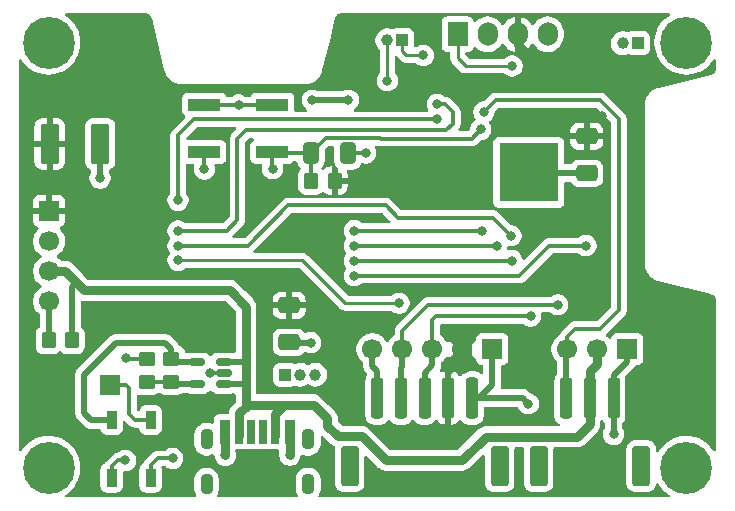
<source format=gbl>
%TF.GenerationSoftware,KiCad,Pcbnew,9.0.2*%
%TF.CreationDate,2025-06-17T20:14:42+02:00*%
%TF.ProjectId,elrs_tx_full,656c7273-5f74-4785-9f66-756c6c2e6b69,rev?*%
%TF.SameCoordinates,Original*%
%TF.FileFunction,Copper,L2,Bot*%
%TF.FilePolarity,Positive*%
%FSLAX46Y46*%
G04 Gerber Fmt 4.6, Leading zero omitted, Abs format (unit mm)*
G04 Created by KiCad (PCBNEW 9.0.2) date 2025-06-17 20:14:42*
%MOMM*%
%LPD*%
G01*
G04 APERTURE LIST*
G04 Aperture macros list*
%AMRoundRect*
0 Rectangle with rounded corners*
0 $1 Rounding radius*
0 $2 $3 $4 $5 $6 $7 $8 $9 X,Y pos of 4 corners*
0 Add a 4 corners polygon primitive as box body*
4,1,4,$2,$3,$4,$5,$6,$7,$8,$9,$2,$3,0*
0 Add four circle primitives for the rounded corners*
1,1,$1+$1,$2,$3*
1,1,$1+$1,$4,$5*
1,1,$1+$1,$6,$7*
1,1,$1+$1,$8,$9*
0 Add four rect primitives between the rounded corners*
20,1,$1+$1,$2,$3,$4,$5,0*
20,1,$1+$1,$4,$5,$6,$7,0*
20,1,$1+$1,$6,$7,$8,$9,0*
20,1,$1+$1,$8,$9,$2,$3,0*%
G04 Aperture macros list end*
%TA.AperFunction,SMDPad,CuDef*%
%ADD10RoundRect,0.150000X0.512500X0.150000X-0.512500X0.150000X-0.512500X-0.150000X0.512500X-0.150000X0*%
%TD*%
%TA.AperFunction,SMDPad,CuDef*%
%ADD11RoundRect,0.250000X0.450000X-0.350000X0.450000X0.350000X-0.450000X0.350000X-0.450000X-0.350000X0*%
%TD*%
%TA.AperFunction,SMDPad,CuDef*%
%ADD12RoundRect,0.250000X-0.450000X0.350000X-0.450000X-0.350000X0.450000X-0.350000X0.450000X0.350000X0*%
%TD*%
%TA.AperFunction,SMDPad,CuDef*%
%ADD13RoundRect,0.250000X-0.412500X-0.650000X0.412500X-0.650000X0.412500X0.650000X-0.412500X0.650000X0*%
%TD*%
%TA.AperFunction,SMDPad,CuDef*%
%ADD14R,2.750000X1.000000*%
%TD*%
%TA.AperFunction,SMDPad,CuDef*%
%ADD15RoundRect,0.250000X-0.350000X-0.450000X0.350000X-0.450000X0.350000X0.450000X-0.350000X0.450000X0*%
%TD*%
%TA.AperFunction,ComponentPad*%
%ADD16R,1.700000X1.700000*%
%TD*%
%TA.AperFunction,ComponentPad*%
%ADD17C,1.700000*%
%TD*%
%TA.AperFunction,ComponentPad*%
%ADD18R,1.000000X1.000000*%
%TD*%
%TA.AperFunction,ComponentPad*%
%ADD19C,1.000000*%
%TD*%
%TA.AperFunction,ComponentPad*%
%ADD20C,4.400000*%
%TD*%
%TA.AperFunction,ComponentPad*%
%ADD21R,5.000000X5.000000*%
%TD*%
%TA.AperFunction,SMDPad,CuDef*%
%ADD22R,0.700000X2.000000*%
%TD*%
%TA.AperFunction,SMDPad,CuDef*%
%ADD23R,0.800000X2.000000*%
%TD*%
%TA.AperFunction,SMDPad,CuDef*%
%ADD24R,0.900000X2.000000*%
%TD*%
%TA.AperFunction,HeatsinkPad*%
%ADD25O,1.100000X1.800000*%
%TD*%
%TA.AperFunction,ComponentPad*%
%ADD26R,1.700000X2.000000*%
%TD*%
%TA.AperFunction,ComponentPad*%
%ADD27O,1.700000X2.000000*%
%TD*%
%TA.AperFunction,SMDPad,CuDef*%
%ADD28RoundRect,0.250000X0.250000X1.500000X-0.250000X1.500000X-0.250000X-1.500000X0.250000X-1.500000X0*%
%TD*%
%TA.AperFunction,SMDPad,CuDef*%
%ADD29RoundRect,0.250001X0.499999X1.449999X-0.499999X1.449999X-0.499999X-1.449999X0.499999X-1.449999X0*%
%TD*%
%TA.AperFunction,SMDPad,CuDef*%
%ADD30RoundRect,0.250000X-0.537500X-1.450000X0.537500X-1.450000X0.537500X1.450000X-0.537500X1.450000X0*%
%TD*%
%TA.AperFunction,SMDPad,CuDef*%
%ADD31RoundRect,0.250000X-0.650000X0.412500X-0.650000X-0.412500X0.650000X-0.412500X0.650000X0.412500X0*%
%TD*%
%TA.AperFunction,SMDPad,CuDef*%
%ADD32RoundRect,0.090000X-0.360000X0.660000X-0.360000X-0.660000X0.360000X-0.660000X0.360000X0.660000X0*%
%TD*%
%TA.AperFunction,ViaPad*%
%ADD33C,0.800000*%
%TD*%
%TA.AperFunction,Conductor*%
%ADD34C,0.500000*%
%TD*%
%TA.AperFunction,Conductor*%
%ADD35C,0.750000*%
%TD*%
%TA.AperFunction,Conductor*%
%ADD36C,0.300000*%
%TD*%
%TA.AperFunction,Conductor*%
%ADD37C,0.250000*%
%TD*%
%TA.AperFunction,Conductor*%
%ADD38C,1.600000*%
%TD*%
G04 APERTURE END LIST*
D10*
%TO.P,U3,5,OUT*%
%TO.N,+5V*%
X95562500Y-70038000D03*
%TO.P,U3,4,ADJ*%
%TO.N,Net-(U3-ADJ)*%
X95562500Y-71938000D03*
%TO.P,U3,3,EN*%
%TO.N,+BATT*%
X97837500Y-71938000D03*
%TO.P,U3,2,GND*%
%TO.N,GND*%
X97837500Y-70988000D03*
%TO.P,U3,1,IN*%
%TO.N,+BATT*%
X97837500Y-70038000D03*
%TD*%
D11*
%TO.P,R4,2*%
%TO.N,GND*%
X91366000Y-69750000D03*
%TO.P,R4,1*%
%TO.N,Net-(U3-ADJ)*%
X91366000Y-71750000D03*
%TD*%
D12*
%TO.P,R3,1*%
%TO.N,+5V*%
X93398000Y-69750000D03*
%TO.P,R3,2*%
%TO.N,Net-(U3-ADJ)*%
X93398000Y-71750000D03*
%TD*%
D13*
%TO.P,C9,1*%
%TO.N,/EN*%
X105209000Y-52344400D03*
%TO.P,C9,2*%
%TO.N,GND*%
X108334000Y-52344400D03*
%TD*%
D14*
%TO.P,SW1,1,1*%
%TO.N,GND*%
X101952000Y-48242800D03*
X96192000Y-48242800D03*
%TO.P,SW1,2,2*%
%TO.N,/EN*%
X101952000Y-52242800D03*
X96192000Y-52242800D03*
%TD*%
D15*
%TO.P,R2,1*%
%TO.N,/EN*%
X105225000Y-54681200D03*
%TO.P,R2,2*%
%TO.N,+3.3V*%
X107225000Y-54681200D03*
%TD*%
D16*
%TO.P,J8,1,Pin_1*%
%TO.N,GND*%
X120576000Y-68956000D03*
D17*
%TO.P,J8,2,Pin_2*%
%TO.N,+3.3V*%
X118036000Y-68956000D03*
%TO.P,J8,3,Pin_3*%
%TO.N,/ESP32_TX*%
X115496000Y-68956000D03*
%TO.P,J8,4,Pin_4*%
%TO.N,/ESP32_RX*%
X112956000Y-68956000D03*
%TO.P,J8,5,Pin_5*%
%TO.N,/ESP32_BOOT0*%
X110416000Y-68956000D03*
%TD*%
D18*
%TO.P,J10,1,Pin_1*%
%TO.N,/IO16*%
X103050000Y-71115000D03*
D19*
%TO.P,J10,2,Pin_2*%
%TO.N,/IO17*%
X104320000Y-71115000D03*
%TO.P,J10,3,Pin_3*%
%TO.N,/IO22*%
X105590000Y-71115000D03*
%TD*%
D20*
%TO.P,H2,1*%
%TO.N,N/C*%
X83000000Y-79000000D03*
%TD*%
%TO.P,H1,1*%
%TO.N,N/C*%
X83000000Y-43000000D03*
%TD*%
%TO.P,H4,1*%
%TO.N,N/C*%
X137000000Y-79000000D03*
%TD*%
D16*
%TO.P,J6,1,Pin_1*%
%TO.N,GND*%
X132006000Y-68956000D03*
D17*
%TO.P,J6,2,Pin_2*%
%TO.N,+BATT*%
X129466000Y-68956000D03*
%TO.P,J6,3,Pin_3*%
%TO.N,/CRSF_RX_TX*%
X126926000Y-68956000D03*
%TD*%
D18*
%TO.P,J9,1,Pin_1*%
%TO.N,/IO25*%
X112956000Y-42794000D03*
D19*
%TO.P,J9,2,Pin_2*%
%TO.N,/IO12*%
X111686000Y-42794000D03*
%TD*%
D21*
%TO.P,U2,39,GND*%
%TO.N,GND*%
X123665000Y-53986000D03*
%TD*%
D20*
%TO.P,H3,1*%
%TO.N,N/C*%
X137000000Y-43000000D03*
%TD*%
D18*
%TO.P,J7,1,Pin_1*%
%TO.N,/IO34*%
X132895000Y-43048000D03*
D19*
%TO.P,J7,2,Pin_2*%
%TO.N,/IO35*%
X131625000Y-43048000D03*
%TD*%
D22*
%TO.P,P1,A5,CC*%
%TO.N,unconnected-(P1-CC-PadA5)*%
X101180400Y-75936000D03*
D23*
%TO.P,P1,A9,VBUS*%
%TO.N,+BATT*%
X99160400Y-75936000D03*
D24*
%TO.P,P1,A12,GND*%
%TO.N,GND*%
X97930400Y-75936000D03*
D22*
%TO.P,P1,B5,VCONN*%
%TO.N,unconnected-(P1-VCONN-PadB5)*%
X100180400Y-75936000D03*
D23*
%TO.P,P1,B9,VBUS*%
%TO.N,+BATT*%
X102200400Y-75936000D03*
D24*
%TO.P,P1,B12,GND*%
%TO.N,GND*%
X103430400Y-75936000D03*
D25*
%TO.P,P1,S1,SHIELD*%
%TO.N,unconnected-(P1-SHIELD-PadS1)*%
X104980400Y-80386000D03*
%TO.N,unconnected-(P1-SHIELD-PadS1)_2*%
X104980400Y-76586000D03*
%TO.N,unconnected-(P1-SHIELD-PadS1)_1*%
X96380400Y-80386000D03*
%TO.N,unconnected-(P1-SHIELD-PadS1)_3*%
X96380400Y-76586000D03*
%TD*%
D26*
%TO.P,J5,4,Pin_4*%
%TO.N,/OLED_SDA*%
X117642800Y-42286000D03*
D27*
%TO.P,J5,3,Pin_3*%
%TO.N,/OLED_SCK*%
X120182800Y-42286000D03*
%TO.P,J5,2,Pin_2*%
%TO.N,+3.3V*%
X122722800Y-42286000D03*
%TO.P,J5,1,Pin_1*%
%TO.N,GND*%
X125262800Y-42286000D03*
%TD*%
D16*
%TO.P,J1,1,Pin_1*%
%TO.N,Net-(D1-DOUT)*%
X88216400Y-72004000D03*
%TD*%
D28*
%TO.P,J2,1,Pin_1*%
%TO.N,GND*%
X118835600Y-73091000D03*
%TO.P,J2,2,Pin_2*%
%TO.N,+3.3V*%
X116835600Y-73091000D03*
%TO.P,J2,3,Pin_3*%
%TO.N,/ESP32_TX*%
X114835600Y-73091000D03*
%TO.P,J2,4,Pin_4*%
%TO.N,/ESP32_RX*%
X112835600Y-73091000D03*
%TO.P,J2,5,Pin_5*%
%TO.N,/ESP32_BOOT0*%
X110835600Y-73091000D03*
D29*
%TO.P,J2,MP*%
%TO.N,N/C*%
X121185600Y-78841000D03*
X108485600Y-78841000D03*
%TD*%
D15*
%TO.P,R1,1*%
%TO.N,Net-(J4-Pin_4)*%
X83000000Y-68194000D03*
%TO.P,R1,2*%
%TO.N,+BATT*%
X85000000Y-68194000D03*
%TD*%
D16*
%TO.P,J4,1,Pin_1*%
%TO.N,+3.3V*%
X83048000Y-57272000D03*
D17*
%TO.P,J4,2,Pin_2*%
%TO.N,GND*%
X83048000Y-59812000D03*
%TO.P,J4,3,Pin_3*%
%TO.N,+BATT*%
X83048000Y-62352000D03*
%TO.P,J4,4,Pin_4*%
%TO.N,Net-(J4-Pin_4)*%
X83048000Y-64892000D03*
%TD*%
D30*
%TO.P,C1,1*%
%TO.N,+3.3V*%
X83098800Y-51590200D03*
%TO.P,C1,2*%
%TO.N,GND*%
X87373800Y-51590200D03*
%TD*%
D31*
%TO.P,C3,1*%
%TO.N,+3.3V*%
X103368000Y-65247600D03*
%TO.P,C3,2*%
%TO.N,GND*%
X103368000Y-68372600D03*
%TD*%
D32*
%TO.P,D1,1,VDD*%
%TO.N,+5V*%
X88345400Y-74950400D03*
%TO.P,D1,2,DOUT*%
%TO.N,Net-(D1-DOUT)*%
X91645400Y-74950400D03*
%TO.P,D1,3,VSS*%
%TO.N,GND*%
X91645400Y-79850400D03*
%TO.P,D1,4,DIN*%
%TO.N,/LED_RGB*%
X88345400Y-79850400D03*
%TD*%
D28*
%TO.P,J3,1,Pin_1*%
%TO.N,GND*%
X130837600Y-73112000D03*
%TO.P,J3,2,Pin_2*%
%TO.N,+BATT*%
X128837600Y-73112000D03*
%TO.P,J3,3,Pin_3*%
%TO.N,/CRSF_RX_TX*%
X126837600Y-73112000D03*
D29*
%TO.P,J3,MP*%
%TO.N,N/C*%
X133187600Y-78862000D03*
X124487600Y-78862000D03*
%TD*%
D31*
%TO.P,C2,2*%
%TO.N,GND*%
X128577000Y-54059300D03*
%TO.P,C2,1*%
%TO.N,+3.3V*%
X128577000Y-50934300D03*
%TD*%
D33*
%TO.N,+3.3V*%
X129897800Y-44902200D03*
X131421800Y-48153400D03*
%TO.N,GND*%
X123624000Y-73578800D03*
X109857200Y-52344400D03*
X89588000Y-69718000D03*
X96700000Y-70988000D03*
X93499600Y-78199400D03*
%TO.N,/LED_RGB*%
X89511800Y-78379400D03*
%TO.N,GND*%
X99087600Y-48280400D03*
%TO.N,/EN*%
X96192000Y-53716000D03*
X101983200Y-53665200D03*
X119598100Y-50350500D03*
%TO.N,/OLED_SDA*%
X122252400Y-44978400D03*
%TO.N,/ESP32_RX*%
X126101000Y-65196800D03*
%TO.N,/ESP32_TX*%
X123815000Y-66162000D03*
%TO.N,+3.3V*%
X116800000Y-77084000D03*
X127752000Y-78608000D03*
X112702000Y-77084000D03*
X105247600Y-65247600D03*
X129885600Y-49245600D03*
X128768000Y-77846000D03*
X116800000Y-76068000D03*
X112702000Y-76068000D03*
%TO.N,GND*%
X130850800Y-76169600D03*
X108384000Y-47874000D03*
X105336000Y-47874000D03*
X87366000Y-54478000D03*
X97970000Y-77947600D03*
X103430400Y-77921600D03*
X105196800Y-68397200D03*
%TO.N,/CRSF_RX_TX*%
X119864800Y-48864600D03*
%TO.N,/E28_MISO_RX*%
X108892000Y-61463000D03*
X122227000Y-61463000D03*
%TO.N,/E28_NSS_CTS*%
X108892000Y-58923000D03*
X119687000Y-58923000D03*
%TO.N,/E28_MISO_TX*%
X128514000Y-60193000D03*
X108892000Y-62733000D03*
%TO.N,/E28_NRESET*%
X115915600Y-48229600D03*
X93970000Y-58948400D03*
%TO.N,/E28_TX_EN*%
X93970000Y-56357600D03*
X115915600Y-49499600D03*
%TO.N,/IO25*%
X114734000Y-44076000D03*
%TO.N,/IO12*%
X111686000Y-46223000D03*
%TO.N,/E28_BUSY*%
X122164000Y-59354800D03*
X93970000Y-60193000D03*
%TO.N,/E28_SCK_RTS*%
X120957000Y-60193000D03*
X108892000Y-60193000D03*
%TO.N,/E28_DIO1*%
X112664400Y-65060169D03*
X93970000Y-61437600D03*
%TD*%
D34*
%TO.N,GND*%
X130837600Y-71178500D02*
X130837600Y-76156400D01*
X132006000Y-70010100D02*
X130837600Y-71178500D01*
X132006000Y-68956000D02*
X132006000Y-70010100D01*
X130837600Y-76156400D02*
X130850800Y-76169600D01*
D35*
%TO.N,+BATT*%
X105463000Y-73655000D02*
X102948400Y-73655000D01*
X106606000Y-74798000D02*
X105463000Y-73655000D01*
X106606000Y-75433000D02*
X106606000Y-74798000D01*
X107495000Y-76322000D02*
X106606000Y-75433000D01*
X109501600Y-76322000D02*
X107495000Y-76322000D01*
X111533600Y-78354000D02*
X109501600Y-76322000D01*
X127764200Y-76372800D02*
X120017200Y-76372800D01*
X118036000Y-78354000D02*
X111533600Y-78354000D01*
X120017200Y-76372800D02*
X118036000Y-78354000D01*
X128831000Y-71115000D02*
X128837600Y-71121600D01*
X129466000Y-70200600D02*
X128831000Y-70835600D01*
X128831000Y-70835600D02*
X128831000Y-71115000D01*
X129466000Y-68956000D02*
X129466000Y-70200600D01*
X128837600Y-71121600D02*
X128837600Y-75299400D01*
X128837600Y-75299400D02*
X127764200Y-76372800D01*
D34*
%TO.N,GND*%
X123624000Y-73578800D02*
X123136200Y-73091000D01*
X123136200Y-73091000D02*
X119323400Y-73091000D01*
X119489000Y-73091000D02*
X118835600Y-73091000D01*
X120576000Y-72004000D02*
X119489000Y-73091000D01*
X120576000Y-68956000D02*
X120576000Y-72004000D01*
%TO.N,+3.3V*%
X116835600Y-70969200D02*
X116835600Y-73578800D01*
X117413200Y-70391600D02*
X116835600Y-70969200D01*
X118036000Y-70391600D02*
X117413200Y-70391600D01*
%TO.N,/ESP32_TX*%
X114835600Y-70988000D02*
X114835600Y-73578800D01*
X115496000Y-68956000D02*
X115496000Y-70327600D01*
X115496000Y-70327600D02*
X114835600Y-70988000D01*
%TO.N,/ESP32_RX*%
X112835600Y-70918400D02*
X112835600Y-73578800D01*
X112829000Y-70556200D02*
X112829000Y-70911800D01*
X112956000Y-70429200D02*
X112829000Y-70556200D01*
X112956000Y-68956000D02*
X112956000Y-70429200D01*
X112829000Y-70911800D02*
X112835600Y-70918400D01*
%TO.N,/ESP32_BOOT0*%
X110835600Y-70798000D02*
X110835600Y-73578800D01*
X110416000Y-70378400D02*
X110835600Y-70798000D01*
X110416000Y-68956000D02*
X110416000Y-70378400D01*
D36*
%TO.N,/CRSF_RX_TX*%
X131308000Y-65654000D02*
X129733200Y-67228800D01*
X131308000Y-49487400D02*
X131308000Y-65654000D01*
X129733200Y-67228800D02*
X127599600Y-67228800D01*
X129694600Y-47874000D02*
X131308000Y-49487400D01*
X120855400Y-47874000D02*
X129694600Y-47874000D01*
X127599600Y-67228800D02*
X126926000Y-67902400D01*
X119864800Y-48864600D02*
X120855400Y-47874000D01*
X126926000Y-67902400D02*
X126926000Y-68956000D01*
D34*
%TO.N,+5V*%
X86032000Y-74366200D02*
X86616200Y-74950400D01*
X88699000Y-68448000D02*
X86032000Y-71115000D01*
X92890000Y-68448000D02*
X88699000Y-68448000D01*
X86032000Y-71115000D02*
X86032000Y-74366200D01*
X93398000Y-68956000D02*
X92890000Y-68448000D01*
X86616200Y-74950400D02*
X88345400Y-74950400D01*
X93398000Y-69750000D02*
X93398000Y-68956000D01*
D36*
%TO.N,/LED_RGB*%
X88345400Y-78885400D02*
X88345400Y-79850400D01*
X88851400Y-78379400D02*
X88345400Y-78885400D01*
X89511800Y-78379400D02*
X88851400Y-78379400D01*
%TO.N,Net-(D1-DOUT)*%
X89816600Y-74417000D02*
X90350000Y-74950400D01*
X89816600Y-72283400D02*
X89816600Y-74417000D01*
X89537200Y-72004000D02*
X89816600Y-72283400D01*
X88216400Y-72004000D02*
X89537200Y-72004000D01*
X90350000Y-74950400D02*
X91645400Y-74950400D01*
%TO.N,/EN*%
X105225000Y-52360400D02*
X105209000Y-52344400D01*
X105225000Y-54681200D02*
X105225000Y-52360400D01*
%TO.N,GND*%
X109857200Y-52344400D02*
X108587200Y-52344400D01*
%TO.N,/E28_BUSY*%
X99875000Y-60193000D02*
X93970000Y-60193000D01*
X103278600Y-56789400D02*
X99875000Y-60193000D01*
X111572200Y-56789400D02*
X103278600Y-56789400D01*
X112613600Y-57830800D02*
X111572200Y-56789400D01*
X120640000Y-57830800D02*
X112613600Y-57830800D01*
X122164000Y-59354800D02*
X120640000Y-57830800D01*
D34*
%TO.N,GND*%
X123738300Y-54059300D02*
X123665000Y-53986000D01*
X128577000Y-54059300D02*
X123738300Y-54059300D01*
D36*
%TO.N,/EN*%
X106460000Y-51093400D02*
X105209000Y-52344400D01*
X111095400Y-51093400D02*
X106460000Y-51093400D01*
X111127200Y-51125200D02*
X111095400Y-51093400D01*
X118823400Y-51125200D02*
X111127200Y-51125200D01*
X119598100Y-50350500D02*
X118823400Y-51125200D01*
D35*
%TO.N,+BATT*%
X86045200Y-63977600D02*
X85384800Y-63317200D01*
X98351000Y-63977600D02*
X86045200Y-63977600D01*
X99716500Y-70226000D02*
X99716500Y-65343100D01*
X99716500Y-65343100D02*
X98351000Y-63977600D01*
D36*
%TO.N,GND*%
X91645400Y-78783600D02*
X91645400Y-79850400D01*
X92229600Y-78199400D02*
X91645400Y-78783600D01*
X93499600Y-78199400D02*
X92229600Y-78199400D01*
%TO.N,/EN*%
X105209000Y-52344400D02*
X102053600Y-52344400D01*
X102053600Y-52344400D02*
X101952000Y-52242800D01*
%TO.N,GND*%
X89620000Y-69750000D02*
X89588000Y-69718000D01*
X91366000Y-69750000D02*
X89620000Y-69750000D01*
X97837500Y-70988000D02*
X96700000Y-70988000D01*
D34*
%TO.N,+BATT*%
X85000000Y-63702000D02*
X85384800Y-63317200D01*
X85000000Y-68194000D02*
X85000000Y-63702000D01*
%TO.N,Net-(J4-Pin_4)*%
X83048000Y-68146000D02*
X83000000Y-68194000D01*
X83048000Y-64892000D02*
X83048000Y-68146000D01*
%TO.N,Net-(U3-ADJ)*%
X93586000Y-71938000D02*
X93398000Y-71750000D01*
X95562500Y-71938000D02*
X93586000Y-71938000D01*
%TO.N,+5V*%
X93686000Y-70038000D02*
X93398000Y-69750000D01*
X95562500Y-70038000D02*
X93686000Y-70038000D01*
%TO.N,+BATT*%
X99528500Y-71938000D02*
X99716500Y-71750000D01*
D35*
X99716500Y-71750000D02*
X99716500Y-73471100D01*
D34*
X97837500Y-71938000D02*
X99528500Y-71938000D01*
X97837500Y-70038000D02*
X99528500Y-70038000D01*
D35*
X99716500Y-70226000D02*
X99716500Y-71750000D01*
D34*
X99528500Y-70038000D02*
X99716500Y-70226000D01*
D36*
%TO.N,Net-(U3-ADJ)*%
X91620000Y-71750000D02*
X93652000Y-71750000D01*
D35*
%TO.N,+BATT*%
X99716500Y-73471100D02*
X99900400Y-73655000D01*
D36*
%TO.N,GND*%
X99125200Y-48242800D02*
X99087600Y-48280400D01*
X101952000Y-48242800D02*
X99125200Y-48242800D01*
X99050000Y-48242800D02*
X99087600Y-48280400D01*
X96192000Y-48242800D02*
X99050000Y-48242800D01*
%TO.N,/EN*%
X96192000Y-53716000D02*
X96192000Y-52242800D01*
X101952000Y-53634000D02*
X101983200Y-53665200D01*
X101952000Y-52242800D02*
X101952000Y-53634000D01*
%TO.N,/E28_TX_EN*%
X93970000Y-50858000D02*
X93970000Y-56357600D01*
X95328400Y-49499600D02*
X93970000Y-50858000D01*
X115915600Y-49499600D02*
X95328400Y-49499600D01*
D35*
%TO.N,+BATT*%
X84419600Y-62352000D02*
X83048000Y-62352000D01*
X85384800Y-63317200D02*
X84419600Y-62352000D01*
D36*
%TO.N,/E28_NRESET*%
X116576000Y-48229600D02*
X115915600Y-48229600D01*
X99748000Y-50414000D02*
X116677600Y-50414000D01*
X98986000Y-58034000D02*
X98986000Y-51176000D01*
X98986000Y-51176000D02*
X99748000Y-50414000D01*
X98071600Y-58948400D02*
X98986000Y-58034000D01*
X116677600Y-50414000D02*
X117236400Y-49855200D01*
X117236400Y-49855200D02*
X117236400Y-48890000D01*
X93970000Y-58948400D02*
X98071600Y-58948400D01*
X117236400Y-48890000D02*
X116576000Y-48229600D01*
X93970000Y-58948400D02*
X94122400Y-58948400D01*
D34*
%TO.N,GND*%
X105336000Y-47874000D02*
X108384000Y-47874000D01*
%TO.N,+3.3V*%
X122735000Y-42298200D02*
X122722800Y-42286000D01*
X122735000Y-43175000D02*
X122735000Y-42298200D01*
D35*
X125656000Y-46096000D02*
X122735000Y-43175000D01*
D37*
%TO.N,/OLED_SDA*%
X118340800Y-44978400D02*
X122252400Y-44978400D01*
X117655000Y-44292600D02*
X118340800Y-44978400D01*
X117642800Y-42286000D02*
X117655000Y-42298200D01*
X117655000Y-42298200D02*
X117655000Y-44292600D01*
D36*
%TO.N,/ESP32_RX*%
X112956000Y-67394400D02*
X112956000Y-68956000D01*
X126101000Y-65196800D02*
X115153600Y-65196800D01*
X115153600Y-65196800D02*
X112956000Y-67394400D01*
%TO.N,/ESP32_TX*%
X115496000Y-66480000D02*
X115496000Y-68956000D01*
X115814000Y-66162000D02*
X115496000Y-66480000D01*
X123815000Y-66162000D02*
X115814000Y-66162000D01*
D38*
%TO.N,+3.3V*%
X118036000Y-69095200D02*
X118036000Y-67635200D01*
D34*
X118036000Y-67496000D02*
X118049200Y-67482800D01*
D38*
X118036000Y-68790400D02*
X118036000Y-70226000D01*
D34*
X105247600Y-65247600D02*
X103368000Y-65247600D01*
%TO.N,GND*%
X104257800Y-68372600D02*
X103368000Y-68372600D01*
D35*
X103456400Y-77947600D02*
X103430400Y-77921600D01*
X124810900Y-52840100D02*
X123665000Y-53986000D01*
D34*
X104282400Y-68397200D02*
X104257800Y-68372600D01*
X87373800Y-54478000D02*
X87366000Y-54485800D01*
D35*
X103430400Y-76286000D02*
X103430400Y-77921600D01*
D34*
X105196800Y-68397200D02*
X104282400Y-68397200D01*
X87373800Y-51590200D02*
X87373800Y-54478000D01*
D35*
X97930400Y-77908000D02*
X97970000Y-77947600D01*
X97930400Y-76286000D02*
X97930400Y-77908000D01*
%TO.N,+BATT*%
X102200400Y-76286000D02*
X102200400Y-74403000D01*
X99900400Y-73655000D02*
X102948400Y-73655000D01*
X99160400Y-74395000D02*
X99900400Y-73655000D01*
X102200400Y-74403000D02*
X102948400Y-73655000D01*
X99160400Y-76286000D02*
X99160400Y-74395000D01*
D34*
%TO.N,/CRSF_RX_TX*%
X126837600Y-69044400D02*
X126837600Y-73578800D01*
X126926000Y-68956000D02*
X126837600Y-69044400D01*
D36*
%TO.N,/E28_MISO_RX*%
X108892000Y-61463000D02*
X118417000Y-61463000D01*
X118417000Y-61463000D02*
X122227000Y-61463000D01*
%TO.N,/E28_NSS_CTS*%
X118925000Y-58923000D02*
X119687000Y-58923000D01*
X118925000Y-58923000D02*
X108892000Y-58923000D01*
%TO.N,/E28_MISO_TX*%
X128514000Y-60193000D02*
X125402000Y-60193000D01*
X122862000Y-62733000D02*
X108892000Y-62733000D01*
X125402000Y-60193000D02*
X122862000Y-62733000D01*
D37*
%TO.N,/IO25*%
X114734000Y-44076000D02*
X113299600Y-44076000D01*
X113299600Y-44076000D02*
X112956000Y-43732400D01*
X112956000Y-43732400D02*
X112956000Y-42794000D01*
%TO.N,/IO12*%
X111686000Y-46223000D02*
X111686000Y-42794000D01*
D36*
%TO.N,/E28_SCK_RTS*%
X108892000Y-60193000D02*
X118798000Y-60193000D01*
X118798000Y-60193000D02*
X120957000Y-60193000D01*
D37*
%TO.N,/E28_DIO1*%
X104485600Y-61437600D02*
X93970000Y-61437600D01*
X112664400Y-65060169D02*
X108108169Y-65060169D01*
X108108169Y-65060169D02*
X104485600Y-61437600D01*
%TD*%
%TA.AperFunction,Conductor*%
%TO.N,+3.3V*%
G36*
X91226024Y-40501256D02*
G01*
X91243749Y-40503222D01*
X91315018Y-40511130D01*
X91341689Y-40517121D01*
X91419839Y-40544019D01*
X91444548Y-40555711D01*
X91514900Y-40599081D01*
X91536444Y-40615903D01*
X91553685Y-40632735D01*
X91595573Y-40673631D01*
X91612912Y-40694771D01*
X91657956Y-40764060D01*
X91670239Y-40788487D01*
X91681475Y-40818753D01*
X91701472Y-40872622D01*
X91705520Y-40885699D01*
X91721435Y-40949356D01*
X91721436Y-40949358D01*
X92807252Y-45292622D01*
X92807273Y-45292736D01*
X92812496Y-45313619D01*
X92812484Y-45313910D01*
X92851961Y-45471369D01*
X92936632Y-45675975D01*
X92953689Y-45704451D01*
X93050401Y-45865912D01*
X93050416Y-45865936D01*
X93050416Y-45865937D01*
X93190843Y-46037135D01*
X93354878Y-46185873D01*
X93538976Y-46308930D01*
X93739120Y-46403625D01*
X93739123Y-46403626D01*
X93739130Y-46403629D01*
X93882804Y-46447227D01*
X93951013Y-46467927D01*
X93951016Y-46467927D01*
X93951018Y-46467928D01*
X94170049Y-46500432D01*
X94214732Y-46500459D01*
X94214884Y-46500500D01*
X94280764Y-46500500D01*
X94346656Y-46500502D01*
X94346659Y-46500500D01*
X94355279Y-46500501D01*
X94355308Y-46500500D01*
X104644697Y-46500500D01*
X104653338Y-46500500D01*
X104653344Y-46500502D01*
X104667880Y-46500501D01*
X104668059Y-46500553D01*
X104719236Y-46500521D01*
X104719236Y-46500522D01*
X104755056Y-46500500D01*
X104785116Y-46500500D01*
X104793207Y-46500500D01*
X104793549Y-46500475D01*
X104829953Y-46500454D01*
X105048988Y-46467947D01*
X105260880Y-46403642D01*
X105461038Y-46308933D01*
X105551560Y-46248418D01*
X105645129Y-46185869D01*
X105645130Y-46185868D01*
X105809157Y-46037122D01*
X105809159Y-46037120D01*
X105949582Y-45865904D01*
X106063352Y-45675932D01*
X106148006Y-45471318D01*
X106158866Y-45427984D01*
X106158941Y-45427850D01*
X106183728Y-45328703D01*
X106190904Y-45299998D01*
X106190903Y-45299997D01*
X106792767Y-42892543D01*
X110685499Y-42892543D01*
X110723947Y-43085829D01*
X110723950Y-43085839D01*
X110799364Y-43267907D01*
X110799371Y-43267920D01*
X110908859Y-43431780D01*
X110908860Y-43431781D01*
X110908861Y-43431782D01*
X111024182Y-43547103D01*
X111057666Y-43608424D01*
X111060500Y-43634783D01*
X111060500Y-45523638D01*
X111040815Y-45590677D01*
X111024181Y-45611319D01*
X110986538Y-45648961D01*
X110986535Y-45648965D01*
X110887990Y-45796446D01*
X110887983Y-45796459D01*
X110820106Y-45960332D01*
X110820103Y-45960341D01*
X110785500Y-46134304D01*
X110785500Y-46311695D01*
X110820103Y-46485658D01*
X110820106Y-46485667D01*
X110887983Y-46649540D01*
X110887990Y-46649553D01*
X110986535Y-46797034D01*
X110986538Y-46797038D01*
X111111961Y-46922461D01*
X111111965Y-46922464D01*
X111259446Y-47021009D01*
X111259459Y-47021016D01*
X111382363Y-47071923D01*
X111423334Y-47088894D01*
X111423336Y-47088894D01*
X111423341Y-47088896D01*
X111597304Y-47123499D01*
X111597307Y-47123500D01*
X111597309Y-47123500D01*
X111774693Y-47123500D01*
X111774694Y-47123499D01*
X111873654Y-47103815D01*
X111948658Y-47088896D01*
X111948661Y-47088894D01*
X111948666Y-47088894D01*
X112112547Y-47021013D01*
X112260035Y-46922464D01*
X112385464Y-46797035D01*
X112484013Y-46649547D01*
X112484639Y-46648037D01*
X112493958Y-46625535D01*
X112551894Y-46485666D01*
X112555423Y-46467928D01*
X112586499Y-46311695D01*
X112586500Y-46311693D01*
X112586500Y-46134306D01*
X112586499Y-46134304D01*
X112551896Y-45960341D01*
X112551893Y-45960332D01*
X112484016Y-45796459D01*
X112484009Y-45796446D01*
X112385464Y-45648965D01*
X112385461Y-45648961D01*
X112347819Y-45611319D01*
X112314334Y-45549996D01*
X112311500Y-45523638D01*
X112311500Y-44271854D01*
X112317737Y-44250610D01*
X112319317Y-44228523D01*
X112327390Y-44217737D01*
X112331185Y-44204815D01*
X112347916Y-44190317D01*
X112361187Y-44172589D01*
X112373809Y-44167880D01*
X112383989Y-44159060D01*
X112405904Y-44155908D01*
X112426651Y-44148170D01*
X112439814Y-44151033D01*
X112453147Y-44149116D01*
X112473287Y-44158313D01*
X112494924Y-44163020D01*
X112512651Y-44176290D01*
X112516703Y-44178141D01*
X112523179Y-44184170D01*
X112557267Y-44218258D01*
X112557270Y-44218260D01*
X112561607Y-44222597D01*
X112810616Y-44471606D01*
X112810645Y-44471637D01*
X112900864Y-44561856D01*
X112900867Y-44561858D01*
X112958699Y-44600500D01*
X113003315Y-44630312D01*
X113069997Y-44657932D01*
X113074940Y-44659979D01*
X113074945Y-44659982D01*
X113109114Y-44674135D01*
X113117148Y-44677463D01*
X113177571Y-44689481D01*
X113237993Y-44701500D01*
X113237994Y-44701500D01*
X114034639Y-44701500D01*
X114101678Y-44721185D01*
X114122321Y-44737820D01*
X114159961Y-44775461D01*
X114159965Y-44775464D01*
X114307446Y-44874009D01*
X114307459Y-44874016D01*
X114430363Y-44924923D01*
X114471334Y-44941894D01*
X114471336Y-44941894D01*
X114471341Y-44941896D01*
X114645304Y-44976499D01*
X114645307Y-44976500D01*
X114645309Y-44976500D01*
X114822693Y-44976500D01*
X114822694Y-44976499D01*
X114880682Y-44964964D01*
X114996658Y-44941896D01*
X114996661Y-44941894D01*
X114996666Y-44941894D01*
X115160547Y-44874013D01*
X115308035Y-44775464D01*
X115433464Y-44650035D01*
X115532013Y-44502547D01*
X115599894Y-44338666D01*
X115600979Y-44333215D01*
X115631378Y-44180387D01*
X115634500Y-44164691D01*
X115634500Y-43987309D01*
X115634500Y-43987306D01*
X115634499Y-43987304D01*
X115599896Y-43813341D01*
X115599893Y-43813332D01*
X115591888Y-43794007D01*
X115579141Y-43763231D01*
X115532016Y-43649459D01*
X115532009Y-43649446D01*
X115433464Y-43501965D01*
X115433461Y-43501961D01*
X115308038Y-43376538D01*
X115308034Y-43376535D01*
X115160553Y-43277990D01*
X115160540Y-43277983D01*
X114996667Y-43210106D01*
X114996658Y-43210103D01*
X114822694Y-43175500D01*
X114822691Y-43175500D01*
X114645309Y-43175500D01*
X114645306Y-43175500D01*
X114471341Y-43210103D01*
X114471332Y-43210106D01*
X114307459Y-43277983D01*
X114307446Y-43277990D01*
X114159957Y-43376540D01*
X114159154Y-43377200D01*
X114158651Y-43377413D01*
X114154900Y-43379920D01*
X114154424Y-43379208D01*
X114094841Y-43404507D01*
X114025975Y-43392708D01*
X113974420Y-43345551D01*
X113956499Y-43281342D01*
X113956499Y-42246128D01*
X113950091Y-42186517D01*
X113940712Y-42161371D01*
X113899797Y-42051671D01*
X113899793Y-42051664D01*
X113813547Y-41936455D01*
X113813544Y-41936452D01*
X113698335Y-41850206D01*
X113698328Y-41850202D01*
X113563482Y-41799908D01*
X113563483Y-41799908D01*
X113503883Y-41793501D01*
X113503881Y-41793500D01*
X113503873Y-41793500D01*
X113503864Y-41793500D01*
X112408129Y-41793500D01*
X112408123Y-41793501D01*
X112348516Y-41799908D01*
X112213671Y-41850202D01*
X112213670Y-41850203D01*
X112201884Y-41859026D01*
X112136419Y-41883441D01*
X112080124Y-41874318D01*
X111977836Y-41831949D01*
X111977828Y-41831947D01*
X111784543Y-41793500D01*
X111784541Y-41793500D01*
X111587459Y-41793500D01*
X111587457Y-41793500D01*
X111394170Y-41831947D01*
X111394160Y-41831950D01*
X111212092Y-41907364D01*
X111212079Y-41907371D01*
X111048218Y-42016860D01*
X111048214Y-42016863D01*
X110908863Y-42156214D01*
X110908860Y-42156218D01*
X110799371Y-42320079D01*
X110799364Y-42320092D01*
X110723950Y-42502160D01*
X110723947Y-42502170D01*
X110685500Y-42695456D01*
X110685500Y-42695459D01*
X110685500Y-42892541D01*
X110685500Y-42892543D01*
X110685499Y-42892543D01*
X106792767Y-42892543D01*
X107206370Y-41238135D01*
X116292300Y-41238135D01*
X116292300Y-43333870D01*
X116292301Y-43333876D01*
X116298708Y-43393483D01*
X116349002Y-43528328D01*
X116349006Y-43528335D01*
X116435252Y-43643544D01*
X116435255Y-43643547D01*
X116550464Y-43729793D01*
X116550471Y-43729797D01*
X116595418Y-43746561D01*
X116685317Y-43780091D01*
X116744927Y-43786500D01*
X116905500Y-43786499D01*
X116972539Y-43806183D01*
X117018294Y-43858987D01*
X117029500Y-43910499D01*
X117029500Y-44354211D01*
X117053535Y-44475044D01*
X117053540Y-44475061D01*
X117100685Y-44588881D01*
X117100687Y-44588884D01*
X117100688Y-44588886D01*
X117121555Y-44620114D01*
X117169142Y-44691333D01*
X117256267Y-44778458D01*
X117256269Y-44778459D01*
X117266804Y-44788994D01*
X117942063Y-45464255D01*
X117942067Y-45464258D01*
X118044510Y-45532709D01*
X118044511Y-45532709D01*
X118044515Y-45532712D01*
X118102049Y-45556543D01*
X118158348Y-45579863D01*
X118178397Y-45583851D01*
X118248963Y-45597887D01*
X118279192Y-45603901D01*
X118279194Y-45603901D01*
X118408521Y-45603901D01*
X118408541Y-45603900D01*
X121553039Y-45603900D01*
X121620078Y-45623585D01*
X121640721Y-45640220D01*
X121678361Y-45677861D01*
X121678365Y-45677864D01*
X121825846Y-45776409D01*
X121825859Y-45776416D01*
X121948763Y-45827323D01*
X121989734Y-45844294D01*
X121989736Y-45844294D01*
X121989741Y-45844296D01*
X122163704Y-45878899D01*
X122163707Y-45878900D01*
X122163709Y-45878900D01*
X122341093Y-45878900D01*
X122341094Y-45878899D01*
X122406426Y-45865904D01*
X122515058Y-45844296D01*
X122515061Y-45844294D01*
X122515066Y-45844294D01*
X122678947Y-45776413D01*
X122826435Y-45677864D01*
X122951864Y-45552435D01*
X123050413Y-45404947D01*
X123118294Y-45241066D01*
X123121612Y-45224388D01*
X123152899Y-45067095D01*
X123152900Y-45067093D01*
X123152900Y-44889706D01*
X123152899Y-44889704D01*
X123118296Y-44715741D01*
X123118293Y-44715732D01*
X123050416Y-44551859D01*
X123050409Y-44551846D01*
X122951864Y-44404365D01*
X122951861Y-44404361D01*
X122826438Y-44278938D01*
X122826434Y-44278935D01*
X122678953Y-44180390D01*
X122678940Y-44180383D01*
X122515067Y-44112506D01*
X122515058Y-44112503D01*
X122341094Y-44077900D01*
X122341091Y-44077900D01*
X122163709Y-44077900D01*
X122163706Y-44077900D01*
X121989741Y-44112503D01*
X121989732Y-44112506D01*
X121825859Y-44180383D01*
X121825846Y-44180390D01*
X121678365Y-44278935D01*
X121678361Y-44278938D01*
X121640721Y-44316580D01*
X121579399Y-44350066D01*
X121553039Y-44352900D01*
X118651253Y-44352900D01*
X118584214Y-44333215D01*
X118563572Y-44316581D01*
X118316819Y-44069828D01*
X118302115Y-44042900D01*
X118285523Y-44017082D01*
X118284631Y-44010881D01*
X118283334Y-44008505D01*
X118280500Y-43982147D01*
X118280500Y-43910499D01*
X118300185Y-43843460D01*
X118352989Y-43797705D01*
X118404500Y-43786499D01*
X118540671Y-43786499D01*
X118540672Y-43786499D01*
X118600283Y-43780091D01*
X118735131Y-43729796D01*
X118850346Y-43643546D01*
X118936596Y-43528331D01*
X118985610Y-43396916D01*
X119027481Y-43340984D01*
X119092945Y-43316566D01*
X119161218Y-43331417D01*
X119189473Y-43352569D01*
X119303013Y-43466109D01*
X119474979Y-43591048D01*
X119474981Y-43591049D01*
X119474984Y-43591051D01*
X119664388Y-43687557D01*
X119866557Y-43753246D01*
X120076513Y-43786500D01*
X120076514Y-43786500D01*
X120289086Y-43786500D01*
X120289087Y-43786500D01*
X120499043Y-43753246D01*
X120701212Y-43687557D01*
X120890616Y-43591051D01*
X120918023Y-43571139D01*
X121062586Y-43466109D01*
X121062588Y-43466106D01*
X121062592Y-43466104D01*
X121212904Y-43315792D01*
X121212906Y-43315788D01*
X121212909Y-43315786D01*
X121314831Y-43175500D01*
X121337851Y-43143816D01*
X121342593Y-43134508D01*
X121390563Y-43083711D01*
X121458383Y-43066911D01*
X121524519Y-43089445D01*
X121563563Y-43134500D01*
X121568177Y-43143555D01*
X121693072Y-43315459D01*
X121693076Y-43315464D01*
X121843335Y-43465723D01*
X121843340Y-43465727D01*
X122015242Y-43590620D01*
X122204582Y-43687095D01*
X122406671Y-43752757D01*
X122472800Y-43763231D01*
X122472800Y-42719012D01*
X122529807Y-42751925D01*
X122656974Y-42786000D01*
X122788626Y-42786000D01*
X122915793Y-42751925D01*
X122972800Y-42719012D01*
X122972800Y-43763230D01*
X123038926Y-43752757D01*
X123038929Y-43752757D01*
X123241017Y-43687095D01*
X123430357Y-43590620D01*
X123602259Y-43465727D01*
X123602264Y-43465723D01*
X123752523Y-43315464D01*
X123752527Y-43315459D01*
X123877420Y-43143558D01*
X123882032Y-43134507D01*
X123930005Y-43083709D01*
X123997825Y-43066912D01*
X124063961Y-43089447D01*
X124103004Y-43134504D01*
X124107749Y-43143817D01*
X124232690Y-43315786D01*
X124383013Y-43466109D01*
X124554979Y-43591048D01*
X124554981Y-43591049D01*
X124554984Y-43591051D01*
X124744388Y-43687557D01*
X124946557Y-43753246D01*
X125156513Y-43786500D01*
X125156514Y-43786500D01*
X125369086Y-43786500D01*
X125369087Y-43786500D01*
X125579043Y-43753246D01*
X125781212Y-43687557D01*
X125970616Y-43591051D01*
X125998023Y-43571139D01*
X126142586Y-43466109D01*
X126142588Y-43466106D01*
X126142592Y-43466104D01*
X126292904Y-43315792D01*
X126292906Y-43315788D01*
X126292909Y-43315786D01*
X126415870Y-43146543D01*
X130624499Y-43146543D01*
X130662947Y-43339829D01*
X130662950Y-43339839D01*
X130738364Y-43521907D01*
X130738371Y-43521920D01*
X130847860Y-43685781D01*
X130847863Y-43685785D01*
X130987214Y-43825136D01*
X130987218Y-43825139D01*
X131151079Y-43934628D01*
X131151092Y-43934635D01*
X131333160Y-44010049D01*
X131333165Y-44010051D01*
X131333169Y-44010051D01*
X131333170Y-44010052D01*
X131526456Y-44048500D01*
X131526459Y-44048500D01*
X131723543Y-44048500D01*
X131881488Y-44017082D01*
X131916835Y-44010051D01*
X132019126Y-43967680D01*
X132088590Y-43960212D01*
X132140886Y-43982975D01*
X132146668Y-43987304D01*
X132152668Y-43991795D01*
X132152671Y-43991797D01*
X132287517Y-44042091D01*
X132287516Y-44042091D01*
X132294444Y-44042835D01*
X132347127Y-44048500D01*
X133442872Y-44048499D01*
X133502483Y-44042091D01*
X133637331Y-43991796D01*
X133752546Y-43905546D01*
X133838796Y-43790331D01*
X133889091Y-43655483D01*
X133895500Y-43595873D01*
X133895499Y-42500128D01*
X133889091Y-42440517D01*
X133877790Y-42410218D01*
X133838797Y-42305671D01*
X133838793Y-42305664D01*
X133752547Y-42190455D01*
X133752544Y-42190452D01*
X133637335Y-42104206D01*
X133637328Y-42104202D01*
X133502482Y-42053908D01*
X133502483Y-42053908D01*
X133442883Y-42047501D01*
X133442881Y-42047500D01*
X133442873Y-42047500D01*
X133442864Y-42047500D01*
X132347129Y-42047500D01*
X132347123Y-42047501D01*
X132287516Y-42053908D01*
X132152671Y-42104202D01*
X132152670Y-42104203D01*
X132140884Y-42113026D01*
X132075419Y-42137441D01*
X132019124Y-42128318D01*
X131916836Y-42085949D01*
X131916828Y-42085947D01*
X131723543Y-42047500D01*
X131723541Y-42047500D01*
X131526459Y-42047500D01*
X131526457Y-42047500D01*
X131333170Y-42085947D01*
X131333160Y-42085950D01*
X131151092Y-42161364D01*
X131151079Y-42161371D01*
X130987218Y-42270860D01*
X130987214Y-42270863D01*
X130847863Y-42410214D01*
X130847860Y-42410218D01*
X130738371Y-42574079D01*
X130738364Y-42574092D01*
X130662950Y-42756160D01*
X130662947Y-42756170D01*
X130624500Y-42949456D01*
X130624500Y-42949459D01*
X130624500Y-43146541D01*
X130624500Y-43146543D01*
X130624499Y-43146543D01*
X126415870Y-43146543D01*
X126417848Y-43143820D01*
X126417847Y-43143820D01*
X126417851Y-43143816D01*
X126514357Y-42954412D01*
X126580046Y-42752243D01*
X126613300Y-42542287D01*
X126613300Y-42029713D01*
X126580046Y-41819757D01*
X126514357Y-41617588D01*
X126417851Y-41428184D01*
X126417849Y-41428181D01*
X126417848Y-41428179D01*
X126292909Y-41256213D01*
X126142586Y-41105890D01*
X125970620Y-40980951D01*
X125781214Y-40884444D01*
X125781213Y-40884443D01*
X125781212Y-40884443D01*
X125579043Y-40818754D01*
X125579041Y-40818753D01*
X125579040Y-40818753D01*
X125417757Y-40793208D01*
X125369087Y-40785500D01*
X125156513Y-40785500D01*
X125107842Y-40793208D01*
X124946560Y-40818753D01*
X124744385Y-40884444D01*
X124554979Y-40980951D01*
X124383013Y-41105890D01*
X124232690Y-41256213D01*
X124107749Y-41428182D01*
X124103002Y-41437499D01*
X124055027Y-41488293D01*
X123987205Y-41505087D01*
X123921071Y-41482548D01*
X123882034Y-41437495D01*
X123877422Y-41428444D01*
X123752527Y-41256540D01*
X123752523Y-41256535D01*
X123602264Y-41106276D01*
X123602259Y-41106272D01*
X123430357Y-40981379D01*
X123241015Y-40884903D01*
X123038924Y-40819241D01*
X122972800Y-40808768D01*
X122972800Y-41852988D01*
X122915793Y-41820075D01*
X122788626Y-41786000D01*
X122656974Y-41786000D01*
X122529807Y-41820075D01*
X122472800Y-41852988D01*
X122472800Y-40808768D01*
X122472799Y-40808768D01*
X122406675Y-40819241D01*
X122204584Y-40884903D01*
X122015242Y-40981379D01*
X121843340Y-41106272D01*
X121843335Y-41106276D01*
X121693076Y-41256535D01*
X121693072Y-41256540D01*
X121568178Y-41428443D01*
X121563562Y-41437502D01*
X121515584Y-41488295D01*
X121447763Y-41505087D01*
X121381629Y-41482546D01*
X121342594Y-41437493D01*
X121337851Y-41428184D01*
X121337849Y-41428181D01*
X121337848Y-41428179D01*
X121212909Y-41256213D01*
X121062586Y-41105890D01*
X120890620Y-40980951D01*
X120701214Y-40884444D01*
X120701213Y-40884443D01*
X120701212Y-40884443D01*
X120499043Y-40818754D01*
X120499041Y-40818753D01*
X120499040Y-40818753D01*
X120337757Y-40793208D01*
X120289087Y-40785500D01*
X120076513Y-40785500D01*
X120027842Y-40793208D01*
X119866560Y-40818753D01*
X119664385Y-40884444D01*
X119474979Y-40980951D01*
X119303015Y-41105889D01*
X119189473Y-41219431D01*
X119128150Y-41252915D01*
X119058458Y-41247931D01*
X119002525Y-41206059D01*
X118985610Y-41175082D01*
X118936597Y-41043671D01*
X118936593Y-41043664D01*
X118850347Y-40928455D01*
X118850344Y-40928452D01*
X118735135Y-40842206D01*
X118735128Y-40842202D01*
X118600282Y-40791908D01*
X118600283Y-40791908D01*
X118540683Y-40785501D01*
X118540681Y-40785500D01*
X118540673Y-40785500D01*
X118540664Y-40785500D01*
X116744929Y-40785500D01*
X116744923Y-40785501D01*
X116685316Y-40791908D01*
X116550471Y-40842202D01*
X116550464Y-40842206D01*
X116435255Y-40928452D01*
X116435252Y-40928455D01*
X116349006Y-41043664D01*
X116349002Y-41043671D01*
X116298708Y-41178517D01*
X116292301Y-41238116D01*
X116292300Y-41238135D01*
X107206370Y-41238135D01*
X107294531Y-40885491D01*
X107298570Y-40872444D01*
X107329743Y-40788469D01*
X107342018Y-40764058D01*
X107387073Y-40694751D01*
X107404399Y-40673627D01*
X107463545Y-40615882D01*
X107485081Y-40599066D01*
X107555449Y-40555686D01*
X107580153Y-40543998D01*
X107658299Y-40517103D01*
X107684975Y-40511109D01*
X107773777Y-40501256D01*
X107787452Y-40500500D01*
X135471696Y-40500500D01*
X135538735Y-40520185D01*
X135584490Y-40572989D01*
X135594434Y-40642147D01*
X135565409Y-40705703D01*
X135537668Y-40729494D01*
X135434837Y-40794107D01*
X135197696Y-40983220D01*
X134983220Y-41197696D01*
X134794107Y-41434837D01*
X134632733Y-41691661D01*
X134501133Y-41964931D01*
X134400957Y-42251216D01*
X134400953Y-42251228D01*
X134333460Y-42546937D01*
X134333457Y-42546951D01*
X134299500Y-42848336D01*
X134299500Y-43151663D01*
X134333457Y-43453048D01*
X134333459Y-43453060D01*
X134333460Y-43453063D01*
X134336437Y-43466104D01*
X134400953Y-43748771D01*
X134400957Y-43748783D01*
X134501133Y-44035068D01*
X134632733Y-44308338D01*
X134651790Y-44338667D01*
X134794108Y-44565164D01*
X134914182Y-44715732D01*
X134972606Y-44788994D01*
X134983221Y-44802304D01*
X135197696Y-45016779D01*
X135434836Y-45205892D01*
X135691659Y-45367265D01*
X135964935Y-45498868D01*
X136118030Y-45552438D01*
X136251216Y-45599042D01*
X136251228Y-45599046D01*
X136546937Y-45666540D01*
X136546946Y-45666541D01*
X136546951Y-45666542D01*
X136747874Y-45689180D01*
X136848337Y-45700499D01*
X136848340Y-45700500D01*
X136848343Y-45700500D01*
X137151660Y-45700500D01*
X137151661Y-45700499D01*
X137305694Y-45683144D01*
X137453048Y-45666542D01*
X137453051Y-45666541D01*
X137453063Y-45666540D01*
X137748772Y-45599046D01*
X138035065Y-45498868D01*
X138308341Y-45367265D01*
X138565164Y-45205892D01*
X138802304Y-45016779D01*
X139016779Y-44802304D01*
X139205892Y-44565164D01*
X139270506Y-44462330D01*
X139322840Y-44416040D01*
X139391894Y-44405391D01*
X139455742Y-44433766D01*
X139494115Y-44492156D01*
X139499500Y-44528303D01*
X139499500Y-45212351D01*
X139498744Y-45226026D01*
X139488868Y-45315034D01*
X139482875Y-45341709D01*
X139455980Y-45419861D01*
X139444286Y-45444578D01*
X139400916Y-45514937D01*
X139384089Y-45536490D01*
X139326351Y-45595634D01*
X139305213Y-45612972D01*
X139235921Y-45658025D01*
X139211492Y-45670312D01*
X139127988Y-45701318D01*
X139114899Y-45705371D01*
X134707373Y-46807252D01*
X134707263Y-46807273D01*
X134686379Y-46812496D01*
X134686088Y-46812484D01*
X134528630Y-46851961D01*
X134324024Y-46936632D01*
X134134063Y-47050416D01*
X134134062Y-47050416D01*
X133962864Y-47190843D01*
X133814126Y-47354878D01*
X133691069Y-47538976D01*
X133596374Y-47739120D01*
X133596372Y-47739127D01*
X133532072Y-47951013D01*
X133499568Y-48170046D01*
X133499568Y-48170049D01*
X133499540Y-48214732D01*
X133499500Y-48214884D01*
X133499500Y-48280689D01*
X133499500Y-48280767D01*
X133499498Y-48355279D01*
X133499500Y-48355308D01*
X133499500Y-61645737D01*
X133499499Y-61653338D01*
X133499498Y-61653344D01*
X133499498Y-61664226D01*
X133499498Y-61667885D01*
X133499446Y-61668061D01*
X133499500Y-61755055D01*
X133499500Y-61792777D01*
X133499522Y-61793135D01*
X133499546Y-61829953D01*
X133532053Y-62048991D01*
X133596358Y-62260879D01*
X133691063Y-62461031D01*
X133691069Y-62461042D01*
X133814130Y-62645129D01*
X133814131Y-62645130D01*
X133962877Y-62809157D01*
X133962880Y-62809159D01*
X134134096Y-62949582D01*
X134324068Y-63063352D01*
X134528682Y-63148006D01*
X134564017Y-63156861D01*
X134564659Y-63157068D01*
X134572149Y-63158940D01*
X134572150Y-63158941D01*
X139057223Y-64280209D01*
X139057225Y-64280210D01*
X139114496Y-64294527D01*
X139127554Y-64298569D01*
X139211526Y-64329741D01*
X139235944Y-64342020D01*
X139305244Y-64387070D01*
X139326376Y-64404403D01*
X139384112Y-64463540D01*
X139400937Y-64485087D01*
X139436926Y-64543466D01*
X139444308Y-64555441D01*
X139456003Y-64580159D01*
X139482896Y-64658299D01*
X139488889Y-64684976D01*
X139498743Y-64773774D01*
X139499500Y-64787450D01*
X139499500Y-77471696D01*
X139479815Y-77538735D01*
X139427011Y-77584490D01*
X139357853Y-77594434D01*
X139294297Y-77565409D01*
X139270506Y-77537668D01*
X139246797Y-77499936D01*
X139205892Y-77434836D01*
X139016779Y-77197696D01*
X138802304Y-76983221D01*
X138565164Y-76794108D01*
X138308341Y-76632735D01*
X138308338Y-76632733D01*
X138035068Y-76501133D01*
X137748783Y-76400957D01*
X137748771Y-76400953D01*
X137520556Y-76348864D01*
X137453063Y-76333460D01*
X137453060Y-76333459D01*
X137453048Y-76333457D01*
X137151663Y-76299500D01*
X137151657Y-76299500D01*
X136848343Y-76299500D01*
X136848336Y-76299500D01*
X136546951Y-76333457D01*
X136546937Y-76333460D01*
X136251228Y-76400953D01*
X136251216Y-76400957D01*
X135964931Y-76501133D01*
X135691661Y-76632733D01*
X135434837Y-76794107D01*
X135197696Y-76983220D01*
X134983220Y-77197696D01*
X134794107Y-77434837D01*
X134667094Y-77636977D01*
X134614759Y-77683268D01*
X134545706Y-77693916D01*
X134481857Y-77665541D01*
X134443485Y-77607151D01*
X134438100Y-77571005D01*
X134438100Y-77361997D01*
X134438099Y-77361984D01*
X134435954Y-77340992D01*
X134427599Y-77259203D01*
X134372414Y-77092666D01*
X134358494Y-77070099D01*
X134280313Y-76943348D01*
X134280310Y-76943344D01*
X134156255Y-76819289D01*
X134156251Y-76819286D01*
X134006937Y-76727187D01*
X134006935Y-76727186D01*
X133923665Y-76699593D01*
X133840397Y-76672001D01*
X133840395Y-76672000D01*
X133737615Y-76661500D01*
X133737608Y-76661500D01*
X132637592Y-76661500D01*
X132637584Y-76661500D01*
X132534804Y-76672000D01*
X132534803Y-76672001D01*
X132368264Y-76727186D01*
X132368262Y-76727187D01*
X132218948Y-76819286D01*
X132218944Y-76819289D01*
X132094889Y-76943344D01*
X132094886Y-76943348D01*
X132002787Y-77092662D01*
X132002786Y-77092664D01*
X131947601Y-77259203D01*
X131947600Y-77259204D01*
X131937100Y-77361984D01*
X131937100Y-80362015D01*
X131947600Y-80464795D01*
X131947601Y-80464796D01*
X132002786Y-80631335D01*
X132002787Y-80631337D01*
X132094886Y-80780651D01*
X132094889Y-80780655D01*
X132218944Y-80904710D01*
X132218948Y-80904713D01*
X132368262Y-80996812D01*
X132368264Y-80996813D01*
X132368266Y-80996814D01*
X132534803Y-81051999D01*
X132637592Y-81062500D01*
X132637597Y-81062500D01*
X133737603Y-81062500D01*
X133737608Y-81062500D01*
X133840397Y-81051999D01*
X134006934Y-80996814D01*
X134156255Y-80904711D01*
X134280311Y-80780655D01*
X134372414Y-80631334D01*
X134427599Y-80464797D01*
X134433410Y-80407906D01*
X134459805Y-80343217D01*
X134516985Y-80303065D01*
X134586796Y-80300201D01*
X134647073Y-80335534D01*
X134661762Y-80354538D01*
X134717847Y-80443796D01*
X134794108Y-80565164D01*
X134873365Y-80664549D01*
X134949209Y-80759655D01*
X134983221Y-80802304D01*
X135197696Y-81016779D01*
X135434836Y-81205892D01*
X135478933Y-81233600D01*
X135537668Y-81270506D01*
X135583959Y-81322841D01*
X135594607Y-81391894D01*
X135566232Y-81455743D01*
X135507842Y-81494115D01*
X135471696Y-81499500D01*
X105965659Y-81499500D01*
X105898620Y-81479815D01*
X105852865Y-81427011D01*
X105842921Y-81357853D01*
X105862557Y-81306610D01*
X105911340Y-81233600D01*
X105911340Y-81233599D01*
X105911341Y-81233598D01*
X105990530Y-81042420D01*
X106030900Y-80839465D01*
X106030900Y-79932535D01*
X105990530Y-79729580D01*
X105911341Y-79538402D01*
X105796377Y-79366345D01*
X105796375Y-79366342D01*
X105650057Y-79220024D01*
X105515117Y-79129861D01*
X105477998Y-79105059D01*
X105465543Y-79099900D01*
X105286820Y-79025870D01*
X105286812Y-79025868D01*
X105083869Y-78985500D01*
X105083865Y-78985500D01*
X104876935Y-78985500D01*
X104876930Y-78985500D01*
X104673987Y-79025868D01*
X104673979Y-79025870D01*
X104482803Y-79105058D01*
X104310742Y-79220024D01*
X104164424Y-79366342D01*
X104049458Y-79538403D01*
X103970270Y-79729579D01*
X103970268Y-79729587D01*
X103929900Y-79932530D01*
X103929900Y-80839469D01*
X103970268Y-81042412D01*
X103970270Y-81042420D01*
X104049459Y-81233599D01*
X104049459Y-81233600D01*
X104098243Y-81306610D01*
X104119121Y-81373287D01*
X104100636Y-81440667D01*
X104048657Y-81487357D01*
X103995141Y-81499500D01*
X97365659Y-81499500D01*
X97298620Y-81479815D01*
X97252865Y-81427011D01*
X97242921Y-81357853D01*
X97262557Y-81306610D01*
X97311340Y-81233600D01*
X97311340Y-81233599D01*
X97311341Y-81233598D01*
X97390530Y-81042420D01*
X97430900Y-80839465D01*
X97430900Y-79932535D01*
X97390530Y-79729580D01*
X97311341Y-79538402D01*
X97196377Y-79366345D01*
X97196375Y-79366342D01*
X97050057Y-79220024D01*
X96915117Y-79129861D01*
X96877998Y-79105059D01*
X96865543Y-79099900D01*
X96686820Y-79025870D01*
X96686812Y-79025868D01*
X96483869Y-78985500D01*
X96483865Y-78985500D01*
X96276935Y-78985500D01*
X96276930Y-78985500D01*
X96073987Y-79025868D01*
X96073979Y-79025870D01*
X95882803Y-79105058D01*
X95710742Y-79220024D01*
X95564424Y-79366342D01*
X95449458Y-79538403D01*
X95370270Y-79729579D01*
X95370268Y-79729587D01*
X95329900Y-79932530D01*
X95329900Y-80839469D01*
X95370268Y-81042412D01*
X95370270Y-81042420D01*
X95449459Y-81233599D01*
X95449459Y-81233600D01*
X95498243Y-81306610D01*
X95519121Y-81373287D01*
X95500636Y-81440667D01*
X95448657Y-81487357D01*
X95395141Y-81499500D01*
X84528304Y-81499500D01*
X84461265Y-81479815D01*
X84415510Y-81427011D01*
X84405566Y-81357853D01*
X84434591Y-81294297D01*
X84462332Y-81270506D01*
X84476833Y-81261394D01*
X84565164Y-81205892D01*
X84802304Y-81016779D01*
X85016779Y-80802304D01*
X85205892Y-80565164D01*
X85367265Y-80308341D01*
X85498868Y-80035065D01*
X85599046Y-79748772D01*
X85666540Y-79453063D01*
X85700495Y-79151698D01*
X87394900Y-79151698D01*
X87394900Y-80549103D01*
X87410096Y-80664542D01*
X87410099Y-80664551D01*
X87467158Y-80802304D01*
X87469600Y-80808198D01*
X87564251Y-80931549D01*
X87687602Y-81026200D01*
X87831249Y-81085701D01*
X87946699Y-81100900D01*
X88744100Y-81100899D01*
X88744103Y-81100899D01*
X88859542Y-81085703D01*
X88859546Y-81085701D01*
X88859551Y-81085701D01*
X89003198Y-81026200D01*
X89126549Y-80931549D01*
X89221200Y-80808198D01*
X89280701Y-80664551D01*
X89295900Y-80549101D01*
X89295899Y-79403899D01*
X89315584Y-79336861D01*
X89368387Y-79291106D01*
X89419899Y-79279900D01*
X89600493Y-79279900D01*
X89600494Y-79279899D01*
X89658482Y-79268364D01*
X89774458Y-79245296D01*
X89774461Y-79245294D01*
X89774466Y-79245294D01*
X89938347Y-79177413D01*
X89976832Y-79151698D01*
X90694900Y-79151698D01*
X90694900Y-80549103D01*
X90710096Y-80664542D01*
X90710099Y-80664551D01*
X90767158Y-80802304D01*
X90769600Y-80808198D01*
X90864251Y-80931549D01*
X90987602Y-81026200D01*
X91131249Y-81085701D01*
X91246699Y-81100900D01*
X92044100Y-81100899D01*
X92044103Y-81100899D01*
X92159542Y-81085703D01*
X92159546Y-81085701D01*
X92159551Y-81085701D01*
X92303198Y-81026200D01*
X92426549Y-80931549D01*
X92521200Y-80808198D01*
X92580701Y-80664551D01*
X92595900Y-80549101D01*
X92595899Y-79151700D01*
X92595899Y-79151698D01*
X92595899Y-79151696D01*
X92580703Y-79036257D01*
X92580701Y-79036253D01*
X92580701Y-79036249D01*
X92574530Y-79021351D01*
X92571023Y-78988728D01*
X92566354Y-78956253D01*
X92567308Y-78954163D01*
X92567063Y-78951881D01*
X92581742Y-78922555D01*
X92595379Y-78892697D01*
X92597311Y-78891454D01*
X92598339Y-78889403D01*
X92626548Y-78872665D01*
X92654157Y-78854923D01*
X92657186Y-78854487D01*
X92658428Y-78853751D01*
X92689092Y-78849900D01*
X92825238Y-78849900D01*
X92892277Y-78869585D01*
X92912919Y-78886219D01*
X92925561Y-78898861D01*
X92925565Y-78898864D01*
X93073046Y-78997409D01*
X93073059Y-78997416D01*
X93195963Y-79048323D01*
X93236934Y-79065294D01*
X93236936Y-79065294D01*
X93236941Y-79065296D01*
X93410904Y-79099899D01*
X93410907Y-79099900D01*
X93410909Y-79099900D01*
X93588293Y-79099900D01*
X93588294Y-79099899D01*
X93646282Y-79088364D01*
X93762258Y-79065296D01*
X93762261Y-79065294D01*
X93762266Y-79065294D01*
X93926147Y-78997413D01*
X94073635Y-78898864D01*
X94199064Y-78773435D01*
X94297613Y-78625947D01*
X94365494Y-78462066D01*
X94377099Y-78403727D01*
X94400099Y-78288095D01*
X94400100Y-78288093D01*
X94400100Y-78110706D01*
X94400099Y-78110704D01*
X94365496Y-77936741D01*
X94365493Y-77936732D01*
X94297616Y-77772859D01*
X94297609Y-77772846D01*
X94199064Y-77625365D01*
X94199061Y-77625361D01*
X94073638Y-77499938D01*
X94073634Y-77499935D01*
X93926153Y-77401390D01*
X93926140Y-77401383D01*
X93762267Y-77333506D01*
X93762258Y-77333503D01*
X93588294Y-77298900D01*
X93588291Y-77298900D01*
X93410909Y-77298900D01*
X93410906Y-77298900D01*
X93236941Y-77333503D01*
X93236932Y-77333506D01*
X93073059Y-77401383D01*
X93073046Y-77401390D01*
X92925565Y-77499935D01*
X92925561Y-77499938D01*
X92912919Y-77512581D01*
X92851596Y-77546066D01*
X92825238Y-77548900D01*
X92165529Y-77548900D01*
X92039861Y-77573897D01*
X92039851Y-77573900D01*
X92001493Y-77589788D01*
X92001494Y-77589789D01*
X91921477Y-77622932D01*
X91921463Y-77622940D01*
X91814932Y-77694121D01*
X91814925Y-77694127D01*
X91140122Y-78368931D01*
X91140118Y-78368936D01*
X91116873Y-78403727D01*
X91116873Y-78403728D01*
X91068934Y-78475474D01*
X91019898Y-78593857D01*
X91015866Y-78614128D01*
X90983479Y-78676038D01*
X90969736Y-78688308D01*
X90864253Y-78769249D01*
X90864252Y-78769250D01*
X90864251Y-78769251D01*
X90774498Y-78886219D01*
X90769598Y-78892605D01*
X90710099Y-79036248D01*
X90710098Y-79036250D01*
X90694900Y-79151698D01*
X89976832Y-79151698D01*
X90085835Y-79078864D01*
X90085838Y-79078861D01*
X90104741Y-79059959D01*
X90211261Y-78953438D01*
X90211264Y-78953435D01*
X90309813Y-78805947D01*
X90377694Y-78642066D01*
X90378332Y-78638862D01*
X90404819Y-78505698D01*
X90412300Y-78468091D01*
X90412300Y-78290709D01*
X90412300Y-78290706D01*
X90412299Y-78290704D01*
X90377696Y-78116741D01*
X90377693Y-78116732D01*
X90309816Y-77952859D01*
X90309809Y-77952846D01*
X90211264Y-77805365D01*
X90211261Y-77805361D01*
X90085838Y-77679938D01*
X90085834Y-77679935D01*
X89938353Y-77581390D01*
X89938340Y-77581383D01*
X89774467Y-77513506D01*
X89774458Y-77513503D01*
X89600494Y-77478900D01*
X89600491Y-77478900D01*
X89423109Y-77478900D01*
X89423106Y-77478900D01*
X89249141Y-77513503D01*
X89249132Y-77513506D01*
X89085259Y-77581383D01*
X89085246Y-77581390D01*
X88937765Y-77679935D01*
X88937761Y-77679938D01*
X88925119Y-77692581D01*
X88863796Y-77726066D01*
X88837438Y-77728900D01*
X88787329Y-77728900D01*
X88661661Y-77753897D01*
X88661655Y-77753899D01*
X88543274Y-77802934D01*
X88436726Y-77874126D01*
X87840126Y-78470726D01*
X87806111Y-78521634D01*
X87792253Y-78542375D01*
X87768935Y-78577273D01*
X87754198Y-78612848D01*
X87750965Y-78618753D01*
X87730802Y-78638862D01*
X87712929Y-78661042D01*
X87703285Y-78666308D01*
X87701495Y-78668094D01*
X87699046Y-78668623D01*
X87689671Y-78673742D01*
X87687602Y-78674600D01*
X87564251Y-78769251D01*
X87484899Y-78872665D01*
X87469598Y-78892605D01*
X87410099Y-79036248D01*
X87410098Y-79036250D01*
X87394900Y-79151698D01*
X85700495Y-79151698D01*
X85700500Y-79151657D01*
X85700500Y-78848343D01*
X85680924Y-78674599D01*
X85666542Y-78546951D01*
X85666541Y-78546946D01*
X85666540Y-78546937D01*
X85599046Y-78251228D01*
X85582158Y-78202966D01*
X85551987Y-78116741D01*
X85498868Y-77964935D01*
X85367265Y-77691659D01*
X85205892Y-77434836D01*
X85016779Y-77197696D01*
X84802304Y-76983221D01*
X84565164Y-76794108D01*
X84308341Y-76632735D01*
X84308338Y-76632733D01*
X84035068Y-76501133D01*
X83748783Y-76400957D01*
X83748771Y-76400953D01*
X83520556Y-76348864D01*
X83453063Y-76333460D01*
X83453060Y-76333459D01*
X83453048Y-76333457D01*
X83151663Y-76299500D01*
X83151657Y-76299500D01*
X82848343Y-76299500D01*
X82848336Y-76299500D01*
X82546951Y-76333457D01*
X82546937Y-76333460D01*
X82251228Y-76400953D01*
X82251216Y-76400957D01*
X81964931Y-76501133D01*
X81691661Y-76632733D01*
X81434837Y-76794107D01*
X81197696Y-76983220D01*
X80983220Y-77197696D01*
X80794107Y-77434837D01*
X80729494Y-77537668D01*
X80677159Y-77583959D01*
X80608106Y-77594607D01*
X80544257Y-77566232D01*
X80505885Y-77507842D01*
X80500500Y-77471696D01*
X80500500Y-59705713D01*
X81697500Y-59705713D01*
X81697500Y-59918287D01*
X81699171Y-59928835D01*
X81726962Y-60104306D01*
X81730754Y-60128243D01*
X81780613Y-60281693D01*
X81796444Y-60330414D01*
X81892951Y-60519820D01*
X82017890Y-60691786D01*
X82168213Y-60842109D01*
X82340182Y-60967050D01*
X82348946Y-60971516D01*
X82399742Y-61019491D01*
X82416536Y-61087312D01*
X82393998Y-61153447D01*
X82348946Y-61192484D01*
X82340182Y-61196949D01*
X82168213Y-61321890D01*
X82017890Y-61472213D01*
X81892951Y-61644179D01*
X81796444Y-61833585D01*
X81730753Y-62035760D01*
X81710574Y-62163167D01*
X81697500Y-62245713D01*
X81697500Y-62458287D01*
X81699408Y-62470332D01*
X81730753Y-62668239D01*
X81796444Y-62870414D01*
X81892951Y-63059820D01*
X82017890Y-63231786D01*
X82168213Y-63382109D01*
X82340182Y-63507050D01*
X82348946Y-63511516D01*
X82399742Y-63559491D01*
X82416536Y-63627312D01*
X82393998Y-63693447D01*
X82348946Y-63732484D01*
X82340182Y-63736949D01*
X82168213Y-63861890D01*
X82017890Y-64012213D01*
X81892951Y-64184179D01*
X81796444Y-64373585D01*
X81730753Y-64575760D01*
X81697500Y-64785713D01*
X81697500Y-64998286D01*
X81721348Y-65148860D01*
X81730754Y-65208243D01*
X81788041Y-65384554D01*
X81796444Y-65410414D01*
X81892951Y-65599820D01*
X82017890Y-65771786D01*
X82017896Y-65771792D01*
X82168208Y-65922104D01*
X82246384Y-65978902D01*
X82289051Y-66034231D01*
X82297500Y-66079220D01*
X82297500Y-67010435D01*
X82277815Y-67077474D01*
X82238597Y-67115973D01*
X82181347Y-67151285D01*
X82181343Y-67151288D01*
X82057289Y-67275342D01*
X81965187Y-67424663D01*
X81965186Y-67424666D01*
X81910001Y-67591203D01*
X81910001Y-67591204D01*
X81910000Y-67591204D01*
X81899500Y-67693983D01*
X81899500Y-68694001D01*
X81899501Y-68694019D01*
X81910000Y-68796796D01*
X81910001Y-68796799D01*
X81956757Y-68937896D01*
X81965186Y-68963334D01*
X82057288Y-69112656D01*
X82181344Y-69236712D01*
X82330666Y-69328814D01*
X82497203Y-69383999D01*
X82599991Y-69394500D01*
X83400008Y-69394499D01*
X83400016Y-69394498D01*
X83400019Y-69394498D01*
X83456302Y-69388748D01*
X83502797Y-69383999D01*
X83669334Y-69328814D01*
X83818656Y-69236712D01*
X83912319Y-69143049D01*
X83973642Y-69109564D01*
X84043334Y-69114548D01*
X84087681Y-69143049D01*
X84181344Y-69236712D01*
X84330666Y-69328814D01*
X84497203Y-69383999D01*
X84599991Y-69394500D01*
X85400008Y-69394499D01*
X85400016Y-69394498D01*
X85400019Y-69394498D01*
X85456302Y-69388748D01*
X85502797Y-69383999D01*
X85669334Y-69328814D01*
X85818656Y-69236712D01*
X85942712Y-69112656D01*
X86034814Y-68963334D01*
X86089999Y-68796797D01*
X86100500Y-68694009D01*
X86100499Y-67693992D01*
X86092580Y-67616474D01*
X86089999Y-67591203D01*
X86089998Y-67591200D01*
X86070150Y-67531303D01*
X86034814Y-67424666D01*
X85942712Y-67275344D01*
X85818656Y-67151288D01*
X85818655Y-67151287D01*
X85809402Y-67145580D01*
X85762678Y-67093632D01*
X85750500Y-67040042D01*
X85750500Y-64962727D01*
X85770185Y-64895688D01*
X85822989Y-64849933D01*
X85892147Y-64839989D01*
X85898692Y-64841110D01*
X85958968Y-64853100D01*
X85958971Y-64853100D01*
X97936994Y-64853100D01*
X98004033Y-64872785D01*
X98024675Y-64889419D01*
X98804681Y-65669425D01*
X98838166Y-65730748D01*
X98841000Y-65757106D01*
X98841000Y-69163500D01*
X98838449Y-69172185D01*
X98839738Y-69181147D01*
X98828759Y-69205187D01*
X98821315Y-69230539D01*
X98814474Y-69236466D01*
X98810713Y-69244703D01*
X98788478Y-69258992D01*
X98768511Y-69276294D01*
X98757996Y-69278581D01*
X98751935Y-69282477D01*
X98717000Y-69287500D01*
X98632328Y-69287500D01*
X98597733Y-69282576D01*
X98452573Y-69240402D01*
X98452567Y-69240401D01*
X98415701Y-69237500D01*
X98415694Y-69237500D01*
X97259306Y-69237500D01*
X97259298Y-69237500D01*
X97222432Y-69240401D01*
X97222426Y-69240402D01*
X97064606Y-69286254D01*
X97064603Y-69286255D01*
X96923137Y-69369917D01*
X96923129Y-69369923D01*
X96806923Y-69486129D01*
X96806914Y-69486140D01*
X96806729Y-69486455D01*
X96806519Y-69486650D01*
X96802139Y-69492298D01*
X96801227Y-69491591D01*
X96755657Y-69534136D01*
X96686915Y-69546637D01*
X96622327Y-69519988D01*
X96598143Y-69492078D01*
X96597861Y-69492298D01*
X96593823Y-69487092D01*
X96593271Y-69486455D01*
X96593085Y-69486140D01*
X96593076Y-69486129D01*
X96476870Y-69369923D01*
X96476862Y-69369917D01*
X96335396Y-69286255D01*
X96335393Y-69286254D01*
X96177573Y-69240402D01*
X96177567Y-69240401D01*
X96140701Y-69237500D01*
X96140694Y-69237500D01*
X94984306Y-69237500D01*
X94984298Y-69237500D01*
X94947432Y-69240401D01*
X94947426Y-69240402D01*
X94802267Y-69282576D01*
X94767672Y-69287500D01*
X94690893Y-69287500D01*
X94623854Y-69267815D01*
X94578099Y-69215011D01*
X94573187Y-69202504D01*
X94563140Y-69172185D01*
X94532814Y-69080666D01*
X94440712Y-68931344D01*
X94316656Y-68807288D01*
X94167334Y-68715186D01*
X94155404Y-68711232D01*
X94097961Y-68671462D01*
X94079850Y-68640983D01*
X94063084Y-68600505D01*
X94063083Y-68600503D01*
X94063082Y-68600501D01*
X93980954Y-68477588D01*
X93980953Y-68477587D01*
X93980951Y-68477584D01*
X93876416Y-68373049D01*
X93751546Y-68248179D01*
X93368421Y-67865052D01*
X93368414Y-67865046D01*
X93282092Y-67807368D01*
X93281993Y-67807303D01*
X93245495Y-67782916D01*
X93245494Y-67782915D01*
X93245492Y-67782914D01*
X93108917Y-67726343D01*
X93108907Y-67726340D01*
X92963920Y-67697500D01*
X92963918Y-67697500D01*
X88625082Y-67697500D01*
X88625081Y-67697500D01*
X88612446Y-67700013D01*
X88599810Y-67702527D01*
X88599809Y-67702527D01*
X88480095Y-67726339D01*
X88480092Y-67726340D01*
X88480088Y-67726341D01*
X88400080Y-67759481D01*
X88400078Y-67759481D01*
X88343506Y-67782915D01*
X88296612Y-67814249D01*
X88220582Y-67865049D01*
X85449048Y-70636583D01*
X85441342Y-70648117D01*
X85411428Y-70692888D01*
X85366919Y-70759499D01*
X85366912Y-70759511D01*
X85310343Y-70896082D01*
X85310340Y-70896092D01*
X85281500Y-71041079D01*
X85281500Y-71041082D01*
X85281500Y-74440118D01*
X85281500Y-74440120D01*
X85281499Y-74440120D01*
X85310340Y-74585107D01*
X85310343Y-74585117D01*
X85366914Y-74721692D01*
X85381683Y-74743795D01*
X85381684Y-74743798D01*
X85449046Y-74844614D01*
X85449052Y-74844621D01*
X85966932Y-75362499D01*
X86137785Y-75533352D01*
X86156921Y-75546138D01*
X86169847Y-75554775D01*
X86260698Y-75615480D01*
X86260711Y-75615487D01*
X86299337Y-75631485D01*
X86317280Y-75638918D01*
X86397288Y-75672059D01*
X86501335Y-75692755D01*
X86535836Y-75699617D01*
X86542281Y-75700900D01*
X86542282Y-75700900D01*
X86542283Y-75700900D01*
X86690118Y-75700900D01*
X87300880Y-75700900D01*
X87367919Y-75720585D01*
X87413674Y-75773389D01*
X87415441Y-75777447D01*
X87469075Y-75906932D01*
X87469600Y-75908198D01*
X87564251Y-76031549D01*
X87687602Y-76126200D01*
X87831249Y-76185701D01*
X87946699Y-76200900D01*
X88744100Y-76200899D01*
X88744103Y-76200899D01*
X88859542Y-76185703D01*
X88859546Y-76185701D01*
X88859551Y-76185701D01*
X89003198Y-76126200D01*
X89126549Y-76031549D01*
X89221200Y-75908198D01*
X89280701Y-75764551D01*
X89295900Y-75649101D01*
X89295899Y-75115606D01*
X89315583Y-75048569D01*
X89368387Y-75002814D01*
X89437546Y-74992870D01*
X89501102Y-75021895D01*
X89507580Y-75027927D01*
X89935325Y-75455672D01*
X89935332Y-75455678D01*
X90041863Y-75526859D01*
X90041867Y-75526861D01*
X90041874Y-75526866D01*
X90094889Y-75548825D01*
X90160256Y-75575901D01*
X90160260Y-75575901D01*
X90160261Y-75575902D01*
X90285928Y-75600900D01*
X90285931Y-75600900D01*
X90285932Y-75600900D01*
X90414069Y-75600900D01*
X90579809Y-75600900D01*
X90646848Y-75620585D01*
X90692603Y-75673389D01*
X90702748Y-75708716D01*
X90710097Y-75764542D01*
X90710099Y-75764551D01*
X90769075Y-75906932D01*
X90769600Y-75908198D01*
X90864251Y-76031549D01*
X90987602Y-76126200D01*
X91131249Y-76185701D01*
X91246699Y-76200900D01*
X92044100Y-76200899D01*
X92044103Y-76200899D01*
X92159542Y-76185703D01*
X92159546Y-76185701D01*
X92159551Y-76185701D01*
X92303198Y-76126200D01*
X92426549Y-76031549D01*
X92521200Y-75908198D01*
X92580701Y-75764551D01*
X92595900Y-75649101D01*
X92595899Y-74251700D01*
X92595899Y-74251699D01*
X92595899Y-74251696D01*
X92580703Y-74136257D01*
X92580701Y-74136252D01*
X92580701Y-74136249D01*
X92521200Y-73992602D01*
X92426549Y-73869251D01*
X92303198Y-73774600D01*
X92303194Y-73774598D01*
X92159551Y-73715099D01*
X92159549Y-73715098D01*
X92044101Y-73699900D01*
X91246696Y-73699900D01*
X91131257Y-73715096D01*
X91131248Y-73715099D01*
X90987605Y-73774598D01*
X90987602Y-73774599D01*
X90987602Y-73774600D01*
X90864251Y-73869251D01*
X90824701Y-73920794D01*
X90769598Y-73992605D01*
X90708364Y-74140437D01*
X90708353Y-74140597D01*
X90708230Y-74140760D01*
X90706989Y-74143758D01*
X90706223Y-74143441D01*
X90690803Y-74164040D01*
X90675554Y-74189042D01*
X90670107Y-74191685D01*
X90666481Y-74196530D01*
X90639046Y-74206762D01*
X90612698Y-74219552D01*
X90606688Y-74218831D01*
X90601017Y-74220947D01*
X90572402Y-74214722D01*
X90543325Y-74211237D01*
X90537143Y-74207052D01*
X90532744Y-74206095D01*
X90504490Y-74184944D01*
X90503419Y-74183873D01*
X90469934Y-74122550D01*
X90467100Y-74096192D01*
X90467100Y-72913599D01*
X90486785Y-72846560D01*
X90539589Y-72800805D01*
X90608747Y-72790861D01*
X90630088Y-72795889D01*
X90763203Y-72839999D01*
X90865991Y-72850500D01*
X91866008Y-72850499D01*
X91866016Y-72850498D01*
X91866019Y-72850498D01*
X91922302Y-72844748D01*
X91968797Y-72839999D01*
X92135334Y-72784814D01*
X92284656Y-72692712D01*
X92294319Y-72683049D01*
X92355642Y-72649564D01*
X92425334Y-72654548D01*
X92469681Y-72683049D01*
X92479344Y-72692712D01*
X92628666Y-72784814D01*
X92795203Y-72839999D01*
X92897991Y-72850500D01*
X93898008Y-72850499D01*
X93898016Y-72850498D01*
X93898019Y-72850498D01*
X93954302Y-72844748D01*
X94000797Y-72839999D01*
X94167334Y-72784814D01*
X94283916Y-72712906D01*
X94293555Y-72706961D01*
X94358651Y-72688500D01*
X94767672Y-72688500D01*
X94802267Y-72693424D01*
X94947426Y-72735597D01*
X94947429Y-72735597D01*
X94947431Y-72735598D01*
X94984306Y-72738500D01*
X94984314Y-72738500D01*
X96140686Y-72738500D01*
X96140694Y-72738500D01*
X96177569Y-72735598D01*
X96177571Y-72735597D01*
X96177573Y-72735597D01*
X96219191Y-72723505D01*
X96335398Y-72689744D01*
X96476865Y-72606081D01*
X96593081Y-72489865D01*
X96593267Y-72489549D01*
X96593477Y-72489353D01*
X96597861Y-72483702D01*
X96598772Y-72484409D01*
X96644336Y-72441866D01*
X96713077Y-72429362D01*
X96777667Y-72456006D01*
X96801855Y-72483921D01*
X96802139Y-72483702D01*
X96806179Y-72488911D01*
X96806732Y-72489548D01*
X96806919Y-72489865D01*
X96806921Y-72489867D01*
X96806923Y-72489870D01*
X96923129Y-72606076D01*
X96923133Y-72606079D01*
X96923135Y-72606081D01*
X97064602Y-72689744D01*
X97074811Y-72692710D01*
X97222426Y-72735597D01*
X97222429Y-72735597D01*
X97222431Y-72735598D01*
X97259306Y-72738500D01*
X97259314Y-72738500D01*
X98415686Y-72738500D01*
X98415694Y-72738500D01*
X98452569Y-72735598D01*
X98452571Y-72735597D01*
X98452573Y-72735597D01*
X98597733Y-72693424D01*
X98632328Y-72688500D01*
X98717000Y-72688500D01*
X98784039Y-72708185D01*
X98829794Y-72760989D01*
X98841000Y-72812500D01*
X98841000Y-73424894D01*
X98821315Y-73491933D01*
X98804681Y-73512575D01*
X98602301Y-73714955D01*
X98547966Y-73769290D01*
X98480353Y-73836902D01*
X98384545Y-73980288D01*
X98384538Y-73980301D01*
X98318546Y-74139621D01*
X98318543Y-74139633D01*
X98284900Y-74308766D01*
X98284900Y-74311500D01*
X98284495Y-74312878D01*
X98284303Y-74314831D01*
X98283932Y-74314794D01*
X98265215Y-74378539D01*
X98212411Y-74424294D01*
X98160900Y-74435500D01*
X97432529Y-74435500D01*
X97432523Y-74435501D01*
X97372916Y-74441908D01*
X97238071Y-74492202D01*
X97238064Y-74492206D01*
X97122855Y-74578452D01*
X97122852Y-74578455D01*
X97036606Y-74693664D01*
X97036602Y-74693671D01*
X96986308Y-74828517D01*
X96979901Y-74888116D01*
X96979901Y-74888123D01*
X96979900Y-74888135D01*
X96979900Y-75161688D01*
X96960215Y-75228727D01*
X96907411Y-75274482D01*
X96838253Y-75284426D01*
X96808448Y-75276249D01*
X96686824Y-75225871D01*
X96686812Y-75225868D01*
X96483869Y-75185500D01*
X96483865Y-75185500D01*
X96276935Y-75185500D01*
X96276930Y-75185500D01*
X96073987Y-75225868D01*
X96073979Y-75225870D01*
X95882803Y-75305058D01*
X95710742Y-75420024D01*
X95564424Y-75566342D01*
X95449458Y-75738403D01*
X95370270Y-75929579D01*
X95370268Y-75929587D01*
X95329900Y-76132530D01*
X95329900Y-77039469D01*
X95370268Y-77242412D01*
X95370270Y-77242420D01*
X95447662Y-77429261D01*
X95449459Y-77433598D01*
X95479729Y-77478900D01*
X95564424Y-77605657D01*
X95710742Y-77751975D01*
X95710745Y-77751977D01*
X95882802Y-77866941D01*
X96073980Y-77946130D01*
X96262155Y-77983560D01*
X96276930Y-77986499D01*
X96276934Y-77986500D01*
X96276935Y-77986500D01*
X96483866Y-77986500D01*
X96483867Y-77986499D01*
X96686820Y-77946130D01*
X96877998Y-77866941D01*
X96877997Y-77866941D01*
X96883447Y-77864684D01*
X96952916Y-77857215D01*
X97015396Y-77888490D01*
X97051048Y-77948579D01*
X97054900Y-77979245D01*
X97054900Y-77994233D01*
X97088543Y-78163371D01*
X97088545Y-78163375D01*
X97095863Y-78181042D01*
X97102917Y-78204292D01*
X97104105Y-78210262D01*
X97104107Y-78210270D01*
X97171983Y-78374140D01*
X97171990Y-78374153D01*
X97270535Y-78521634D01*
X97270538Y-78521638D01*
X97395961Y-78647061D01*
X97395965Y-78647064D01*
X97543446Y-78745609D01*
X97543459Y-78745616D01*
X97666363Y-78796523D01*
X97707334Y-78813494D01*
X97707336Y-78813494D01*
X97707341Y-78813496D01*
X97881304Y-78848099D01*
X97881307Y-78848100D01*
X97881309Y-78848100D01*
X98058693Y-78848100D01*
X98058694Y-78848099D01*
X98116682Y-78836564D01*
X98232658Y-78813496D01*
X98232661Y-78813494D01*
X98232666Y-78813494D01*
X98396547Y-78745613D01*
X98544035Y-78647064D01*
X98669464Y-78521635D01*
X98768013Y-78374147D01*
X98770172Y-78368936D01*
X98802576Y-78290704D01*
X98835894Y-78210266D01*
X98837083Y-78204292D01*
X98870499Y-78036295D01*
X98870500Y-78036293D01*
X98870500Y-77858906D01*
X98870499Y-77858904D01*
X98835896Y-77684941D01*
X98835893Y-77684932D01*
X98833824Y-77679938D01*
X98815339Y-77635309D01*
X98813712Y-77627132D01*
X98810923Y-77622792D01*
X98805900Y-77587857D01*
X98805900Y-77560499D01*
X98825585Y-77493460D01*
X98878389Y-77447705D01*
X98929900Y-77436499D01*
X99608271Y-77436499D01*
X99608272Y-77436499D01*
X99656159Y-77431351D01*
X99675597Y-77429262D01*
X99675711Y-77430330D01*
X99715088Y-77430329D01*
X99715203Y-77429261D01*
X99722914Y-77430089D01*
X99722917Y-77430091D01*
X99782527Y-77436500D01*
X100578272Y-77436499D01*
X100637883Y-77430091D01*
X100637885Y-77430090D01*
X100637887Y-77430090D01*
X100645431Y-77428308D01*
X100645777Y-77429775D01*
X100706742Y-77425408D01*
X100721778Y-77429822D01*
X100722913Y-77430089D01*
X100722917Y-77430091D01*
X100782527Y-77436500D01*
X101578272Y-77436499D01*
X101626159Y-77431351D01*
X101645597Y-77429262D01*
X101645711Y-77430330D01*
X101685088Y-77430329D01*
X101685203Y-77429261D01*
X101692914Y-77430089D01*
X101692917Y-77430091D01*
X101752527Y-77436500D01*
X102430900Y-77436499D01*
X102439586Y-77439049D01*
X102448547Y-77437761D01*
X102472583Y-77448738D01*
X102497939Y-77456183D01*
X102503867Y-77463025D01*
X102512103Y-77466786D01*
X102526389Y-77489017D01*
X102543694Y-77508987D01*
X102545981Y-77519502D01*
X102549877Y-77525564D01*
X102554900Y-77560499D01*
X102554900Y-77695014D01*
X102552517Y-77719206D01*
X102529900Y-77832906D01*
X102529900Y-78010295D01*
X102564503Y-78184258D01*
X102564506Y-78184267D01*
X102632383Y-78348140D01*
X102632390Y-78348153D01*
X102730935Y-78495634D01*
X102730938Y-78495638D01*
X102856361Y-78621061D01*
X102856365Y-78621064D01*
X103003846Y-78719609D01*
X103003859Y-78719616D01*
X103066623Y-78745613D01*
X103167734Y-78787494D01*
X103167736Y-78787494D01*
X103167741Y-78787496D01*
X103341704Y-78822099D01*
X103341707Y-78822100D01*
X103341709Y-78822100D01*
X103353923Y-78822100D01*
X103366074Y-78822697D01*
X103370167Y-78823100D01*
X103370171Y-78823100D01*
X103542631Y-78823100D01*
X103542632Y-78823099D01*
X103711774Y-78789455D01*
X103871105Y-78723458D01*
X104014499Y-78627645D01*
X104136445Y-78505699D01*
X104232258Y-78362305D01*
X104298255Y-78202974D01*
X104331900Y-78033829D01*
X104331900Y-77990014D01*
X104351585Y-77922975D01*
X104404389Y-77877220D01*
X104473547Y-77867276D01*
X104503349Y-77875451D01*
X104673980Y-77946130D01*
X104862155Y-77983560D01*
X104876930Y-77986499D01*
X104876934Y-77986500D01*
X104876935Y-77986500D01*
X105083866Y-77986500D01*
X105083867Y-77986499D01*
X105286820Y-77946130D01*
X105477998Y-77866941D01*
X105650055Y-77751977D01*
X105796377Y-77605655D01*
X105911341Y-77433598D01*
X105990530Y-77242420D01*
X106030900Y-77039465D01*
X106030900Y-76395406D01*
X106050585Y-76328367D01*
X106103389Y-76282612D01*
X106172547Y-76272668D01*
X106236103Y-76301693D01*
X106242581Y-76307725D01*
X106814955Y-76880099D01*
X106878200Y-76943344D01*
X106936902Y-77002046D01*
X107080288Y-77097854D01*
X107080300Y-77097861D01*
X107150213Y-77126819D01*
X107167357Y-77133920D01*
X107221761Y-77177760D01*
X107243826Y-77244054D01*
X107243263Y-77261083D01*
X107235100Y-77340982D01*
X107235100Y-80341015D01*
X107245600Y-80443795D01*
X107245601Y-80443797D01*
X107252560Y-80464797D01*
X107300786Y-80610335D01*
X107300787Y-80610337D01*
X107392886Y-80759651D01*
X107392889Y-80759655D01*
X107516944Y-80883710D01*
X107516948Y-80883713D01*
X107666262Y-80975812D01*
X107666264Y-80975813D01*
X107666266Y-80975814D01*
X107832803Y-81030999D01*
X107935592Y-81041500D01*
X107935597Y-81041500D01*
X109035603Y-81041500D01*
X109035608Y-81041500D01*
X109138397Y-81030999D01*
X109304934Y-80975814D01*
X109454255Y-80883711D01*
X109578311Y-80759655D01*
X109670414Y-80610334D01*
X109725599Y-80443797D01*
X109736100Y-80341008D01*
X109736100Y-78094006D01*
X109755785Y-78026967D01*
X109808589Y-77981212D01*
X109877747Y-77971268D01*
X109941303Y-78000293D01*
X109947781Y-78006325D01*
X110853555Y-78912099D01*
X110926956Y-78985500D01*
X110975502Y-79034046D01*
X111118888Y-79129854D01*
X111118901Y-79129861D01*
X111233693Y-79177409D01*
X111278226Y-79195855D01*
X111399727Y-79220023D01*
X111447366Y-79229499D01*
X111447369Y-79229500D01*
X111447371Y-79229500D01*
X118122231Y-79229500D01*
X118122232Y-79229499D01*
X118291374Y-79195855D01*
X118450705Y-79129858D01*
X118594099Y-79034045D01*
X119723419Y-77904725D01*
X119784742Y-77871240D01*
X119854434Y-77876224D01*
X119910367Y-77918096D01*
X119934784Y-77983560D01*
X119935100Y-77992406D01*
X119935100Y-80341015D01*
X119945600Y-80443795D01*
X119945601Y-80443797D01*
X119952560Y-80464797D01*
X120000786Y-80610335D01*
X120000787Y-80610337D01*
X120092886Y-80759651D01*
X120092889Y-80759655D01*
X120216944Y-80883710D01*
X120216948Y-80883713D01*
X120366262Y-80975812D01*
X120366264Y-80975813D01*
X120366266Y-80975814D01*
X120532803Y-81030999D01*
X120635592Y-81041500D01*
X120635597Y-81041500D01*
X121735603Y-81041500D01*
X121735608Y-81041500D01*
X121838397Y-81030999D01*
X122004934Y-80975814D01*
X122154255Y-80883711D01*
X122278311Y-80759655D01*
X122370414Y-80610334D01*
X122425599Y-80443797D01*
X122436100Y-80341008D01*
X122436100Y-77372300D01*
X122455785Y-77305261D01*
X122508589Y-77259506D01*
X122560100Y-77248300D01*
X123113100Y-77248300D01*
X123180139Y-77267985D01*
X123225894Y-77320789D01*
X123237100Y-77372300D01*
X123237100Y-80362015D01*
X123247600Y-80464795D01*
X123247601Y-80464796D01*
X123302786Y-80631335D01*
X123302787Y-80631337D01*
X123394886Y-80780651D01*
X123394889Y-80780655D01*
X123518944Y-80904710D01*
X123518948Y-80904713D01*
X123668262Y-80996812D01*
X123668264Y-80996813D01*
X123668266Y-80996814D01*
X123834803Y-81051999D01*
X123937592Y-81062500D01*
X123937597Y-81062500D01*
X125037603Y-81062500D01*
X125037608Y-81062500D01*
X125140397Y-81051999D01*
X125306934Y-80996814D01*
X125456255Y-80904711D01*
X125580311Y-80780655D01*
X125672414Y-80631334D01*
X125727599Y-80464797D01*
X125738100Y-80362008D01*
X125738100Y-77372300D01*
X125757785Y-77305261D01*
X125810589Y-77259506D01*
X125862100Y-77248300D01*
X127850431Y-77248300D01*
X127850432Y-77248299D01*
X128019574Y-77214655D01*
X128178905Y-77148658D01*
X128322299Y-77052845D01*
X129517645Y-75857499D01*
X129613458Y-75714105D01*
X129626150Y-75683465D01*
X129639104Y-75652190D01*
X129679455Y-75554774D01*
X129713100Y-75385629D01*
X129713100Y-75213171D01*
X129713100Y-75062663D01*
X129717786Y-75046122D01*
X129717479Y-75030002D01*
X129731526Y-74997624D01*
X129732025Y-74996814D01*
X129783947Y-74950061D01*
X129852903Y-74938801D01*
X129917001Y-74966609D01*
X129943137Y-74996756D01*
X129994885Y-75080652D01*
X129994888Y-75080656D01*
X130050781Y-75136549D01*
X130084266Y-75197872D01*
X130087100Y-75224230D01*
X130087100Y-75654084D01*
X130067415Y-75721123D01*
X130066202Y-75722975D01*
X130052788Y-75743049D01*
X130052787Y-75743052D01*
X129984906Y-75906932D01*
X129984903Y-75906941D01*
X129950300Y-76080904D01*
X129950300Y-76258295D01*
X129984903Y-76432258D01*
X129984906Y-76432267D01*
X130052783Y-76596140D01*
X130052790Y-76596153D01*
X130151335Y-76743634D01*
X130151338Y-76743638D01*
X130276761Y-76869061D01*
X130276765Y-76869064D01*
X130424246Y-76967609D01*
X130424259Y-76967616D01*
X130547163Y-77018523D01*
X130588134Y-77035494D01*
X130588136Y-77035494D01*
X130588141Y-77035496D01*
X130762104Y-77070099D01*
X130762107Y-77070100D01*
X130762109Y-77070100D01*
X130939493Y-77070100D01*
X130939494Y-77070099D01*
X130997482Y-77058564D01*
X131113458Y-77035496D01*
X131113461Y-77035494D01*
X131113466Y-77035494D01*
X131277347Y-76967613D01*
X131424835Y-76869064D01*
X131550264Y-76743635D01*
X131648813Y-76596147D01*
X131716694Y-76432266D01*
X131722923Y-76400954D01*
X131751299Y-76258295D01*
X131751300Y-76258293D01*
X131751300Y-76080906D01*
X131751299Y-76080904D01*
X131716696Y-75906941D01*
X131716693Y-75906932D01*
X131648816Y-75743059D01*
X131648809Y-75743046D01*
X131608998Y-75683465D01*
X131588120Y-75616788D01*
X131588100Y-75614574D01*
X131588100Y-75224230D01*
X131607785Y-75157191D01*
X131624419Y-75136549D01*
X131645360Y-75115608D01*
X131680312Y-75080656D01*
X131772414Y-74931334D01*
X131827599Y-74764797D01*
X131838100Y-74662009D01*
X131838099Y-71561992D01*
X131829726Y-71480030D01*
X131827599Y-71459203D01*
X131827598Y-71459200D01*
X131799555Y-71374571D01*
X131797153Y-71304743D01*
X131829578Y-71247888D01*
X132588951Y-70488516D01*
X132610695Y-70455973D01*
X132659154Y-70383450D01*
X132673750Y-70361606D01*
X132727363Y-70316802D01*
X132776851Y-70306499D01*
X132903871Y-70306499D01*
X132903872Y-70306499D01*
X132963483Y-70300091D01*
X133098331Y-70249796D01*
X133213546Y-70163546D01*
X133299796Y-70048331D01*
X133350091Y-69913483D01*
X133356500Y-69853873D01*
X133356499Y-68058128D01*
X133350091Y-67998517D01*
X133349684Y-67997427D01*
X133299797Y-67863671D01*
X133299793Y-67863664D01*
X133213547Y-67748455D01*
X133213544Y-67748452D01*
X133098335Y-67662206D01*
X133098328Y-67662202D01*
X132963482Y-67611908D01*
X132963483Y-67611908D01*
X132903883Y-67605501D01*
X132903881Y-67605500D01*
X132903873Y-67605500D01*
X132903864Y-67605500D01*
X131108129Y-67605500D01*
X131108123Y-67605501D01*
X131048516Y-67611908D01*
X130913671Y-67662202D01*
X130913664Y-67662206D01*
X130798455Y-67748452D01*
X130798452Y-67748455D01*
X130712206Y-67863664D01*
X130712203Y-67863669D01*
X130663189Y-67995083D01*
X130621317Y-68051016D01*
X130555853Y-68075433D01*
X130487580Y-68060581D01*
X130459326Y-68039430D01*
X130345792Y-67925896D01*
X130299537Y-67892290D01*
X130237511Y-67847226D01*
X130194847Y-67791898D01*
X130188868Y-67722285D01*
X130221473Y-67660489D01*
X130222643Y-67659302D01*
X131813277Y-66068669D01*
X131884466Y-65962126D01*
X131922468Y-65870380D01*
X131933501Y-65843744D01*
X131941682Y-65802615D01*
X131958500Y-65718071D01*
X131958500Y-49423328D01*
X131933502Y-49297661D01*
X131933501Y-49297660D01*
X131933501Y-49297656D01*
X131884465Y-49179273D01*
X131884464Y-49179272D01*
X131884461Y-49179266D01*
X131813277Y-49072732D01*
X131813276Y-49072731D01*
X131722669Y-48982124D01*
X131322408Y-48581863D01*
X130109274Y-47368727D01*
X130109273Y-47368726D01*
X130101760Y-47363706D01*
X130002727Y-47297535D01*
X129884344Y-47248499D01*
X129884338Y-47248497D01*
X129758671Y-47223500D01*
X129758669Y-47223500D01*
X120791331Y-47223500D01*
X120791329Y-47223500D01*
X120665661Y-47248497D01*
X120665655Y-47248499D01*
X120547274Y-47297534D01*
X120440726Y-47368726D01*
X120440725Y-47368727D01*
X119881673Y-47927781D01*
X119820350Y-47961266D01*
X119793992Y-47964100D01*
X119776106Y-47964100D01*
X119602141Y-47998703D01*
X119602132Y-47998706D01*
X119438259Y-48066583D01*
X119438246Y-48066590D01*
X119290765Y-48165135D01*
X119290761Y-48165138D01*
X119165338Y-48290561D01*
X119165335Y-48290565D01*
X119066790Y-48438046D01*
X119066783Y-48438059D01*
X118998906Y-48601932D01*
X118998903Y-48601941D01*
X118964300Y-48775904D01*
X118964300Y-48953295D01*
X118998903Y-49127258D01*
X118998906Y-49127267D01*
X119066783Y-49291140D01*
X119066790Y-49291153D01*
X119150956Y-49417115D01*
X119171834Y-49483792D01*
X119153350Y-49551173D01*
X119116745Y-49589108D01*
X119024065Y-49651035D01*
X119024061Y-49651038D01*
X118898638Y-49776461D01*
X118898635Y-49776465D01*
X118800090Y-49923946D01*
X118800083Y-49923959D01*
X118732206Y-50087832D01*
X118732203Y-50087841D01*
X118697600Y-50261804D01*
X118697600Y-50279692D01*
X118688955Y-50309132D01*
X118682432Y-50339119D01*
X118678677Y-50344134D01*
X118677915Y-50346731D01*
X118661281Y-50367373D01*
X118590273Y-50438381D01*
X118528950Y-50471866D01*
X118502592Y-50474700D01*
X117835753Y-50474700D01*
X117768714Y-50455015D01*
X117722959Y-50402211D01*
X117713015Y-50333053D01*
X117738545Y-50275102D01*
X117738293Y-50274934D01*
X117739251Y-50273500D01*
X117739893Y-50272043D01*
X117741669Y-50269876D01*
X117741677Y-50269869D01*
X117812866Y-50163326D01*
X117850017Y-50073635D01*
X117861901Y-50044944D01*
X117885967Y-49923959D01*
X117886900Y-49919271D01*
X117886900Y-48825928D01*
X117861902Y-48700261D01*
X117861901Y-48700260D01*
X117861901Y-48700256D01*
X117830522Y-48624500D01*
X117812866Y-48581874D01*
X117787683Y-48544185D01*
X117741678Y-48475332D01*
X117741672Y-48475325D01*
X116990673Y-47724326D01*
X116946677Y-47694929D01*
X116884127Y-47653135D01*
X116841108Y-47635316D01*
X116765744Y-47604099D01*
X116765738Y-47604097D01*
X116640071Y-47579100D01*
X116640069Y-47579100D01*
X116589962Y-47579100D01*
X116522923Y-47559415D01*
X116502281Y-47542781D01*
X116489638Y-47530138D01*
X116489634Y-47530135D01*
X116342153Y-47431590D01*
X116342140Y-47431583D01*
X116178267Y-47363706D01*
X116178258Y-47363703D01*
X116004294Y-47329100D01*
X116004291Y-47329100D01*
X115826909Y-47329100D01*
X115826906Y-47329100D01*
X115652941Y-47363703D01*
X115652932Y-47363706D01*
X115489059Y-47431583D01*
X115489046Y-47431590D01*
X115341565Y-47530135D01*
X115341561Y-47530138D01*
X115216138Y-47655561D01*
X115216135Y-47655565D01*
X115117590Y-47803046D01*
X115117583Y-47803059D01*
X115049706Y-47966932D01*
X115049703Y-47966941D01*
X115015100Y-48140904D01*
X115015100Y-48318295D01*
X115049703Y-48492258D01*
X115049706Y-48492267D01*
X115117583Y-48656140D01*
X115117589Y-48656151D01*
X115117626Y-48656206D01*
X115117636Y-48656238D01*
X115120460Y-48661522D01*
X115119458Y-48662057D01*
X115138506Y-48722883D01*
X115120024Y-48790263D01*
X115068046Y-48836955D01*
X115014526Y-48849100D01*
X108954291Y-48849100D01*
X108887252Y-48829415D01*
X108841497Y-48776611D01*
X108831553Y-48707453D01*
X108860578Y-48643897D01*
X108885400Y-48621998D01*
X108917020Y-48600869D01*
X108958035Y-48573464D01*
X109083464Y-48448035D01*
X109182013Y-48300547D01*
X109249894Y-48136666D01*
X109263726Y-48067131D01*
X109282379Y-47973353D01*
X109284500Y-47962691D01*
X109284500Y-47785309D01*
X109284500Y-47785306D01*
X109284499Y-47785304D01*
X109249896Y-47611341D01*
X109249893Y-47611332D01*
X109182016Y-47447459D01*
X109182009Y-47447446D01*
X109083464Y-47299965D01*
X109083461Y-47299961D01*
X108958038Y-47174538D01*
X108958034Y-47174535D01*
X108810553Y-47075990D01*
X108810540Y-47075983D01*
X108646667Y-47008106D01*
X108646658Y-47008103D01*
X108472694Y-46973500D01*
X108472691Y-46973500D01*
X108295309Y-46973500D01*
X108295306Y-46973500D01*
X108121341Y-47008103D01*
X108121332Y-47008106D01*
X107957452Y-47075987D01*
X107957447Y-47075989D01*
X107917622Y-47102601D01*
X107850945Y-47123480D01*
X107848730Y-47123500D01*
X105871270Y-47123500D01*
X105804231Y-47103815D01*
X105802378Y-47102601D01*
X105762552Y-47075989D01*
X105762547Y-47075987D01*
X105598667Y-47008106D01*
X105598658Y-47008103D01*
X105424694Y-46973500D01*
X105424691Y-46973500D01*
X105247309Y-46973500D01*
X105247306Y-46973500D01*
X105073341Y-47008103D01*
X105073332Y-47008106D01*
X104909459Y-47075983D01*
X104909446Y-47075990D01*
X104761965Y-47174535D01*
X104761961Y-47174538D01*
X104636538Y-47299961D01*
X104636535Y-47299965D01*
X104537990Y-47447446D01*
X104537983Y-47447459D01*
X104470106Y-47611332D01*
X104470103Y-47611341D01*
X104435500Y-47785304D01*
X104435500Y-47962695D01*
X104470103Y-48136658D01*
X104470106Y-48136667D01*
X104537983Y-48300540D01*
X104537990Y-48300553D01*
X104636535Y-48448034D01*
X104636538Y-48448038D01*
X104761961Y-48573461D01*
X104761965Y-48573464D01*
X104834600Y-48621998D01*
X104879405Y-48675611D01*
X104888112Y-48744936D01*
X104857957Y-48807963D01*
X104798514Y-48844682D01*
X104765709Y-48849100D01*
X103951500Y-48849100D01*
X103884461Y-48829415D01*
X103838706Y-48776611D01*
X103827500Y-48725100D01*
X103827499Y-47694929D01*
X103827498Y-47694923D01*
X103827497Y-47694916D01*
X103821091Y-47635317D01*
X103812145Y-47611332D01*
X103770797Y-47500471D01*
X103770793Y-47500464D01*
X103684547Y-47385255D01*
X103684544Y-47385252D01*
X103569335Y-47299006D01*
X103569328Y-47299002D01*
X103434482Y-47248708D01*
X103434483Y-47248708D01*
X103374883Y-47242301D01*
X103374881Y-47242300D01*
X103374873Y-47242300D01*
X103374864Y-47242300D01*
X100529129Y-47242300D01*
X100529123Y-47242301D01*
X100469516Y-47248708D01*
X100334671Y-47299002D01*
X100334664Y-47299006D01*
X100219455Y-47385252D01*
X100219452Y-47385255D01*
X100133206Y-47500464D01*
X100133204Y-47500468D01*
X100133204Y-47500469D01*
X100129039Y-47511634D01*
X100087171Y-47567566D01*
X100021707Y-47591984D01*
X100012859Y-47592300D01*
X99716258Y-47592300D01*
X99649219Y-47572615D01*
X99647367Y-47571402D01*
X99514153Y-47482390D01*
X99514140Y-47482383D01*
X99350267Y-47414506D01*
X99350258Y-47414503D01*
X99176294Y-47379900D01*
X99176291Y-47379900D01*
X98998909Y-47379900D01*
X98998906Y-47379900D01*
X98824941Y-47414503D01*
X98824932Y-47414506D01*
X98661059Y-47482383D01*
X98661046Y-47482390D01*
X98527833Y-47571402D01*
X98461156Y-47592280D01*
X98458942Y-47592300D01*
X98131141Y-47592300D01*
X98064102Y-47572615D01*
X98018347Y-47519811D01*
X98014969Y-47511659D01*
X98010796Y-47500469D01*
X98010793Y-47500465D01*
X98010793Y-47500464D01*
X97924547Y-47385255D01*
X97924544Y-47385252D01*
X97809335Y-47299006D01*
X97809328Y-47299002D01*
X97674482Y-47248708D01*
X97674483Y-47248708D01*
X97614883Y-47242301D01*
X97614881Y-47242300D01*
X97614873Y-47242300D01*
X97614864Y-47242300D01*
X94769129Y-47242300D01*
X94769123Y-47242301D01*
X94709516Y-47248708D01*
X94574671Y-47299002D01*
X94574664Y-47299006D01*
X94459455Y-47385252D01*
X94459452Y-47385255D01*
X94373206Y-47500464D01*
X94373202Y-47500471D01*
X94322908Y-47635317D01*
X94316501Y-47694916D01*
X94316501Y-47694923D01*
X94316500Y-47694935D01*
X94316500Y-48790670D01*
X94316501Y-48790676D01*
X94322908Y-48850283D01*
X94373202Y-48985128D01*
X94373206Y-48985135D01*
X94459451Y-49100343D01*
X94459452Y-49100344D01*
X94459454Y-49100346D01*
X94544057Y-49163680D01*
X94585927Y-49219612D01*
X94590911Y-49289304D01*
X94557426Y-49350626D01*
X93464722Y-50443331D01*
X93456916Y-50455015D01*
X93439754Y-50480701D01*
X93421240Y-50508407D01*
X93393534Y-50549873D01*
X93344499Y-50668255D01*
X93344497Y-50668261D01*
X93319500Y-50793928D01*
X93319500Y-55683238D01*
X93299815Y-55750277D01*
X93283181Y-55770919D01*
X93270538Y-55783561D01*
X93270535Y-55783565D01*
X93171990Y-55931046D01*
X93171983Y-55931059D01*
X93104106Y-56094932D01*
X93104103Y-56094941D01*
X93069500Y-56268904D01*
X93069500Y-56446295D01*
X93104103Y-56620258D01*
X93104106Y-56620267D01*
X93171983Y-56784140D01*
X93171990Y-56784153D01*
X93270535Y-56931634D01*
X93270538Y-56931638D01*
X93395961Y-57057061D01*
X93395965Y-57057064D01*
X93543446Y-57155609D01*
X93543459Y-57155616D01*
X93603053Y-57180300D01*
X93707334Y-57223494D01*
X93707336Y-57223494D01*
X93707341Y-57223496D01*
X93881304Y-57258099D01*
X93881307Y-57258100D01*
X93881309Y-57258100D01*
X94058693Y-57258100D01*
X94058694Y-57258099D01*
X94116682Y-57246564D01*
X94232658Y-57223496D01*
X94232661Y-57223494D01*
X94232666Y-57223494D01*
X94396547Y-57155613D01*
X94544035Y-57057064D01*
X94669464Y-56931635D01*
X94768013Y-56784147D01*
X94835894Y-56620266D01*
X94870500Y-56446291D01*
X94870500Y-56268909D01*
X94870500Y-56268906D01*
X94870499Y-56268904D01*
X94835896Y-56094941D01*
X94835893Y-56094932D01*
X94768016Y-55931059D01*
X94768009Y-55931046D01*
X94669464Y-55783565D01*
X94669461Y-55783561D01*
X94656819Y-55770919D01*
X94623334Y-55709596D01*
X94620500Y-55683238D01*
X94620500Y-53365366D01*
X94640185Y-53298327D01*
X94692989Y-53252572D01*
X94757755Y-53242077D01*
X94769127Y-53243300D01*
X95227527Y-53243299D01*
X95294565Y-53262983D01*
X95340320Y-53315787D01*
X95350264Y-53384946D01*
X95342088Y-53414750D01*
X95326105Y-53453337D01*
X95326103Y-53453341D01*
X95291500Y-53627304D01*
X95291500Y-53804695D01*
X95326103Y-53978658D01*
X95326106Y-53978667D01*
X95393983Y-54142540D01*
X95393990Y-54142553D01*
X95492535Y-54290034D01*
X95492538Y-54290038D01*
X95617961Y-54415461D01*
X95617965Y-54415464D01*
X95765446Y-54514009D01*
X95765459Y-54514016D01*
X95806695Y-54531096D01*
X95929334Y-54581894D01*
X95929336Y-54581894D01*
X95929341Y-54581896D01*
X96103304Y-54616499D01*
X96103307Y-54616500D01*
X96103309Y-54616500D01*
X96280693Y-54616500D01*
X96280694Y-54616499D01*
X96338682Y-54604964D01*
X96454658Y-54581896D01*
X96454661Y-54581894D01*
X96454666Y-54581894D01*
X96618547Y-54514013D01*
X96766035Y-54415464D01*
X96891464Y-54290035D01*
X96990013Y-54142547D01*
X97057894Y-53978666D01*
X97059883Y-53968671D01*
X97092499Y-53804695D01*
X97092500Y-53804693D01*
X97092500Y-53627306D01*
X97092499Y-53627304D01*
X97057896Y-53453341D01*
X97057894Y-53453338D01*
X97057894Y-53453334D01*
X97041911Y-53414749D01*
X97034445Y-53345281D01*
X97065720Y-53282802D01*
X97125810Y-53247150D01*
X97156474Y-53243299D01*
X97614871Y-53243299D01*
X97614872Y-53243299D01*
X97674483Y-53236891D01*
X97809331Y-53186596D01*
X97924546Y-53100346D01*
X98010796Y-52985131D01*
X98061091Y-52850283D01*
X98067500Y-52790673D01*
X98067499Y-51694928D01*
X98061091Y-51635317D01*
X98059286Y-51630478D01*
X98010797Y-51500471D01*
X98010793Y-51500464D01*
X97924547Y-51385255D01*
X97924544Y-51385252D01*
X97809335Y-51299006D01*
X97809328Y-51299002D01*
X97674482Y-51248708D01*
X97674483Y-51248708D01*
X97614883Y-51242301D01*
X97614881Y-51242300D01*
X97614873Y-51242300D01*
X97614865Y-51242300D01*
X94805007Y-51242300D01*
X94737968Y-51222615D01*
X94692213Y-51169811D01*
X94682269Y-51100653D01*
X94711294Y-51037097D01*
X94717312Y-51030633D01*
X95561527Y-50186419D01*
X95622850Y-50152934D01*
X95649208Y-50150100D01*
X98792592Y-50150100D01*
X98859631Y-50169785D01*
X98905386Y-50222589D01*
X98915330Y-50291747D01*
X98886305Y-50355303D01*
X98880273Y-50361781D01*
X98480727Y-50761325D01*
X98480726Y-50761326D01*
X98409534Y-50867874D01*
X98360499Y-50986255D01*
X98360497Y-50986261D01*
X98335500Y-51111928D01*
X98335500Y-57713192D01*
X98315815Y-57780231D01*
X98299181Y-57800873D01*
X97838473Y-58261581D01*
X97777150Y-58295066D01*
X97750792Y-58297900D01*
X94644362Y-58297900D01*
X94577323Y-58278215D01*
X94556681Y-58261581D01*
X94544038Y-58248938D01*
X94544034Y-58248935D01*
X94396553Y-58150390D01*
X94396540Y-58150383D01*
X94232667Y-58082506D01*
X94232658Y-58082503D01*
X94058694Y-58047900D01*
X94058691Y-58047900D01*
X93881309Y-58047900D01*
X93881306Y-58047900D01*
X93707341Y-58082503D01*
X93707332Y-58082506D01*
X93543459Y-58150383D01*
X93543446Y-58150390D01*
X93395965Y-58248935D01*
X93395961Y-58248938D01*
X93270538Y-58374361D01*
X93270535Y-58374365D01*
X93171990Y-58521846D01*
X93171983Y-58521859D01*
X93104106Y-58685732D01*
X93104103Y-58685741D01*
X93069500Y-58859704D01*
X93069500Y-59037095D01*
X93104103Y-59211058D01*
X93104106Y-59211067D01*
X93171983Y-59374940D01*
X93171990Y-59374953D01*
X93256753Y-59501809D01*
X93277631Y-59568487D01*
X93259146Y-59635867D01*
X93256753Y-59639591D01*
X93171990Y-59766446D01*
X93171983Y-59766459D01*
X93104106Y-59930332D01*
X93104103Y-59930341D01*
X93069500Y-60104304D01*
X93069500Y-60281695D01*
X93104103Y-60455658D01*
X93104106Y-60455667D01*
X93171983Y-60619540D01*
X93171990Y-60619553D01*
X93256753Y-60746409D01*
X93277631Y-60813087D01*
X93259146Y-60880467D01*
X93256753Y-60884191D01*
X93171990Y-61011046D01*
X93171983Y-61011059D01*
X93104106Y-61174932D01*
X93104103Y-61174941D01*
X93069500Y-61348904D01*
X93069500Y-61526295D01*
X93104103Y-61700258D01*
X93104106Y-61700267D01*
X93171983Y-61864140D01*
X93171990Y-61864153D01*
X93270535Y-62011634D01*
X93270538Y-62011638D01*
X93395961Y-62137061D01*
X93395965Y-62137064D01*
X93543446Y-62235609D01*
X93543459Y-62235616D01*
X93666363Y-62286523D01*
X93707334Y-62303494D01*
X93707336Y-62303494D01*
X93707341Y-62303496D01*
X93881304Y-62338099D01*
X93881307Y-62338100D01*
X93881309Y-62338100D01*
X94058693Y-62338100D01*
X94058694Y-62338099D01*
X94116682Y-62326564D01*
X94232658Y-62303496D01*
X94232661Y-62303494D01*
X94232666Y-62303494D01*
X94396547Y-62235613D01*
X94544035Y-62137064D01*
X94581679Y-62099420D01*
X94643001Y-62065934D01*
X94669361Y-62063100D01*
X104175148Y-62063100D01*
X104242187Y-62082785D01*
X104262829Y-62099419D01*
X107619185Y-65455775D01*
X107619214Y-65455806D01*
X107709432Y-65546024D01*
X107709436Y-65546027D01*
X107811876Y-65614476D01*
X107811882Y-65614479D01*
X107811883Y-65614480D01*
X107925717Y-65661632D01*
X107986140Y-65673650D01*
X108046562Y-65685669D01*
X108046563Y-65685669D01*
X111965039Y-65685669D01*
X112032078Y-65705354D01*
X112052721Y-65721989D01*
X112090361Y-65759630D01*
X112090365Y-65759633D01*
X112237846Y-65858178D01*
X112237859Y-65858185D01*
X112316871Y-65890912D01*
X112401734Y-65926063D01*
X112401736Y-65926063D01*
X112401741Y-65926065D01*
X112575704Y-65960668D01*
X112575707Y-65960669D01*
X112575709Y-65960669D01*
X112753093Y-65960669D01*
X112753094Y-65960668D01*
X112811082Y-65949133D01*
X112927058Y-65926065D01*
X112927061Y-65926063D01*
X112927066Y-65926063D01*
X113090947Y-65858182D01*
X113238435Y-65759633D01*
X113363864Y-65634204D01*
X113462413Y-65486716D01*
X113530294Y-65322835D01*
X113537722Y-65285495D01*
X113564899Y-65148864D01*
X113564900Y-65148862D01*
X113564900Y-64971475D01*
X113564899Y-64971473D01*
X113530296Y-64797510D01*
X113530293Y-64797501D01*
X113525115Y-64785001D01*
X113508523Y-64744943D01*
X113462416Y-64633628D01*
X113462409Y-64633615D01*
X113363864Y-64486134D01*
X113363861Y-64486130D01*
X113238438Y-64360707D01*
X113238434Y-64360704D01*
X113090953Y-64262159D01*
X113090940Y-64262152D01*
X112927067Y-64194275D01*
X112927058Y-64194272D01*
X112753094Y-64159669D01*
X112753091Y-64159669D01*
X112575709Y-64159669D01*
X112575706Y-64159669D01*
X112401741Y-64194272D01*
X112401732Y-64194275D01*
X112237859Y-64262152D01*
X112237846Y-64262159D01*
X112090365Y-64360704D01*
X112090361Y-64360707D01*
X112052721Y-64398349D01*
X111991399Y-64431835D01*
X111965039Y-64434669D01*
X108418621Y-64434669D01*
X108351582Y-64414984D01*
X108330940Y-64398350D01*
X104978750Y-61046160D01*
X104971460Y-61038870D01*
X104971458Y-61038867D01*
X104884333Y-60951742D01*
X104833109Y-60917515D01*
X104781886Y-60883288D01*
X104781883Y-60883286D01*
X104781880Y-60883285D01*
X104709056Y-60853121D01*
X104709052Y-60853120D01*
X104701392Y-60849947D01*
X104668052Y-60836137D01*
X104579387Y-60818501D01*
X104575580Y-60817743D01*
X104575566Y-60817740D01*
X104547210Y-60812100D01*
X104547207Y-60812100D01*
X104547206Y-60812100D01*
X100475209Y-60812100D01*
X100408170Y-60792415D01*
X100362415Y-60739611D01*
X100352471Y-60670453D01*
X100381496Y-60606897D01*
X100387528Y-60600419D01*
X103511727Y-57476219D01*
X103573050Y-57442734D01*
X103599408Y-57439900D01*
X111251392Y-57439900D01*
X111318431Y-57459585D01*
X111339073Y-57476219D01*
X111923673Y-58060819D01*
X111957158Y-58122142D01*
X111952174Y-58191834D01*
X111910302Y-58247767D01*
X111844838Y-58272184D01*
X111835992Y-58272500D01*
X109566362Y-58272500D01*
X109499323Y-58252815D01*
X109478681Y-58236181D01*
X109466038Y-58223538D01*
X109466034Y-58223535D01*
X109318553Y-58124990D01*
X109318540Y-58124983D01*
X109154667Y-58057106D01*
X109154658Y-58057103D01*
X108980694Y-58022500D01*
X108980691Y-58022500D01*
X108803309Y-58022500D01*
X108803306Y-58022500D01*
X108629341Y-58057103D01*
X108629332Y-58057106D01*
X108465459Y-58124983D01*
X108465446Y-58124990D01*
X108317965Y-58223535D01*
X108317961Y-58223538D01*
X108192538Y-58348961D01*
X108192535Y-58348965D01*
X108093990Y-58496446D01*
X108093983Y-58496459D01*
X108026106Y-58660332D01*
X108026103Y-58660341D01*
X107991500Y-58834304D01*
X107991500Y-59011695D01*
X108026103Y-59185658D01*
X108026106Y-59185667D01*
X108093983Y-59349540D01*
X108093990Y-59349553D01*
X108187239Y-59489109D01*
X108208117Y-59555787D01*
X108189633Y-59623167D01*
X108187239Y-59626891D01*
X108093990Y-59766446D01*
X108093983Y-59766459D01*
X108026106Y-59930332D01*
X108026103Y-59930341D01*
X107991500Y-60104304D01*
X107991500Y-60281695D01*
X108026103Y-60455658D01*
X108026106Y-60455667D01*
X108093983Y-60619540D01*
X108093990Y-60619553D01*
X108187239Y-60759109D01*
X108208117Y-60825787D01*
X108189633Y-60893167D01*
X108187239Y-60896891D01*
X108093990Y-61036446D01*
X108093983Y-61036459D01*
X108026106Y-61200332D01*
X108026103Y-61200341D01*
X107991500Y-61374304D01*
X107991500Y-61551695D01*
X108026103Y-61725658D01*
X108026106Y-61725667D01*
X108093983Y-61889540D01*
X108093990Y-61889553D01*
X108187239Y-62029109D01*
X108208117Y-62095787D01*
X108189633Y-62163167D01*
X108187239Y-62166891D01*
X108093990Y-62306446D01*
X108093983Y-62306459D01*
X108026106Y-62470332D01*
X108026103Y-62470341D01*
X107991500Y-62644304D01*
X107991500Y-62821695D01*
X108026103Y-62995658D01*
X108026106Y-62995667D01*
X108093983Y-63159540D01*
X108093990Y-63159553D01*
X108192535Y-63307034D01*
X108192538Y-63307038D01*
X108317961Y-63432461D01*
X108317965Y-63432464D01*
X108465446Y-63531009D01*
X108465459Y-63531016D01*
X108588363Y-63581923D01*
X108629334Y-63598894D01*
X108629336Y-63598894D01*
X108629341Y-63598896D01*
X108803304Y-63633499D01*
X108803307Y-63633500D01*
X108803309Y-63633500D01*
X108980693Y-63633500D01*
X108980694Y-63633499D01*
X109065190Y-63616692D01*
X109154658Y-63598896D01*
X109154661Y-63598894D01*
X109154666Y-63598894D01*
X109318547Y-63531013D01*
X109466035Y-63432464D01*
X109466038Y-63432461D01*
X109478681Y-63419819D01*
X109540004Y-63386334D01*
X109566362Y-63383500D01*
X122926071Y-63383500D01*
X123010615Y-63366682D01*
X123051744Y-63358501D01*
X123170127Y-63309465D01*
X123218544Y-63277114D01*
X123218544Y-63277113D01*
X123218546Y-63277113D01*
X123273761Y-63240220D01*
X123276669Y-63238277D01*
X125635127Y-60879819D01*
X125696450Y-60846334D01*
X125722808Y-60843500D01*
X127839638Y-60843500D01*
X127906677Y-60863185D01*
X127927319Y-60879819D01*
X127939961Y-60892461D01*
X127939965Y-60892464D01*
X128087446Y-60991009D01*
X128087459Y-60991016D01*
X128202984Y-61038867D01*
X128251334Y-61058894D01*
X128251336Y-61058894D01*
X128251341Y-61058896D01*
X128425304Y-61093499D01*
X128425307Y-61093500D01*
X128425309Y-61093500D01*
X128602693Y-61093500D01*
X128602694Y-61093499D01*
X128687190Y-61076692D01*
X128776658Y-61058896D01*
X128776661Y-61058894D01*
X128776666Y-61058894D01*
X128940547Y-60991013D01*
X129088035Y-60892464D01*
X129213464Y-60767035D01*
X129312013Y-60619547D01*
X129379894Y-60455666D01*
X129414500Y-60281691D01*
X129414500Y-60104309D01*
X129414500Y-60104306D01*
X129414499Y-60104304D01*
X129379896Y-59930341D01*
X129379893Y-59930332D01*
X129374903Y-59918286D01*
X129318185Y-59781353D01*
X129312016Y-59766459D01*
X129312009Y-59766446D01*
X129213464Y-59618965D01*
X129213461Y-59618961D01*
X129088038Y-59493538D01*
X129088034Y-59493535D01*
X128940553Y-59394990D01*
X128940540Y-59394983D01*
X128776667Y-59327106D01*
X128776658Y-59327103D01*
X128602694Y-59292500D01*
X128602691Y-59292500D01*
X128425309Y-59292500D01*
X128425306Y-59292500D01*
X128251341Y-59327103D01*
X128251332Y-59327106D01*
X128087459Y-59394983D01*
X128087446Y-59394990D01*
X127939965Y-59493535D01*
X127939961Y-59493538D01*
X127927319Y-59506181D01*
X127865996Y-59539666D01*
X127839638Y-59542500D01*
X125337929Y-59542500D01*
X125212261Y-59567497D01*
X125212255Y-59567499D01*
X125093870Y-59616535D01*
X124987331Y-59687722D01*
X124987324Y-59687728D01*
X123320283Y-61354770D01*
X123258960Y-61388255D01*
X123189268Y-61383271D01*
X123133335Y-61341399D01*
X123110985Y-61291280D01*
X123092896Y-61200341D01*
X123092893Y-61200332D01*
X123025016Y-61036459D01*
X123025009Y-61036446D01*
X122926464Y-60888965D01*
X122926461Y-60888961D01*
X122801038Y-60763538D01*
X122801034Y-60763535D01*
X122653553Y-60664990D01*
X122653540Y-60664983D01*
X122489667Y-60597106D01*
X122489658Y-60597103D01*
X122315694Y-60562500D01*
X122315691Y-60562500D01*
X122138309Y-60562500D01*
X122138304Y-60562500D01*
X121969787Y-60596020D01*
X121937106Y-60593095D01*
X121904343Y-60591340D01*
X121902481Y-60589997D01*
X121900195Y-60589793D01*
X121874282Y-60569663D01*
X121847671Y-60550474D01*
X121846830Y-60548338D01*
X121845018Y-60546930D01*
X121834102Y-60515986D01*
X121822090Y-60485456D01*
X121822253Y-60482400D01*
X121821774Y-60481040D01*
X121823979Y-60450212D01*
X121846648Y-60336246D01*
X121879033Y-60274335D01*
X121939748Y-60239761D01*
X121992456Y-60238820D01*
X122075304Y-60255299D01*
X122075307Y-60255300D01*
X122075309Y-60255300D01*
X122252693Y-60255300D01*
X122252694Y-60255299D01*
X122310682Y-60243764D01*
X122426658Y-60220696D01*
X122426661Y-60220694D01*
X122426666Y-60220694D01*
X122590547Y-60152813D01*
X122738035Y-60054264D01*
X122863464Y-59928835D01*
X122962013Y-59781347D01*
X123029894Y-59617466D01*
X123030080Y-59616535D01*
X123064499Y-59443495D01*
X123064500Y-59443493D01*
X123064500Y-59266106D01*
X123064499Y-59266104D01*
X123029896Y-59092141D01*
X123029893Y-59092132D01*
X122962016Y-58928259D01*
X122962009Y-58928246D01*
X122863464Y-58780765D01*
X122863461Y-58780761D01*
X122738038Y-58655338D01*
X122738034Y-58655335D01*
X122590553Y-58556790D01*
X122590540Y-58556783D01*
X122426667Y-58488906D01*
X122426658Y-58488903D01*
X122252694Y-58454300D01*
X122252691Y-58454300D01*
X122234808Y-58454300D01*
X122167769Y-58434615D01*
X122147127Y-58417981D01*
X121054674Y-57325527D01*
X121054673Y-57325526D01*
X121054669Y-57325523D01*
X120948127Y-57254335D01*
X120873670Y-57223494D01*
X120829744Y-57205299D01*
X120829738Y-57205297D01*
X120704071Y-57180300D01*
X120704069Y-57180300D01*
X112934408Y-57180300D01*
X112867369Y-57160615D01*
X112846727Y-57143981D01*
X111986874Y-56284127D01*
X111986873Y-56284126D01*
X111986869Y-56284123D01*
X111880327Y-56212935D01*
X111761944Y-56163899D01*
X111761938Y-56163897D01*
X111636271Y-56138900D01*
X111636269Y-56138900D01*
X103214531Y-56138900D01*
X103214529Y-56138900D01*
X103088861Y-56163897D01*
X103088855Y-56163899D01*
X102970470Y-56212935D01*
X102863931Y-56284122D01*
X102863924Y-56284128D01*
X99641873Y-59506181D01*
X99580550Y-59539666D01*
X99554192Y-59542500D01*
X98696809Y-59542500D01*
X98629770Y-59522815D01*
X98584015Y-59470011D01*
X98574071Y-59400853D01*
X98603096Y-59337297D01*
X98609128Y-59330819D01*
X99491272Y-58448674D01*
X99491273Y-58448673D01*
X99491277Y-58448669D01*
X99562465Y-58342127D01*
X99580785Y-58297900D01*
X99588938Y-58278215D01*
X99611501Y-58223744D01*
X99611748Y-58222500D01*
X99611750Y-58222492D01*
X99611756Y-58222493D01*
X99611756Y-58222459D01*
X99636500Y-58098069D01*
X99636500Y-51496808D01*
X99656185Y-51429769D01*
X99672819Y-51409127D01*
X99981127Y-51100819D01*
X100042450Y-51067334D01*
X100068808Y-51064500D01*
X100278303Y-51064500D01*
X100345342Y-51084185D01*
X100391097Y-51136989D01*
X100401041Y-51206147D01*
X100372016Y-51269703D01*
X100337731Y-51297331D01*
X100334669Y-51299002D01*
X100219455Y-51385252D01*
X100219452Y-51385255D01*
X100133206Y-51500464D01*
X100133202Y-51500471D01*
X100082908Y-51635317D01*
X100076610Y-51693900D01*
X100076501Y-51694923D01*
X100076500Y-51694935D01*
X100076500Y-52790670D01*
X100076501Y-52790676D01*
X100082908Y-52850283D01*
X100133202Y-52985128D01*
X100133206Y-52985135D01*
X100219452Y-53100344D01*
X100219455Y-53100347D01*
X100334664Y-53186593D01*
X100334671Y-53186597D01*
X100351828Y-53192996D01*
X100469517Y-53236891D01*
X100529127Y-53243300D01*
X100998414Y-53243299D01*
X101065453Y-53262983D01*
X101111208Y-53315787D01*
X101121152Y-53384946D01*
X101117825Y-53399919D01*
X101082700Y-53576504D01*
X101082700Y-53753895D01*
X101117303Y-53927858D01*
X101117306Y-53927867D01*
X101185183Y-54091740D01*
X101185190Y-54091753D01*
X101283735Y-54239234D01*
X101283738Y-54239238D01*
X101409161Y-54364661D01*
X101409165Y-54364664D01*
X101556646Y-54463209D01*
X101556659Y-54463216D01*
X101679287Y-54514009D01*
X101720534Y-54531094D01*
X101720536Y-54531094D01*
X101720541Y-54531096D01*
X101894504Y-54565699D01*
X101894507Y-54565700D01*
X101894509Y-54565700D01*
X102071893Y-54565700D01*
X102071894Y-54565699D01*
X102129882Y-54554164D01*
X102245858Y-54531096D01*
X102245861Y-54531094D01*
X102245866Y-54531094D01*
X102409747Y-54463213D01*
X102557235Y-54364664D01*
X102682664Y-54239235D01*
X102781213Y-54091747D01*
X102849094Y-53927866D01*
X102852277Y-53911868D01*
X102880793Y-53768507D01*
X102883700Y-53753891D01*
X102883700Y-53576509D01*
X102883700Y-53576506D01*
X102883699Y-53576504D01*
X102847906Y-53396559D01*
X102849263Y-53396288D01*
X102848699Y-53333435D01*
X102885943Y-53274319D01*
X102949236Y-53244725D01*
X102967985Y-53243299D01*
X103374871Y-53243299D01*
X103374872Y-53243299D01*
X103434483Y-53236891D01*
X103569331Y-53186596D01*
X103684546Y-53100346D01*
X103726286Y-53044587D01*
X103729941Y-53041851D01*
X103731839Y-53037697D01*
X103757653Y-53021106D01*
X103782219Y-53002718D01*
X103787848Y-53001702D01*
X103790617Y-52999923D01*
X103825552Y-52994900D01*
X103928965Y-52994900D01*
X103996004Y-53014585D01*
X104041759Y-53067389D01*
X104052323Y-53106298D01*
X104056501Y-53147197D01*
X104056501Y-53147199D01*
X104111685Y-53313731D01*
X104111687Y-53313736D01*
X104131144Y-53345281D01*
X104197793Y-53453337D01*
X104203789Y-53463057D01*
X104305100Y-53564368D01*
X104338585Y-53625691D01*
X104333601Y-53695383D01*
X104305103Y-53739727D01*
X104282289Y-53762541D01*
X104190187Y-53911863D01*
X104190185Y-53911868D01*
X104175357Y-53956616D01*
X104135001Y-54078403D01*
X104135001Y-54078404D01*
X104135000Y-54078404D01*
X104124500Y-54181183D01*
X104124500Y-55181201D01*
X104124501Y-55181219D01*
X104135000Y-55283996D01*
X104135001Y-55283999D01*
X104166316Y-55378499D01*
X104190186Y-55450534D01*
X104282288Y-55599856D01*
X104406344Y-55723912D01*
X104555666Y-55816014D01*
X104722203Y-55871199D01*
X104824991Y-55881700D01*
X105625008Y-55881699D01*
X105625016Y-55881698D01*
X105625019Y-55881698D01*
X105681302Y-55875948D01*
X105727797Y-55871199D01*
X105894334Y-55816014D01*
X106043656Y-55723912D01*
X106137675Y-55629892D01*
X106198994Y-55596410D01*
X106268686Y-55601394D01*
X106313034Y-55629895D01*
X106406654Y-55723515D01*
X106555875Y-55815556D01*
X106555880Y-55815558D01*
X106722302Y-55870705D01*
X106722309Y-55870706D01*
X106825019Y-55881199D01*
X106974999Y-55881199D01*
X107475000Y-55881199D01*
X107624972Y-55881199D01*
X107624986Y-55881198D01*
X107727697Y-55870705D01*
X107894119Y-55815558D01*
X107894124Y-55815556D01*
X108043345Y-55723515D01*
X108167315Y-55599545D01*
X108259356Y-55450324D01*
X108259358Y-55450319D01*
X108314505Y-55283897D01*
X108314506Y-55283890D01*
X108324999Y-55181186D01*
X108325000Y-55181173D01*
X108325000Y-54931200D01*
X107475000Y-54931200D01*
X107475000Y-55881199D01*
X106974999Y-55881199D01*
X106975000Y-55881198D01*
X106975000Y-53481200D01*
X106825027Y-53481200D01*
X106825012Y-53481201D01*
X106722302Y-53491694D01*
X106555880Y-53546841D01*
X106555875Y-53546843D01*
X106406657Y-53638882D01*
X106313034Y-53732505D01*
X106305087Y-53736843D01*
X106299663Y-53744090D01*
X106274903Y-53753324D01*
X106251710Y-53765989D01*
X106242681Y-53765343D01*
X106234199Y-53768507D01*
X106208378Y-53762890D01*
X106182019Y-53761005D01*
X106172965Y-53755186D01*
X106165926Y-53753655D01*
X106137672Y-53732504D01*
X106128899Y-53723731D01*
X106095414Y-53662408D01*
X106100398Y-53592716D01*
X106128899Y-53548369D01*
X106168723Y-53508545D01*
X106214212Y-53463056D01*
X106306314Y-53313734D01*
X106361499Y-53147197D01*
X106372000Y-53044409D01*
X106371999Y-52152706D01*
X106391683Y-52085668D01*
X106408313Y-52065031D01*
X106693126Y-51780219D01*
X106754449Y-51746734D01*
X106780807Y-51743900D01*
X107047000Y-51743900D01*
X107114039Y-51763585D01*
X107159794Y-51816389D01*
X107171000Y-51867900D01*
X107171000Y-53044401D01*
X107171001Y-53044418D01*
X107181500Y-53147196D01*
X107181501Y-53147199D01*
X107236685Y-53313731D01*
X107236687Y-53313736D01*
X107256144Y-53345281D01*
X107322793Y-53453337D01*
X107328789Y-53463057D01*
X107438681Y-53572949D01*
X107472166Y-53634272D01*
X107475000Y-53660630D01*
X107475000Y-54431200D01*
X108324999Y-54431200D01*
X108324999Y-54181228D01*
X108324998Y-54181213D01*
X108314505Y-54078502D01*
X108257974Y-53907903D01*
X108255572Y-53838075D01*
X108291304Y-53778033D01*
X108353824Y-53746840D01*
X108375674Y-53744899D01*
X108796508Y-53744899D01*
X108899297Y-53734399D01*
X109065834Y-53679214D01*
X109215156Y-53587112D01*
X109339212Y-53463056D01*
X109431314Y-53313734D01*
X109439343Y-53289502D01*
X109479113Y-53232057D01*
X109543628Y-53205232D01*
X109588496Y-53209418D01*
X109588559Y-53209106D01*
X109591572Y-53209705D01*
X109593047Y-53209843D01*
X109594537Y-53210295D01*
X109768504Y-53244899D01*
X109768507Y-53244900D01*
X109768509Y-53244900D01*
X109945893Y-53244900D01*
X109945894Y-53244899D01*
X110010457Y-53232057D01*
X110119858Y-53210296D01*
X110119861Y-53210294D01*
X110119866Y-53210294D01*
X110259735Y-53152358D01*
X110283740Y-53142416D01*
X110283740Y-53142415D01*
X110283747Y-53142413D01*
X110431235Y-53043864D01*
X110556664Y-52918435D01*
X110655213Y-52770947D01*
X110723094Y-52607066D01*
X110757700Y-52433091D01*
X110757700Y-52255709D01*
X110757700Y-52255706D01*
X110757699Y-52255704D01*
X110723096Y-52081741D01*
X110723094Y-52081738D01*
X110723094Y-52081734D01*
X110655213Y-51917853D01*
X110655212Y-51917852D01*
X110654177Y-51915352D01*
X110650668Y-51882713D01*
X110646001Y-51850253D01*
X110646954Y-51848165D01*
X110646709Y-51845882D01*
X110661397Y-51816539D01*
X110675026Y-51786697D01*
X110676957Y-51785455D01*
X110677985Y-51783403D01*
X110706207Y-51766657D01*
X110733804Y-51748923D01*
X110736832Y-51748487D01*
X110738074Y-51747751D01*
X110768739Y-51743900D01*
X110896643Y-51743900D01*
X110932641Y-51749240D01*
X110937451Y-51750699D01*
X110937456Y-51750701D01*
X110937460Y-51750701D01*
X110937461Y-51750702D01*
X111063128Y-51775700D01*
X111063131Y-51775700D01*
X118887471Y-51775700D01*
X118972015Y-51758882D01*
X119013144Y-51750701D01*
X119131527Y-51701665D01*
X119162040Y-51681277D01*
X119238069Y-51630477D01*
X119430411Y-51438135D01*
X120664500Y-51438135D01*
X120664500Y-56533870D01*
X120664501Y-56533876D01*
X120670908Y-56593483D01*
X120721202Y-56728328D01*
X120721206Y-56728335D01*
X120807452Y-56843544D01*
X120807455Y-56843547D01*
X120922664Y-56929793D01*
X120922671Y-56929797D01*
X121057517Y-56980091D01*
X121057516Y-56980091D01*
X121064444Y-56980835D01*
X121117127Y-56986500D01*
X126212872Y-56986499D01*
X126272483Y-56980091D01*
X126407331Y-56929796D01*
X126522546Y-56843546D01*
X126608796Y-56728331D01*
X126659091Y-56593483D01*
X126665500Y-56533873D01*
X126665500Y-54933800D01*
X126685185Y-54866761D01*
X126737989Y-54821006D01*
X126789500Y-54809800D01*
X127184492Y-54809800D01*
X127251531Y-54829485D01*
X127290029Y-54868701D01*
X127334288Y-54940456D01*
X127458344Y-55064512D01*
X127607666Y-55156614D01*
X127774203Y-55211799D01*
X127876991Y-55222300D01*
X129277008Y-55222299D01*
X129379797Y-55211799D01*
X129546334Y-55156614D01*
X129695656Y-55064512D01*
X129819712Y-54940456D01*
X129911814Y-54791134D01*
X129966999Y-54624597D01*
X129977500Y-54521809D01*
X129977499Y-53596792D01*
X129975063Y-53572949D01*
X129966999Y-53494003D01*
X129966998Y-53494000D01*
X129953525Y-53453341D01*
X129911814Y-53327466D01*
X129819712Y-53178144D01*
X129695656Y-53054088D01*
X129583858Y-52985131D01*
X129546336Y-52961987D01*
X129546331Y-52961985D01*
X129544862Y-52961498D01*
X129379797Y-52906801D01*
X129379795Y-52906800D01*
X129277010Y-52896300D01*
X127876998Y-52896300D01*
X127876981Y-52896301D01*
X127774203Y-52906800D01*
X127774200Y-52906801D01*
X127607668Y-52961985D01*
X127607663Y-52961987D01*
X127458342Y-53054089D01*
X127334289Y-53178142D01*
X127329075Y-53186596D01*
X127293114Y-53244899D01*
X127290031Y-53249897D01*
X127238083Y-53296621D01*
X127184492Y-53308800D01*
X126789499Y-53308800D01*
X126722460Y-53289115D01*
X126676705Y-53236311D01*
X126665499Y-53184800D01*
X126665499Y-51438129D01*
X126665498Y-51438123D01*
X126665497Y-51438116D01*
X126661055Y-51396786D01*
X127177001Y-51396786D01*
X127187494Y-51499497D01*
X127242641Y-51665919D01*
X127242643Y-51665924D01*
X127334684Y-51815145D01*
X127458654Y-51939115D01*
X127607875Y-52031156D01*
X127607880Y-52031158D01*
X127774302Y-52086305D01*
X127774309Y-52086306D01*
X127877019Y-52096799D01*
X128326999Y-52096799D01*
X128827000Y-52096799D01*
X129276972Y-52096799D01*
X129276986Y-52096798D01*
X129379697Y-52086305D01*
X129546119Y-52031158D01*
X129546124Y-52031156D01*
X129695345Y-51939115D01*
X129819315Y-51815145D01*
X129911356Y-51665924D01*
X129911358Y-51665919D01*
X129966505Y-51499497D01*
X129966506Y-51499490D01*
X129976999Y-51396786D01*
X129977000Y-51396773D01*
X129977000Y-51184300D01*
X128827000Y-51184300D01*
X128827000Y-52096799D01*
X128326999Y-52096799D01*
X128327000Y-52096798D01*
X128327000Y-51184300D01*
X127177001Y-51184300D01*
X127177001Y-51396786D01*
X126661055Y-51396786D01*
X126659091Y-51378517D01*
X126629435Y-51299006D01*
X126608797Y-51243671D01*
X126608796Y-51243670D01*
X126608796Y-51243669D01*
X126522546Y-51128454D01*
X126522544Y-51128453D01*
X126522544Y-51128452D01*
X126407335Y-51042206D01*
X126407328Y-51042202D01*
X126272482Y-50991908D01*
X126272483Y-50991908D01*
X126212883Y-50985501D01*
X126212881Y-50985500D01*
X126212873Y-50985500D01*
X126212864Y-50985500D01*
X121117129Y-50985500D01*
X121117123Y-50985501D01*
X121057516Y-50991908D01*
X120922671Y-51042202D01*
X120922664Y-51042206D01*
X120807455Y-51128452D01*
X120807452Y-51128455D01*
X120721206Y-51243664D01*
X120721202Y-51243671D01*
X120670908Y-51378517D01*
X120664501Y-51438116D01*
X120664501Y-51438123D01*
X120664500Y-51438135D01*
X119430411Y-51438135D01*
X119581227Y-51287319D01*
X119642550Y-51253834D01*
X119668908Y-51251000D01*
X119686793Y-51251000D01*
X119686794Y-51250999D01*
X119744782Y-51239464D01*
X119860758Y-51216396D01*
X119860761Y-51216394D01*
X119860766Y-51216394D01*
X120024647Y-51148513D01*
X120172135Y-51049964D01*
X120297564Y-50924535D01*
X120396113Y-50777047D01*
X120463994Y-50613166D01*
X120476584Y-50549873D01*
X120492112Y-50471813D01*
X127177000Y-50471813D01*
X127177000Y-50684300D01*
X128327000Y-50684300D01*
X128827000Y-50684300D01*
X129976999Y-50684300D01*
X129976999Y-50471828D01*
X129976998Y-50471813D01*
X129966505Y-50369102D01*
X129911358Y-50202680D01*
X129911356Y-50202675D01*
X129819315Y-50053454D01*
X129695345Y-49929484D01*
X129546124Y-49837443D01*
X129546119Y-49837441D01*
X129379697Y-49782294D01*
X129379690Y-49782293D01*
X129276986Y-49771800D01*
X128827000Y-49771800D01*
X128827000Y-50684300D01*
X128327000Y-50684300D01*
X128327000Y-49771800D01*
X127877028Y-49771800D01*
X127877012Y-49771801D01*
X127774302Y-49782294D01*
X127607880Y-49837441D01*
X127607875Y-49837443D01*
X127458654Y-49929484D01*
X127334684Y-50053454D01*
X127242643Y-50202675D01*
X127242641Y-50202680D01*
X127187494Y-50369102D01*
X127187493Y-50369109D01*
X127177000Y-50471813D01*
X120492112Y-50471813D01*
X120497550Y-50444473D01*
X120497550Y-50444472D01*
X120498600Y-50439193D01*
X120498600Y-50261806D01*
X120498599Y-50261804D01*
X120463996Y-50087841D01*
X120463993Y-50087832D01*
X120396116Y-49923959D01*
X120396109Y-49923946D01*
X120311943Y-49797984D01*
X120291065Y-49731307D01*
X120309549Y-49663927D01*
X120346151Y-49625993D01*
X120438835Y-49564064D01*
X120564264Y-49438635D01*
X120662813Y-49291147D01*
X120730694Y-49127266D01*
X120736050Y-49100343D01*
X120758966Y-48985135D01*
X120765300Y-48953291D01*
X120765300Y-48935408D01*
X120784985Y-48868369D01*
X120801619Y-48847727D01*
X121088527Y-48560819D01*
X121149850Y-48527334D01*
X121176208Y-48524500D01*
X129373792Y-48524500D01*
X129440831Y-48544185D01*
X129461473Y-48560819D01*
X130621181Y-49720526D01*
X130654666Y-49781849D01*
X130657500Y-49808207D01*
X130657500Y-65333192D01*
X130637815Y-65400231D01*
X130621181Y-65420873D01*
X129500073Y-66541981D01*
X129438750Y-66575466D01*
X129412392Y-66578300D01*
X127535529Y-66578300D01*
X127409861Y-66603297D01*
X127409855Y-66603299D01*
X127291470Y-66652335D01*
X127184931Y-66723522D01*
X127184924Y-66723528D01*
X126420722Y-67487731D01*
X126420717Y-67487737D01*
X126396098Y-67524584D01*
X126396094Y-67524591D01*
X126391608Y-67531306D01*
X126349535Y-67594273D01*
X126300499Y-67712656D01*
X126298689Y-67721749D01*
X126291705Y-67735888D01*
X126274674Y-67754373D01*
X126260897Y-67775397D01*
X126246394Y-67785069D01*
X126244363Y-67787274D01*
X126242270Y-67787819D01*
X126236830Y-67791448D01*
X126218180Y-67800950D01*
X126046213Y-67925890D01*
X125895890Y-68076213D01*
X125770951Y-68248179D01*
X125674444Y-68437585D01*
X125608753Y-68639760D01*
X125582219Y-68807289D01*
X125575500Y-68849713D01*
X125575500Y-69062287D01*
X125582176Y-69104436D01*
X125608052Y-69267815D01*
X125608754Y-69272243D01*
X125648477Y-69394498D01*
X125674444Y-69474414D01*
X125770951Y-69663820D01*
X125895889Y-69835784D01*
X125895893Y-69835788D01*
X125895896Y-69835792D01*
X125973586Y-69913482D01*
X126049654Y-69989550D01*
X126048236Y-69990967D01*
X126081817Y-70042386D01*
X126087100Y-70078194D01*
X126087100Y-70999770D01*
X126067415Y-71066809D01*
X126050781Y-71087451D01*
X125994889Y-71143342D01*
X125902787Y-71292663D01*
X125902785Y-71292668D01*
X125878314Y-71366516D01*
X125847601Y-71459203D01*
X125847601Y-71459204D01*
X125847600Y-71459204D01*
X125837100Y-71561983D01*
X125837100Y-74662001D01*
X125837101Y-74662018D01*
X125847600Y-74764796D01*
X125847601Y-74764799D01*
X125902785Y-74931331D01*
X125902787Y-74931336D01*
X125911324Y-74945176D01*
X125994888Y-75080656D01*
X126118944Y-75204712D01*
X126221164Y-75267761D01*
X126267888Y-75319709D01*
X126279111Y-75388672D01*
X126251267Y-75452754D01*
X126193199Y-75491610D01*
X126156067Y-75497300D01*
X119930968Y-75497300D01*
X119761833Y-75530943D01*
X119761821Y-75530946D01*
X119602501Y-75596938D01*
X119602488Y-75596945D01*
X119459103Y-75692753D01*
X119459097Y-75692757D01*
X117709675Y-77442181D01*
X117648352Y-77475666D01*
X117621994Y-77478500D01*
X111947606Y-77478500D01*
X111880567Y-77458815D01*
X111859925Y-77442181D01*
X110059702Y-75641957D01*
X110059698Y-75641954D01*
X109916311Y-75546145D01*
X109916298Y-75546138D01*
X109756978Y-75480146D01*
X109756966Y-75480143D01*
X109587832Y-75446500D01*
X109587829Y-75446500D01*
X107909006Y-75446500D01*
X107841967Y-75426815D01*
X107821325Y-75410181D01*
X107517819Y-75106675D01*
X107484334Y-75045352D01*
X107481500Y-75018994D01*
X107481500Y-74711768D01*
X107481499Y-74711766D01*
X107472574Y-74666898D01*
X107447855Y-74542626D01*
X107442832Y-74530500D01*
X107381861Y-74383301D01*
X107381854Y-74383288D01*
X107286046Y-74239902D01*
X107226359Y-74180215D01*
X107164099Y-74117955D01*
X106702640Y-73656496D01*
X106021102Y-72974957D01*
X106021098Y-72974954D01*
X105877711Y-72879145D01*
X105877698Y-72879138D01*
X105718378Y-72813146D01*
X105718366Y-72813143D01*
X105549232Y-72779500D01*
X105549229Y-72779500D01*
X103034629Y-72779500D01*
X100716000Y-72779500D01*
X100648961Y-72759815D01*
X100603206Y-72707011D01*
X100592000Y-72655500D01*
X100592000Y-70567135D01*
X102049500Y-70567135D01*
X102049500Y-71662870D01*
X102049501Y-71662876D01*
X102055908Y-71722483D01*
X102106202Y-71857328D01*
X102106206Y-71857335D01*
X102192452Y-71972544D01*
X102192455Y-71972547D01*
X102307664Y-72058793D01*
X102307671Y-72058797D01*
X102442517Y-72109091D01*
X102442516Y-72109091D01*
X102449444Y-72109835D01*
X102502127Y-72115500D01*
X103597872Y-72115499D01*
X103657483Y-72109091D01*
X103792331Y-72058796D01*
X103804110Y-72049977D01*
X103869570Y-72025558D01*
X103925872Y-72034680D01*
X104028165Y-72077051D01*
X104028169Y-72077051D01*
X104028170Y-72077052D01*
X104221456Y-72115500D01*
X104221459Y-72115500D01*
X104418543Y-72115500D01*
X104548582Y-72089632D01*
X104611835Y-72077051D01*
X104793914Y-72001632D01*
X104886109Y-71940029D01*
X104952786Y-71919151D01*
X105020166Y-71937635D01*
X105023891Y-71940029D01*
X105116080Y-72001628D01*
X105116086Y-72001632D01*
X105116088Y-72001633D01*
X105116092Y-72001635D01*
X105298160Y-72077049D01*
X105298165Y-72077051D01*
X105298169Y-72077051D01*
X105298170Y-72077052D01*
X105491456Y-72115500D01*
X105491459Y-72115500D01*
X105688543Y-72115500D01*
X105818582Y-72089632D01*
X105881835Y-72077051D01*
X106063914Y-72001632D01*
X106227782Y-71892139D01*
X106367139Y-71752782D01*
X106476632Y-71588914D01*
X106552051Y-71406835D01*
X106572910Y-71301970D01*
X106590500Y-71213543D01*
X106590500Y-71016456D01*
X106552052Y-70823170D01*
X106552051Y-70823169D01*
X106552051Y-70823165D01*
X106544947Y-70806015D01*
X106476635Y-70641092D01*
X106476628Y-70641079D01*
X106367139Y-70477218D01*
X106367136Y-70477214D01*
X106227785Y-70337863D01*
X106227781Y-70337860D01*
X106063920Y-70228371D01*
X106063907Y-70228364D01*
X105881839Y-70152950D01*
X105881829Y-70152947D01*
X105688543Y-70114500D01*
X105688541Y-70114500D01*
X105491459Y-70114500D01*
X105491457Y-70114500D01*
X105298170Y-70152947D01*
X105298160Y-70152950D01*
X105116089Y-70228366D01*
X105023890Y-70289971D01*
X104957213Y-70310848D01*
X104889833Y-70292363D01*
X104886110Y-70289971D01*
X104837441Y-70257452D01*
X104793914Y-70228368D01*
X104793911Y-70228366D01*
X104793910Y-70228366D01*
X104611839Y-70152950D01*
X104611829Y-70152947D01*
X104418543Y-70114500D01*
X104418541Y-70114500D01*
X104221459Y-70114500D01*
X104221457Y-70114500D01*
X104028171Y-70152947D01*
X104028168Y-70152948D01*
X104028166Y-70152948D01*
X104028165Y-70152949D01*
X104021871Y-70155556D01*
X103925874Y-70195318D01*
X103856404Y-70202785D01*
X103804113Y-70180023D01*
X103792335Y-70171206D01*
X103792328Y-70171202D01*
X103657482Y-70120908D01*
X103657483Y-70120908D01*
X103597883Y-70114501D01*
X103597881Y-70114500D01*
X103597873Y-70114500D01*
X103597864Y-70114500D01*
X102502129Y-70114500D01*
X102502123Y-70114501D01*
X102442516Y-70120908D01*
X102307671Y-70171202D01*
X102307664Y-70171206D01*
X102192455Y-70257452D01*
X102192452Y-70257455D01*
X102106206Y-70372664D01*
X102106202Y-70372671D01*
X102055908Y-70507517D01*
X102049501Y-70567116D01*
X102049500Y-70567135D01*
X100592000Y-70567135D01*
X100592000Y-67910083D01*
X101967500Y-67910083D01*
X101967500Y-68835101D01*
X101967501Y-68835119D01*
X101978000Y-68937896D01*
X101978001Y-68937899D01*
X102033185Y-69104431D01*
X102033187Y-69104436D01*
X102060670Y-69148993D01*
X102125288Y-69253756D01*
X102249344Y-69377812D01*
X102398666Y-69469914D01*
X102565203Y-69525099D01*
X102667991Y-69535600D01*
X104068008Y-69535599D01*
X104170797Y-69525099D01*
X104337334Y-69469914D01*
X104486656Y-69377812D01*
X104610712Y-69253756D01*
X104616504Y-69244364D01*
X104668449Y-69197640D01*
X104737412Y-69186416D01*
X104769495Y-69194899D01*
X104770252Y-69195212D01*
X104770253Y-69195213D01*
X104934134Y-69263094D01*
X104934136Y-69263094D01*
X104934141Y-69263096D01*
X105108104Y-69297699D01*
X105108107Y-69297700D01*
X105108109Y-69297700D01*
X105285493Y-69297700D01*
X105285494Y-69297699D01*
X105362022Y-69282477D01*
X105459458Y-69263096D01*
X105459461Y-69263094D01*
X105459466Y-69263094D01*
X105623347Y-69195213D01*
X105770835Y-69096664D01*
X105896264Y-68971235D01*
X105977463Y-68849713D01*
X109065500Y-68849713D01*
X109065500Y-69062287D01*
X109072176Y-69104436D01*
X109098052Y-69267815D01*
X109098754Y-69272243D01*
X109138477Y-69394498D01*
X109164444Y-69474414D01*
X109260951Y-69663820D01*
X109385890Y-69835786D01*
X109385896Y-69835792D01*
X109536208Y-69986104D01*
X109614384Y-70042902D01*
X109657051Y-70098231D01*
X109665500Y-70143220D01*
X109665500Y-70452318D01*
X109665500Y-70452320D01*
X109665499Y-70452320D01*
X109694340Y-70597307D01*
X109694343Y-70597317D01*
X109743058Y-70714925D01*
X109750916Y-70733895D01*
X109774431Y-70769088D01*
X109774430Y-70769088D01*
X109833046Y-70856814D01*
X109833047Y-70856815D01*
X109833048Y-70856816D01*
X109963879Y-70987647D01*
X109997363Y-71048968D01*
X109992379Y-71118660D01*
X109981736Y-71140423D01*
X109900789Y-71271659D01*
X109900785Y-71271668D01*
X109890744Y-71301970D01*
X109845601Y-71438203D01*
X109845601Y-71438204D01*
X109845600Y-71438204D01*
X109835100Y-71540983D01*
X109835100Y-74641001D01*
X109835101Y-74641018D01*
X109845601Y-74743795D01*
X109845601Y-74743797D01*
X109900785Y-74910331D01*
X109900787Y-74910336D01*
X109912025Y-74928556D01*
X109992888Y-75059656D01*
X110116944Y-75183712D01*
X110266266Y-75275814D01*
X110432803Y-75330999D01*
X110535591Y-75341500D01*
X111135608Y-75341499D01*
X111135616Y-75341498D01*
X111135619Y-75341498D01*
X111191902Y-75335748D01*
X111238397Y-75330999D01*
X111404934Y-75275814D01*
X111554256Y-75183712D01*
X111678312Y-75059656D01*
X111730061Y-74975756D01*
X111782009Y-74929032D01*
X111850971Y-74917809D01*
X111915054Y-74945653D01*
X111941139Y-74975757D01*
X111992695Y-75059344D01*
X111992888Y-75059656D01*
X112116944Y-75183712D01*
X112266266Y-75275814D01*
X112432803Y-75330999D01*
X112535591Y-75341500D01*
X113135608Y-75341499D01*
X113135616Y-75341498D01*
X113135619Y-75341498D01*
X113191902Y-75335748D01*
X113238397Y-75330999D01*
X113404934Y-75275814D01*
X113554256Y-75183712D01*
X113678312Y-75059656D01*
X113730061Y-74975756D01*
X113782009Y-74929032D01*
X113850971Y-74917809D01*
X113915054Y-74945653D01*
X113941139Y-74975757D01*
X113992695Y-75059344D01*
X113992888Y-75059656D01*
X114116944Y-75183712D01*
X114266266Y-75275814D01*
X114432803Y-75330999D01*
X114535591Y-75341500D01*
X115135608Y-75341499D01*
X115135616Y-75341498D01*
X115135619Y-75341498D01*
X115191902Y-75335748D01*
X115238397Y-75330999D01*
X115404934Y-75275814D01*
X115554256Y-75183712D01*
X115678312Y-75059656D01*
X115730355Y-74975279D01*
X115782301Y-74928556D01*
X115851264Y-74917333D01*
X115915346Y-74945176D01*
X115941431Y-74975280D01*
X115993280Y-75059340D01*
X115993283Y-75059344D01*
X116117254Y-75183315D01*
X116266475Y-75275356D01*
X116266480Y-75275358D01*
X116432902Y-75330505D01*
X116432909Y-75330506D01*
X116535619Y-75340999D01*
X116585599Y-75340998D01*
X116585600Y-75340998D01*
X116585600Y-70841000D01*
X116585599Y-70840999D01*
X116535629Y-70841000D01*
X116535611Y-70841001D01*
X116432902Y-70851494D01*
X116281919Y-70901525D01*
X116212090Y-70903927D01*
X116152049Y-70868195D01*
X116120856Y-70805674D01*
X116128417Y-70736215D01*
X116139811Y-70714930D01*
X116161084Y-70683095D01*
X116178488Y-70641079D01*
X116187840Y-70618501D01*
X116197422Y-70595368D01*
X116217659Y-70546512D01*
X116244507Y-70411535D01*
X116246500Y-70401518D01*
X116246500Y-70143220D01*
X116246830Y-70142093D01*
X116246521Y-70140962D01*
X116256646Y-70108665D01*
X116266185Y-70076181D01*
X116267186Y-70075046D01*
X116267423Y-70074292D01*
X116272631Y-70068877D01*
X116291018Y-70048044D01*
X116294230Y-70045361D01*
X116375792Y-69986104D01*
X116526104Y-69835792D01*
X116526106Y-69835788D01*
X116526109Y-69835786D01*
X116601601Y-69731879D01*
X116651051Y-69663816D01*
X116655793Y-69654508D01*
X116703763Y-69603711D01*
X116771583Y-69586911D01*
X116837719Y-69609445D01*
X116876763Y-69654500D01*
X116881373Y-69663547D01*
X116920728Y-69717716D01*
X117553037Y-69085408D01*
X117570075Y-69148993D01*
X117635901Y-69263007D01*
X117728993Y-69356099D01*
X117843007Y-69421925D01*
X117906590Y-69438962D01*
X117274282Y-70071269D01*
X117274282Y-70071270D01*
X117328449Y-70110624D01*
X117517782Y-70207095D01*
X117719870Y-70272757D01*
X117929754Y-70306000D01*
X118142246Y-70306000D01*
X118352127Y-70272757D01*
X118352130Y-70272757D01*
X118554217Y-70207095D01*
X118743554Y-70110622D01*
X118797716Y-70071270D01*
X118797717Y-70071270D01*
X118165408Y-69438962D01*
X118228993Y-69421925D01*
X118343007Y-69356099D01*
X118436099Y-69263007D01*
X118501925Y-69148993D01*
X118518962Y-69085409D01*
X119189181Y-69755628D01*
X119222666Y-69816951D01*
X119225500Y-69843300D01*
X119225500Y-69853865D01*
X119225501Y-69853876D01*
X119231908Y-69913483D01*
X119282202Y-70048328D01*
X119282206Y-70048335D01*
X119368452Y-70163544D01*
X119368455Y-70163547D01*
X119483664Y-70249793D01*
X119483671Y-70249797D01*
X119528618Y-70266561D01*
X119618517Y-70300091D01*
X119678127Y-70306500D01*
X119701497Y-70306499D01*
X119768536Y-70326181D01*
X119814292Y-70378983D01*
X119825500Y-70430499D01*
X119825500Y-70970170D01*
X119805815Y-71037209D01*
X119753011Y-71082964D01*
X119683853Y-71092908D01*
X119620297Y-71063883D01*
X119613819Y-71057851D01*
X119554257Y-70998289D01*
X119554256Y-70998288D01*
X119413827Y-70911671D01*
X119404936Y-70906187D01*
X119404931Y-70906185D01*
X119390868Y-70901525D01*
X119238397Y-70851001D01*
X119238395Y-70851000D01*
X119135610Y-70840500D01*
X118535598Y-70840500D01*
X118535580Y-70840501D01*
X118432803Y-70851000D01*
X118432800Y-70851001D01*
X118266268Y-70906185D01*
X118266263Y-70906187D01*
X118116942Y-70998289D01*
X117992888Y-71122343D01*
X117992885Y-71122347D01*
X117940844Y-71206719D01*
X117888896Y-71253444D01*
X117819934Y-71264665D01*
X117755852Y-71236822D01*
X117729767Y-71206719D01*
X117677915Y-71122654D01*
X117553945Y-70998684D01*
X117404724Y-70906643D01*
X117404719Y-70906641D01*
X117238297Y-70851494D01*
X117238290Y-70851493D01*
X117135586Y-70841000D01*
X117085600Y-70841000D01*
X117085600Y-75340999D01*
X117135572Y-75340999D01*
X117135586Y-75340998D01*
X117238297Y-75330505D01*
X117404719Y-75275358D01*
X117404724Y-75275356D01*
X117553945Y-75183315D01*
X117677917Y-75059343D01*
X117729767Y-74975281D01*
X117781715Y-74928556D01*
X117850677Y-74917333D01*
X117914759Y-74945176D01*
X117940844Y-74975279D01*
X117992888Y-75059656D01*
X118116944Y-75183712D01*
X118266266Y-75275814D01*
X118432803Y-75330999D01*
X118535591Y-75341500D01*
X119135608Y-75341499D01*
X119135616Y-75341498D01*
X119135619Y-75341498D01*
X119191902Y-75335748D01*
X119238397Y-75330999D01*
X119404934Y-75275814D01*
X119554256Y-75183712D01*
X119678312Y-75059656D01*
X119770414Y-74910334D01*
X119825599Y-74743797D01*
X119836100Y-74641009D01*
X119836100Y-73965500D01*
X119855785Y-73898461D01*
X119908589Y-73852706D01*
X119960100Y-73841500D01*
X122675266Y-73841500D01*
X122742305Y-73861185D01*
X122788060Y-73913989D01*
X122789805Y-73917997D01*
X122815613Y-73980301D01*
X122825988Y-74005349D01*
X122825990Y-74005353D01*
X122924535Y-74152834D01*
X122924538Y-74152838D01*
X123049961Y-74278261D01*
X123049965Y-74278264D01*
X123197446Y-74376809D01*
X123197459Y-74376816D01*
X123320363Y-74427723D01*
X123361334Y-74444694D01*
X123361336Y-74444694D01*
X123361341Y-74444696D01*
X123535304Y-74479299D01*
X123535307Y-74479300D01*
X123535309Y-74479300D01*
X123712693Y-74479300D01*
X123712694Y-74479299D01*
X123770682Y-74467764D01*
X123886658Y-74444696D01*
X123886661Y-74444694D01*
X123886666Y-74444694D01*
X124050547Y-74376813D01*
X124198035Y-74278264D01*
X124323464Y-74152835D01*
X124422013Y-74005347D01*
X124489894Y-73841466D01*
X124524500Y-73667491D01*
X124524500Y-73490109D01*
X124524500Y-73490106D01*
X124524499Y-73490104D01*
X124489896Y-73316141D01*
X124489893Y-73316132D01*
X124422016Y-73152259D01*
X124422009Y-73152246D01*
X124323464Y-73004765D01*
X124323461Y-73004761D01*
X124198038Y-72879338D01*
X124198034Y-72879335D01*
X124050553Y-72780790D01*
X124050540Y-72780783D01*
X123886668Y-72712906D01*
X123886660Y-72712904D01*
X123839680Y-72703559D01*
X123777769Y-72671174D01*
X123776246Y-72669678D01*
X123614616Y-72508048D01*
X123497874Y-72430045D01*
X123497869Y-72430041D01*
X123491700Y-72425919D01*
X123491697Y-72425917D01*
X123355113Y-72369342D01*
X123355107Y-72369340D01*
X123210120Y-72340500D01*
X123210118Y-72340500D01*
X121425363Y-72340500D01*
X121358324Y-72320815D01*
X121312569Y-72268011D01*
X121302625Y-72198853D01*
X121303746Y-72192308D01*
X121326500Y-72077920D01*
X121326500Y-70430499D01*
X121346185Y-70363460D01*
X121398989Y-70317705D01*
X121450500Y-70306499D01*
X121473871Y-70306499D01*
X121473872Y-70306499D01*
X121533483Y-70300091D01*
X121668331Y-70249796D01*
X121783546Y-70163546D01*
X121869796Y-70048331D01*
X121920091Y-69913483D01*
X121926500Y-69853873D01*
X121926499Y-68058128D01*
X121920091Y-67998517D01*
X121919684Y-67997427D01*
X121869797Y-67863671D01*
X121869793Y-67863664D01*
X121783547Y-67748455D01*
X121783544Y-67748452D01*
X121668335Y-67662206D01*
X121668328Y-67662202D01*
X121533482Y-67611908D01*
X121533483Y-67611908D01*
X121473883Y-67605501D01*
X121473881Y-67605500D01*
X121473873Y-67605500D01*
X121473864Y-67605500D01*
X119678129Y-67605500D01*
X119678123Y-67605501D01*
X119618516Y-67611908D01*
X119483671Y-67662202D01*
X119483664Y-67662206D01*
X119368455Y-67748452D01*
X119368452Y-67748455D01*
X119282206Y-67863664D01*
X119282202Y-67863671D01*
X119231908Y-67998517D01*
X119225501Y-68058116D01*
X119225501Y-68058123D01*
X119225500Y-68058135D01*
X119225500Y-68068690D01*
X119205815Y-68135729D01*
X119189181Y-68156371D01*
X118518962Y-68826590D01*
X118501925Y-68763007D01*
X118436099Y-68648993D01*
X118343007Y-68555901D01*
X118228993Y-68490075D01*
X118165409Y-68473037D01*
X118797716Y-67840728D01*
X118743550Y-67801375D01*
X118554217Y-67704904D01*
X118352129Y-67639242D01*
X118142246Y-67606000D01*
X117929754Y-67606000D01*
X117719872Y-67639242D01*
X117719869Y-67639242D01*
X117517782Y-67704904D01*
X117328439Y-67801380D01*
X117274282Y-67840727D01*
X117274282Y-67840728D01*
X117906591Y-68473037D01*
X117843007Y-68490075D01*
X117728993Y-68555901D01*
X117635901Y-68648993D01*
X117570075Y-68763007D01*
X117553037Y-68826591D01*
X116920728Y-68194282D01*
X116920727Y-68194282D01*
X116881380Y-68248440D01*
X116881376Y-68248446D01*
X116876760Y-68257505D01*
X116828781Y-68308297D01*
X116760959Y-68325087D01*
X116694826Y-68302543D01*
X116655794Y-68257493D01*
X116651051Y-68248184D01*
X116651049Y-68248181D01*
X116651048Y-68248179D01*
X116526109Y-68076213D01*
X116375786Y-67925890D01*
X116199875Y-67798085D01*
X116200851Y-67796740D01*
X116158834Y-67750295D01*
X116146500Y-67696382D01*
X116146500Y-66936500D01*
X116166185Y-66869461D01*
X116218989Y-66823706D01*
X116270500Y-66812500D01*
X123140638Y-66812500D01*
X123207677Y-66832185D01*
X123228319Y-66848819D01*
X123240961Y-66861461D01*
X123240965Y-66861464D01*
X123388446Y-66960009D01*
X123388459Y-66960016D01*
X123510184Y-67010435D01*
X123552334Y-67027894D01*
X123552336Y-67027894D01*
X123552341Y-67027896D01*
X123726304Y-67062499D01*
X123726307Y-67062500D01*
X123726309Y-67062500D01*
X123903693Y-67062500D01*
X123903694Y-67062499D01*
X123961682Y-67050964D01*
X124077658Y-67027896D01*
X124077661Y-67027894D01*
X124077666Y-67027894D01*
X124241547Y-66960013D01*
X124389035Y-66861464D01*
X124514464Y-66736035D01*
X124613013Y-66588547D01*
X124680894Y-66424666D01*
X124696849Y-66344458D01*
X124715499Y-66250695D01*
X124715500Y-66250693D01*
X124715500Y-66073306D01*
X124715499Y-66073304D01*
X124700022Y-65995491D01*
X124706249Y-65925899D01*
X124749113Y-65870722D01*
X124815002Y-65847478D01*
X124821639Y-65847300D01*
X125426638Y-65847300D01*
X125493677Y-65866985D01*
X125514319Y-65883619D01*
X125526961Y-65896261D01*
X125526965Y-65896264D01*
X125674446Y-65994809D01*
X125674459Y-65994816D01*
X125769617Y-66034231D01*
X125838334Y-66062694D01*
X125838336Y-66062694D01*
X125838341Y-66062696D01*
X126012304Y-66097299D01*
X126012307Y-66097300D01*
X126012309Y-66097300D01*
X126189693Y-66097300D01*
X126189694Y-66097299D01*
X126280585Y-66079220D01*
X126363658Y-66062696D01*
X126363661Y-66062694D01*
X126363666Y-66062694D01*
X126527547Y-65994813D01*
X126675035Y-65896264D01*
X126800464Y-65770835D01*
X126899013Y-65623347D01*
X126902688Y-65614476D01*
X126908958Y-65599335D01*
X126966894Y-65459466D01*
X126967007Y-65458902D01*
X126992012Y-65333192D01*
X127001500Y-65285491D01*
X127001500Y-65108109D01*
X127001500Y-65108106D01*
X127001499Y-65108104D01*
X126966896Y-64934141D01*
X126966893Y-64934132D01*
X126899016Y-64770259D01*
X126899009Y-64770246D01*
X126800464Y-64622765D01*
X126800461Y-64622761D01*
X126675038Y-64497338D01*
X126675034Y-64497335D01*
X126527553Y-64398790D01*
X126527540Y-64398783D01*
X126363667Y-64330906D01*
X126363658Y-64330903D01*
X126189694Y-64296300D01*
X126189691Y-64296300D01*
X126012309Y-64296300D01*
X126012306Y-64296300D01*
X125838341Y-64330903D01*
X125838332Y-64330906D01*
X125674459Y-64398783D01*
X125674446Y-64398790D01*
X125526965Y-64497335D01*
X125526961Y-64497338D01*
X125514319Y-64509981D01*
X125452996Y-64543466D01*
X125426638Y-64546300D01*
X115089529Y-64546300D01*
X114963861Y-64571297D01*
X114963855Y-64571299D01*
X114845474Y-64620334D01*
X114738926Y-64691526D01*
X112450726Y-66979726D01*
X112379534Y-67086274D01*
X112330499Y-67204655D01*
X112330497Y-67204661D01*
X112305500Y-67330328D01*
X112305500Y-67696382D01*
X112285815Y-67763421D01*
X112251408Y-67797099D01*
X112252125Y-67798085D01*
X112076213Y-67925890D01*
X111925890Y-68076213D01*
X111800949Y-68248182D01*
X111796484Y-68256946D01*
X111748509Y-68307742D01*
X111680688Y-68324536D01*
X111614553Y-68301998D01*
X111575516Y-68256946D01*
X111571050Y-68248182D01*
X111446109Y-68076213D01*
X111295786Y-67925890D01*
X111123820Y-67800951D01*
X110934414Y-67704444D01*
X110934413Y-67704443D01*
X110934412Y-67704443D01*
X110732243Y-67638754D01*
X110732241Y-67638753D01*
X110732240Y-67638753D01*
X110570957Y-67613208D01*
X110522287Y-67605500D01*
X110309713Y-67605500D01*
X110261042Y-67613208D01*
X110099760Y-67638753D01*
X109897585Y-67704444D01*
X109708179Y-67800951D01*
X109536213Y-67925890D01*
X109385890Y-68076213D01*
X109260951Y-68248179D01*
X109164444Y-68437585D01*
X109098753Y-68639760D01*
X109072219Y-68807289D01*
X109065500Y-68849713D01*
X105977463Y-68849713D01*
X105994813Y-68823747D01*
X106062694Y-68659866D01*
X106066694Y-68639760D01*
X106085764Y-68543882D01*
X106097300Y-68485891D01*
X106097300Y-68308509D01*
X106097300Y-68308506D01*
X106097299Y-68308504D01*
X106062696Y-68134541D01*
X106062693Y-68134532D01*
X105994816Y-67970659D01*
X105994809Y-67970646D01*
X105896264Y-67823165D01*
X105896261Y-67823161D01*
X105770838Y-67697738D01*
X105770834Y-67697735D01*
X105623353Y-67599190D01*
X105623340Y-67599183D01*
X105459467Y-67531306D01*
X105459458Y-67531303D01*
X105285494Y-67496700D01*
X105285491Y-67496700D01*
X105108109Y-67496700D01*
X105108106Y-67496700D01*
X104934141Y-67531303D01*
X104934132Y-67531306D01*
X104793667Y-67589488D01*
X104724197Y-67596957D01*
X104661718Y-67565681D01*
X104640676Y-67540024D01*
X104635297Y-67531303D01*
X104610712Y-67491444D01*
X104486656Y-67367388D01*
X104346522Y-67280953D01*
X104337336Y-67275287D01*
X104337331Y-67275285D01*
X104314236Y-67267632D01*
X104170797Y-67220101D01*
X104170795Y-67220100D01*
X104068010Y-67209600D01*
X102667998Y-67209600D01*
X102667981Y-67209601D01*
X102565203Y-67220100D01*
X102565200Y-67220101D01*
X102398668Y-67275285D01*
X102398663Y-67275287D01*
X102249342Y-67367389D01*
X102125289Y-67491442D01*
X102033187Y-67640763D01*
X102033185Y-67640768D01*
X101978000Y-67807304D01*
X101967500Y-67910083D01*
X100592000Y-67910083D01*
X100592000Y-65710086D01*
X101968001Y-65710086D01*
X101978494Y-65812797D01*
X102033641Y-65979219D01*
X102033643Y-65979224D01*
X102125684Y-66128445D01*
X102249654Y-66252415D01*
X102398875Y-66344456D01*
X102398880Y-66344458D01*
X102565302Y-66399605D01*
X102565309Y-66399606D01*
X102668019Y-66410099D01*
X103117999Y-66410099D01*
X103618000Y-66410099D01*
X104067972Y-66410099D01*
X104067986Y-66410098D01*
X104170697Y-66399605D01*
X104337119Y-66344458D01*
X104337124Y-66344456D01*
X104486345Y-66252415D01*
X104610315Y-66128445D01*
X104702356Y-65979224D01*
X104702358Y-65979219D01*
X104757505Y-65812797D01*
X104757506Y-65812790D01*
X104767999Y-65710086D01*
X104768000Y-65710073D01*
X104768000Y-65497600D01*
X103618000Y-65497600D01*
X103618000Y-66410099D01*
X103117999Y-66410099D01*
X103118000Y-66410098D01*
X103118000Y-65497600D01*
X101968001Y-65497600D01*
X101968001Y-65710086D01*
X100592000Y-65710086D01*
X100592000Y-65256868D01*
X100591999Y-65256866D01*
X100582327Y-65208243D01*
X100558355Y-65087726D01*
X100558353Y-65087721D01*
X100492361Y-64928401D01*
X100492354Y-64928388D01*
X100440548Y-64850855D01*
X100396620Y-64785113D01*
X101968000Y-64785113D01*
X101968000Y-64997600D01*
X103118000Y-64997600D01*
X103618000Y-64997600D01*
X104767999Y-64997600D01*
X104767999Y-64785128D01*
X104767998Y-64785113D01*
X104757505Y-64682402D01*
X104702358Y-64515980D01*
X104702356Y-64515975D01*
X104610315Y-64366754D01*
X104486345Y-64242784D01*
X104337124Y-64150743D01*
X104337119Y-64150741D01*
X104170697Y-64095594D01*
X104170690Y-64095593D01*
X104067986Y-64085100D01*
X103618000Y-64085100D01*
X103618000Y-64997600D01*
X103118000Y-64997600D01*
X103118000Y-64085100D01*
X102668028Y-64085100D01*
X102668012Y-64085101D01*
X102565302Y-64095594D01*
X102398880Y-64150741D01*
X102398875Y-64150743D01*
X102249654Y-64242784D01*
X102125684Y-64366754D01*
X102033643Y-64515975D01*
X102033641Y-64515980D01*
X101978494Y-64682402D01*
X101978493Y-64682409D01*
X101968000Y-64785113D01*
X100396620Y-64785113D01*
X100396546Y-64785002D01*
X100356487Y-64744943D01*
X100274599Y-64663055D01*
X99608580Y-63997036D01*
X98909102Y-63297557D01*
X98909098Y-63297554D01*
X98765711Y-63201745D01*
X98765698Y-63201738D01*
X98606378Y-63135746D01*
X98606366Y-63135743D01*
X98437232Y-63102100D01*
X98437229Y-63102100D01*
X86459206Y-63102100D01*
X86392167Y-63082415D01*
X86371525Y-63065781D01*
X85942899Y-62637155D01*
X84977702Y-61671957D01*
X84977698Y-61671954D01*
X84834311Y-61576145D01*
X84834298Y-61576138D01*
X84674978Y-61510146D01*
X84674966Y-61510143D01*
X84505832Y-61476500D01*
X84505829Y-61476500D01*
X84133758Y-61476500D01*
X84066719Y-61456815D01*
X84046077Y-61440181D01*
X83927786Y-61321890D01*
X83755820Y-61196951D01*
X83755115Y-61196591D01*
X83747054Y-61192485D01*
X83696259Y-61144512D01*
X83679463Y-61076692D01*
X83701999Y-61010556D01*
X83747054Y-60971515D01*
X83755816Y-60967051D01*
X83852384Y-60896891D01*
X83927786Y-60842109D01*
X83927788Y-60842106D01*
X83927792Y-60842104D01*
X84078104Y-60691792D01*
X84078106Y-60691788D01*
X84078109Y-60691786D01*
X84203048Y-60519820D01*
X84203047Y-60519820D01*
X84203051Y-60519816D01*
X84299557Y-60330412D01*
X84365246Y-60128243D01*
X84398500Y-59918287D01*
X84398500Y-59705713D01*
X84365246Y-59495757D01*
X84299557Y-59293588D01*
X84203051Y-59104184D01*
X84203049Y-59104181D01*
X84203048Y-59104179D01*
X84078109Y-58932213D01*
X83964181Y-58818285D01*
X83930696Y-58756962D01*
X83935680Y-58687270D01*
X83977552Y-58631337D01*
X84008529Y-58614422D01*
X84140086Y-58565354D01*
X84140093Y-58565350D01*
X84255187Y-58479190D01*
X84255190Y-58479187D01*
X84341350Y-58364093D01*
X84341354Y-58364086D01*
X84391596Y-58229379D01*
X84391598Y-58229372D01*
X84397999Y-58169844D01*
X84398000Y-58169827D01*
X84398000Y-57522000D01*
X83481012Y-57522000D01*
X83513925Y-57464993D01*
X83548000Y-57337826D01*
X83548000Y-57206174D01*
X83513925Y-57079007D01*
X83481012Y-57022000D01*
X84398000Y-57022000D01*
X84398000Y-56374172D01*
X84397999Y-56374155D01*
X84391598Y-56314627D01*
X84391596Y-56314620D01*
X84341354Y-56179913D01*
X84341350Y-56179906D01*
X84255190Y-56064812D01*
X84255187Y-56064809D01*
X84140093Y-55978649D01*
X84140086Y-55978645D01*
X84005379Y-55928403D01*
X84005372Y-55928401D01*
X83945844Y-55922000D01*
X83298000Y-55922000D01*
X83298000Y-56838988D01*
X83240993Y-56806075D01*
X83113826Y-56772000D01*
X82982174Y-56772000D01*
X82855007Y-56806075D01*
X82798000Y-56838988D01*
X82798000Y-55922000D01*
X82150155Y-55922000D01*
X82090627Y-55928401D01*
X82090620Y-55928403D01*
X81955913Y-55978645D01*
X81955906Y-55978649D01*
X81840812Y-56064809D01*
X81840809Y-56064812D01*
X81754649Y-56179906D01*
X81754645Y-56179913D01*
X81704403Y-56314620D01*
X81704401Y-56314627D01*
X81698000Y-56374155D01*
X81698000Y-57022000D01*
X82614988Y-57022000D01*
X82582075Y-57079007D01*
X82548000Y-57206174D01*
X82548000Y-57337826D01*
X82582075Y-57464993D01*
X82614988Y-57522000D01*
X81698000Y-57522000D01*
X81698000Y-58169844D01*
X81704401Y-58229372D01*
X81704403Y-58229379D01*
X81754645Y-58364086D01*
X81754649Y-58364093D01*
X81840809Y-58479187D01*
X81840812Y-58479190D01*
X81955906Y-58565350D01*
X81955913Y-58565354D01*
X82087470Y-58614422D01*
X82143404Y-58656293D01*
X82167821Y-58721758D01*
X82152969Y-58790031D01*
X82131819Y-58818285D01*
X82017889Y-58932215D01*
X81892951Y-59104179D01*
X81796444Y-59293585D01*
X81730753Y-59495760D01*
X81700349Y-59687724D01*
X81697500Y-59705713D01*
X80500500Y-59705713D01*
X80500500Y-53090186D01*
X81811301Y-53090186D01*
X81821794Y-53192897D01*
X81876941Y-53359319D01*
X81876943Y-53359324D01*
X81968984Y-53508545D01*
X82092954Y-53632515D01*
X82242175Y-53724556D01*
X82242180Y-53724558D01*
X82408602Y-53779705D01*
X82408609Y-53779706D01*
X82511319Y-53790199D01*
X82848799Y-53790199D01*
X83348800Y-53790199D01*
X83686272Y-53790199D01*
X83686286Y-53790198D01*
X83788997Y-53779705D01*
X83955419Y-53724558D01*
X83955424Y-53724556D01*
X84104645Y-53632515D01*
X84228615Y-53508545D01*
X84320656Y-53359324D01*
X84320658Y-53359319D01*
X84375805Y-53192897D01*
X84375806Y-53192890D01*
X84386299Y-53090186D01*
X84386300Y-53090173D01*
X84386300Y-51840200D01*
X83348800Y-51840200D01*
X83348800Y-53790199D01*
X82848799Y-53790199D01*
X82848800Y-53790198D01*
X82848800Y-51840200D01*
X81811301Y-51840200D01*
X81811301Y-53090186D01*
X80500500Y-53090186D01*
X80500500Y-50090213D01*
X81811300Y-50090213D01*
X81811300Y-51340200D01*
X82848800Y-51340200D01*
X83348800Y-51340200D01*
X84386299Y-51340200D01*
X84386299Y-50090224D01*
X84386298Y-50090216D01*
X84386295Y-50090183D01*
X86085800Y-50090183D01*
X86085800Y-53090201D01*
X86085801Y-53090218D01*
X86096300Y-53192996D01*
X86096301Y-53192999D01*
X86151485Y-53359531D01*
X86151487Y-53359536D01*
X86178008Y-53402534D01*
X86243588Y-53508856D01*
X86367644Y-53632912D01*
X86516966Y-53725014D01*
X86538301Y-53732083D01*
X86558335Y-53745953D01*
X86580503Y-53756077D01*
X86586550Y-53765486D01*
X86595746Y-53771853D01*
X86605101Y-53794354D01*
X86618277Y-53814855D01*
X86620735Y-53831951D01*
X86622571Y-53836367D01*
X86623300Y-53849790D01*
X86623300Y-53931056D01*
X86603615Y-53998095D01*
X86602402Y-53999946D01*
X86567993Y-54051442D01*
X86567983Y-54051460D01*
X86500106Y-54215332D01*
X86500103Y-54215341D01*
X86465500Y-54389304D01*
X86465500Y-54566695D01*
X86500103Y-54740658D01*
X86500106Y-54740667D01*
X86567983Y-54904540D01*
X86567990Y-54904553D01*
X86666535Y-55052034D01*
X86666538Y-55052038D01*
X86791961Y-55177461D01*
X86791965Y-55177464D01*
X86939446Y-55276009D01*
X86939459Y-55276016D01*
X87062363Y-55326923D01*
X87103334Y-55343894D01*
X87103336Y-55343894D01*
X87103341Y-55343896D01*
X87277304Y-55378499D01*
X87277307Y-55378500D01*
X87277309Y-55378500D01*
X87454693Y-55378500D01*
X87454694Y-55378499D01*
X87512682Y-55366964D01*
X87628658Y-55343896D01*
X87628661Y-55343894D01*
X87628666Y-55343894D01*
X87792547Y-55276013D01*
X87940035Y-55177464D01*
X88065464Y-55052035D01*
X88164013Y-54904547D01*
X88231894Y-54740666D01*
X88266500Y-54566691D01*
X88266500Y-54389309D01*
X88266500Y-54389306D01*
X88266499Y-54389304D01*
X88231896Y-54215341D01*
X88231893Y-54215332D01*
X88164016Y-54051460D01*
X88164015Y-54051459D01*
X88164013Y-54051453D01*
X88145196Y-54023292D01*
X88139546Y-54005246D01*
X88129323Y-53989338D01*
X88124871Y-53958377D01*
X88124320Y-53956616D01*
X88124300Y-53954403D01*
X88124300Y-53849790D01*
X88143985Y-53782751D01*
X88196789Y-53736996D01*
X88209285Y-53732087D01*
X88230634Y-53725014D01*
X88379956Y-53632912D01*
X88504012Y-53508856D01*
X88596114Y-53359534D01*
X88651299Y-53192997D01*
X88661800Y-53090209D01*
X88661799Y-50090192D01*
X88651299Y-49987403D01*
X88596114Y-49820866D01*
X88504012Y-49671544D01*
X88379956Y-49547488D01*
X88230634Y-49455386D01*
X88064097Y-49400201D01*
X88064095Y-49400200D01*
X87961310Y-49389700D01*
X86786298Y-49389700D01*
X86786281Y-49389701D01*
X86683503Y-49400200D01*
X86683500Y-49400201D01*
X86516968Y-49455385D01*
X86516963Y-49455387D01*
X86367642Y-49547489D01*
X86243589Y-49671542D01*
X86151487Y-49820863D01*
X86151485Y-49820868D01*
X86145993Y-49837443D01*
X86096301Y-49987403D01*
X86096301Y-49987404D01*
X86096300Y-49987404D01*
X86085800Y-50090183D01*
X84386295Y-50090183D01*
X84375805Y-49987502D01*
X84320658Y-49821080D01*
X84320656Y-49821075D01*
X84228615Y-49671854D01*
X84104645Y-49547884D01*
X83955424Y-49455843D01*
X83955419Y-49455841D01*
X83788997Y-49400694D01*
X83788990Y-49400693D01*
X83686286Y-49390200D01*
X83348800Y-49390200D01*
X83348800Y-51340200D01*
X82848800Y-51340200D01*
X82848800Y-49390200D01*
X82511328Y-49390200D01*
X82511312Y-49390201D01*
X82408602Y-49400694D01*
X82242180Y-49455841D01*
X82242175Y-49455843D01*
X82092954Y-49547884D01*
X81968984Y-49671854D01*
X81876943Y-49821075D01*
X81876941Y-49821080D01*
X81821794Y-49987502D01*
X81821793Y-49987509D01*
X81811300Y-50090213D01*
X80500500Y-50090213D01*
X80500500Y-44528303D01*
X80520185Y-44461264D01*
X80572989Y-44415509D01*
X80642147Y-44405565D01*
X80705703Y-44434590D01*
X80729492Y-44462329D01*
X80794108Y-44565164D01*
X80914182Y-44715732D01*
X80972606Y-44788994D01*
X80983221Y-44802304D01*
X81197696Y-45016779D01*
X81434836Y-45205892D01*
X81691659Y-45367265D01*
X81964935Y-45498868D01*
X82118030Y-45552438D01*
X82251216Y-45599042D01*
X82251228Y-45599046D01*
X82546937Y-45666540D01*
X82546946Y-45666541D01*
X82546951Y-45666542D01*
X82747874Y-45689180D01*
X82848337Y-45700499D01*
X82848340Y-45700500D01*
X82848343Y-45700500D01*
X83151660Y-45700500D01*
X83151661Y-45700499D01*
X83305694Y-45683144D01*
X83453048Y-45666542D01*
X83453051Y-45666541D01*
X83453063Y-45666540D01*
X83748772Y-45599046D01*
X84035065Y-45498868D01*
X84308341Y-45367265D01*
X84565164Y-45205892D01*
X84802304Y-45016779D01*
X85016779Y-44802304D01*
X85205892Y-44565164D01*
X85367265Y-44308341D01*
X85498868Y-44035065D01*
X85599046Y-43748772D01*
X85666540Y-43453063D01*
X85674862Y-43379208D01*
X85693915Y-43210103D01*
X85700500Y-43151657D01*
X85700500Y-42848343D01*
X85682220Y-42686099D01*
X85666542Y-42546951D01*
X85666541Y-42546946D01*
X85666540Y-42546937D01*
X85599046Y-42251228D01*
X85597261Y-42246128D01*
X85547600Y-42104203D01*
X85498868Y-41964935D01*
X85367265Y-41691659D01*
X85205892Y-41434836D01*
X85016779Y-41197696D01*
X84802304Y-40983221D01*
X84565164Y-40794108D01*
X84462332Y-40729494D01*
X84416041Y-40677159D01*
X84405393Y-40608106D01*
X84433768Y-40544257D01*
X84492158Y-40505885D01*
X84528304Y-40500500D01*
X91212351Y-40500500D01*
X91226024Y-40501256D01*
G37*
%TD.AperFunction*%
%TD*%
M02*

</source>
